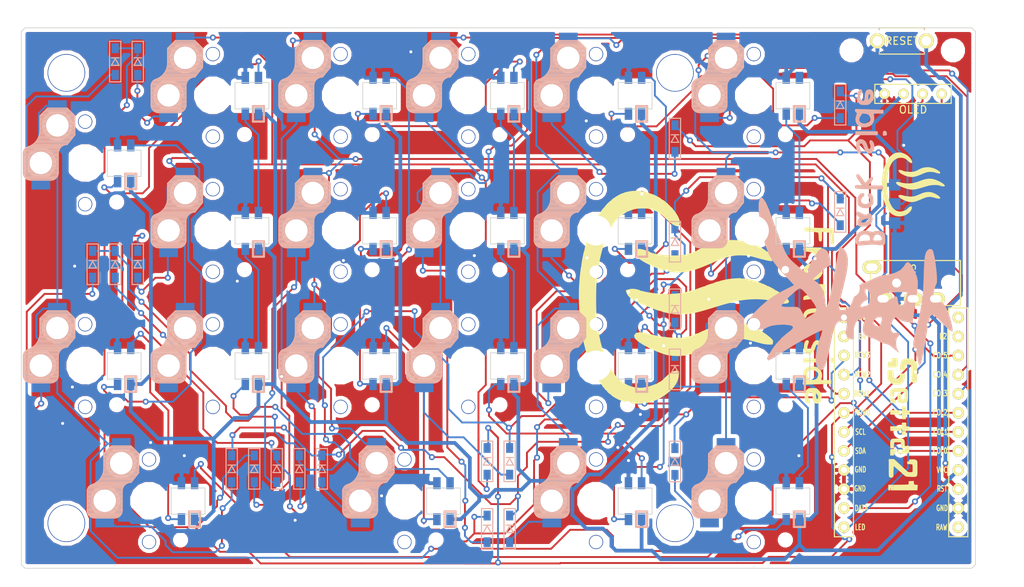
<source format=kicad_pcb>
(kicad_pcb (version 20171130) (host pcbnew "(5.1.5)-3")
  (layers (0 F.Cu signal) (31 B.Cu signal) (34 B.Paste user) (35 F.Paste user) (36 B.SilkS user) (37 F.SilkS user) (38 B.Mask user) (39 F.Mask user) (44 Edge.Cuts user))
  (net 0 "")
  (net 1 "Net-(D1-Pad2)")
  (net 2 Row0)
  (net 3 "Net-(D2-Pad2)")
  (net 4 Row2)
  (net 5 Row3)
  (net 6 "Net-(D3-Pad2)")
  (net 7 "Net-(D4-Pad2)")
  (net 8 "Net-(D5-Pad2)")
  (net 9 Row1)
  (net 10 "Net-(D6-Pad2)")
  (net 11 "Net-(D7-Pad2)")
  (net 12 "Net-(D8-Pad2)")
  (net 13 "Net-(D9-Pad2)")
  (net 14 "Net-(D10-Pad2)")
  (net 15 "Net-(D11-Pad2)")
  (net 16 "Net-(D12-Pad2)")
  (net 17 "Net-(D13-Pad2)")
  (net 18 "Net-(D14-Pad2)")
  (net 19 "Net-(D15-Pad2)")
  (net 20 "Net-(D16-Pad2)")
  (net 21 "Net-(D17-Pad2)")
  (net 22 "Net-(D18-Pad2)")
  (net 23 "Net-(D19-Pad2)")
  (net 24 "Net-(D20-Pad2)")
  (net 25 "Net-(D21-Pad2)")
  (net 26 GND)
  (net 27 led)
  (net 28 VCC)
  (net 29 "Net-(J2-PadA)")
  (net 30 Data)
  (net 31 "Net-(L1-Pad3)")
  (net 32 "Net-(L1-Pad1)")
  (net 33 "Net-(L2-Pad1)")
  (net 34 "Net-(L21-Pad3)")
  (net 35 "Net-(L4-Pad3)")
  (net 36 "Net-(L5-Pad3)")
  (net 37 "Net-(L10-Pad1)")
  (net 38 "Net-(L11-Pad1)")
  (net 39 "Net-(L7-Pad1)")
  (net 40 "Net-(L8-Pad1)")
  (net 41 "Net-(L10-Pad3)")
  (net 42 "Net-(L11-Pad3)")
  (net 43 "Net-(L12-Pad3)")
  (net 44 "Net-(L13-Pad3)")
  (net 45 "Net-(L14-Pad1)")
  (net 46 "Net-(L15-Pad1)")
  (net 47 "Net-(L16-Pad1)")
  (net 48 "Net-(L18-Pad1)")
  (net 49 "Net-(L18-Pad3)")
  (net 50 "Net-(L19-Pad3)")
  (net 51 "Net-(L20-Pad3)")
  (net 52 Col0)
  (net 53 Col1)
  (net 54 Col2)
  (net 55 Col3)
  (net 56 Col4)
  (net 57 Col5)
  (net 58 Reset)
  (net 59 "Net-(U1-Pad11)")
  (net 60 "Net-(U1-Pad12)")
  (net 61 "Net-(U1-Pad13)")
  (net 62 "Net-(U1-Pad14)")
  (net 63 "Net-(U1-Pad24)")
  (net 64 SCL)
  (net 65 SDA)
  (module Mounting_Holes:MountingHole_2.2mm_M2 (layer F.Cu) (at 173.5 92.75 90)
    (fp_text reference REF** hide)
    (fp_text value MountingHole_2.2mm_M2)
    (pad 1 np_thru_hole circle (at 0 0 90) (size 2.2 2.2) (drill 2.2) (layers *.Cu *.Mask))
  )
  (module kbd:ProMicro_v2_L1 (layer F.Cu) (at 180.15 110.05 180)
    (fp_text reference U1 hide)
    (fp_text value ProMicro hide)
    (fp_text user "" (at -0.5 -17.25 180) (layer F.SilkS))
    (fp_text user "" (at -1.2065 -16.256 180) (layer B.SilkS) (effects (justify mirror)))
    (fp_text user RAW (at -5.35 -14.5 180) (layer F.SilkS) (effects (font (size 0.75 0.5) (thickness 0.125))))
    (fp_text user LED (at 5.5 -14.478 180) (layer F.SilkS) (effects (font (size 0.75 0.5) (thickness 0.125))))
    (fp_text user GND (at -5.4 -11.938 180) (layer F.SilkS) (effects (font (size 0.75 0.5) (thickness 0.125))))
    (fp_text user DATA (at 5.35 -11.95 180) (layer F.SilkS) (effects (font (size 0.75 0.5) (thickness 0.125))))
    (fp_text user RST (at -5.4 -9.35 180) (layer F.SilkS) (effects (font (size 0.75 0.5) (thickness 0.125))))
    (fp_text user GND (at 5.5245 -9.3345 180) (layer F.SilkS) (effects (font (size 0.75 0.5) (thickness 0.125))))
    (fp_text user VCC (at -5.4 -6.858 180) (layer F.SilkS) (effects (font (size 0.75 0.5) (thickness 0.125))))
    (fp_text user GND (at 5.461 -6.7945 180) (layer F.SilkS) (effects (font (size 0.75 0.5) (thickness 0.125))))
    (fp_text user COL3 (at -5.15 3.35 180) (layer F.SilkS) (effects (font (size 0.75 0.5) (thickness 0.125))))
    (fp_text user ROW0 (at 5.2 0.8 180) (layer F.SilkS) (effects (font (size 0.75 0.5) (thickness 0.125))))
    (fp_text user COL2 (at -5.15 0.8 180) (layer F.SilkS) (effects (font (size 0.75 0.5) (thickness 0.125))))
    (fp_text user SCL (at 5.461 -1.778 180) (layer F.SilkS) (effects (font (size 0.75 0.5) (thickness 0.125))))
    (fp_text user COL1 (at -5.2 -1.8 180) (layer F.SilkS) (effects (font (size 0.75 0.5) (thickness 0.125))))
    (fp_text user SDA (at 5.461 -4.318 180) (layer F.SilkS) (effects (font (size 0.75 0.5) (thickness 0.125))))
    (fp_text user COL0 (at -5.15 -4.3 180) (layer F.SilkS) (effects (font (size 0.75 0.5) (thickness 0.125))))
    (fp_text user B6 (at -5.6 13.5 180) (layer F.SilkS) (effects (font (size 0.75 0.5) (thickness 0.125))))
    (fp_text user B5 (at 5.2 13.5255 180) (layer F.SilkS) (effects (font (size 0.75 0.5) (thickness 0.125))))
    (fp_text user B4 (at 5.2 10.922 180) (layer F.SilkS) (effects (font (size 0.75 0.5) (thickness 0.125))))
    (fp_text user B2 (at -5.55 10.95 180) (layer F.SilkS) (effects (font (size 0.75 0.5) (thickness 0.125))))
    (fp_text user ROW3 (at 5.2 8.4455 180) (layer F.SilkS) (effects (font (size 0.75 0.5) (thickness 0.125))))
    (fp_text user COL5 (at -5.15 8.4 180) (layer F.SilkS) (effects (font (size 0.75 0.5) (thickness 0.125))))
    (fp_text user ROW2 (at 5.2 5.85 180) (layer F.SilkS) (effects (font (size 0.75 0.5) (thickness 0.125))))
    (fp_text user COL4 (at -5.15 5.85 180) (layer F.SilkS) (effects (font (size 0.75 0.5) (thickness 0.125))))
    (fp_text user ROW1 (at 5.25 3.302 180) (layer F.SilkS) (effects (font (size 0.75 0.5) (thickness 0.125))))
    (pad 1 thru_hole circle (at 7.6564 -14.478 180) (size 1.524 1.524) (drill 0.8128) (layers *.Cu *.Mask F.SilkS) (net 27 led))
    (pad 2 thru_hole circle (at 7.6564 -11.938 180) (size 1.524 1.524) (drill 0.8128) (layers *.Cu *.Mask F.SilkS) (net 30 Data))
    (pad 3 thru_hole circle (at 7.6564 -9.398 180) (size 1.524 1.524) (drill 0.8128) (layers *.Cu *.Mask F.SilkS) (net 26 GND))
    (pad 4 thru_hole circle (at 7.6564 -6.858 180) (size 1.524 1.524) (drill 0.8128) (layers *.Cu *.Mask F.SilkS) (net 26 GND))
    (pad 5 thru_hole circle (at 7.6564 -4.318 180) (size 1.524 1.524) (drill 0.8128) (layers *.Cu *.Mask F.SilkS) (net 65 SDA))
    (pad 6 thru_hole circle (at 7.6564 -1.778 180) (size 1.524 1.524) (drill 0.8128) (layers *.Cu *.Mask F.SilkS) (net 64 SCL))
    (pad 7 thru_hole circle (at 7.6564 0.762 180) (size 1.524 1.524) (drill 0.8128) (layers *.Cu *.Mask F.SilkS) (net 2 Row0))
    (pad 8 thru_hole circle (at 7.6564 3.302 180) (size 1.524 1.524) (drill 0.8128) (layers *.Cu *.Mask F.SilkS) (net 9 Row1))
    (pad 9 thru_hole circle (at 7.6564 5.842 180) (size 1.524 1.524) (drill 0.8128) (layers *.Cu *.Mask F.SilkS) (net 4 Row2))
    (pad 10 thru_hole circle (at 7.6564 8.382 180) (size 1.524 1.524) (drill 0.8128) (layers *.Cu *.Mask F.SilkS) (net 5 Row3))
    (pad 11 thru_hole circle (at 7.6564 10.922 180) (size 1.524 1.524) (drill 0.8128) (layers *.Cu *.Mask F.SilkS) (net 59 "Net-(U1-Pad11)"))
    (pad 12 thru_hole circle (at 7.6564 13.462 180) (size 1.524 1.524) (drill 0.8128) (layers *.Cu *.Mask F.SilkS) (net 60 "Net-(U1-Pad12)"))
    (pad 13 thru_hole circle (at -7.5636 13.462 180) (size 1.524 1.524) (drill 0.8128) (layers *.Cu *.Mask F.SilkS) (net 61 "Net-(U1-Pad13)"))
    (pad 14 thru_hole circle (at -7.5636 10.922 180) (size 1.524 1.524) (drill 0.8128) (layers *.Cu *.Mask F.SilkS) (net 62 "Net-(U1-Pad14)"))
    (pad 15 thru_hole circle (at -7.5636 8.382 180) (size 1.524 1.524) (drill 0.8128) (layers *.Cu *.Mask F.SilkS) (net 57 Col5))
    (pad 16 thru_hole circle (at -7.5636 5.842 180) (size 1.524 1.524) (drill 0.8128) (layers *.Cu *.Mask F.SilkS) (net 56 Col4))
    (pad 17 thru_hole circle (at -7.5636 3.302 180) (size 1.524 1.524) (drill 0.8128) (layers *.Cu *.Mask F.SilkS) (net 55 Col3))
    (pad 18 thru_hole circle (at -7.5636 0.762 180) (size 1.524 1.524) (drill 0.8128) (layers *.Cu *.Mask F.SilkS) (net 54 Col2))
    (pad 19 thru_hole circle (at -7.5636 -1.778 180) (size 1.524 1.524) (drill 0.8128) (layers *.Cu *.Mask F.SilkS) (net 53 Col1))
    (pad 20 thru_hole circle (at -7.5636 -4.318 180) (size 1.524 1.524) (drill 0.8128) (layers *.Cu *.Mask F.SilkS) (net 52 Col0))
    (pad 21 thru_hole circle (at -7.5636 -6.858 180) (size 1.524 1.524) (drill 0.8128) (layers *.Cu *.Mask F.SilkS) (net 28 VCC))
    (pad 22 thru_hole circle (at -7.5636 -9.398 180) (size 1.524 1.524) (drill 0.8128) (layers *.Cu *.Mask F.SilkS) (net 58 Reset))
    (pad 23 thru_hole circle (at -7.5636 -11.938 180) (size 1.524 1.524) (drill 0.8128) (layers *.Cu *.Mask F.SilkS) (net 26 GND))
    (pad 24 thru_hole circle (at -7.5636 -14.478 180) (size 1.524 1.524) (drill 0.8128) (layers *.Cu *.Mask F.SilkS) (net 63 "Net-(U1-Pad24)"))
  )
  (module kbd:Choc_Hotswap_1L (layer F.Cu) (at 71.5 76 270)
    (fp_text reference SW1 hide)
    (fp_text value SW_PUSH hide)
    (pad "" np_thru_hole circle (at 5.22 -4.2 270) (size 1 1) (drill 1) (layers *.Cu *.Mask))
    (pad "" np_thru_hole circle (at 5.5 0) (size 1.9 1.9) (drill 1.7) (layers *.Cu *.Mask))
    (pad "" np_thru_hole circle (at -5.5 0) (size 1.9 1.9) (drill 1.7) (layers *.Cu *.Mask))
    (pad "" np_thru_hole circle (at 0 0) (size 4 4) (drill 4) (layers *.Cu *.Mask))
    (pad "" np_thru_hole circle (at 0 5.9) (size 3.1 3.1) (drill 3) (layers *.Cu *.Mask))
    (pad "" np_thru_hole circle (at -5 3.7) (size 3.1 3.1) (drill 3) (layers *.Cu *.Mask))
    (pad 2 smd rect (at 2.8 5.9 90) (size 1.5 2.5) (layers B.Cu B.Paste B.Mask) (net 1 "Net-(D1-Pad2)"))
    (pad 1 smd rect (at -7.6 3.7 90) (size 1.5 2.5) (layers B.Cu B.Paste B.Mask) (net 52 Col0))
  )
  (module kbd:Choc_Hotswap_1L (layer F.Cu) (at 114 121 270)
    (fp_text reference SW10 hide)
    (fp_text value SW_PUSH hide)
    (pad "" np_thru_hole circle (at 5.22 -4.2 270) (size 1 1) (drill 1) (layers *.Cu *.Mask))
    (pad "" np_thru_hole circle (at 5.5 0) (size 1.9 1.9) (drill 1.7) (layers *.Cu *.Mask))
    (pad "" np_thru_hole circle (at -5.5 0) (size 1.9 1.9) (drill 1.7) (layers *.Cu *.Mask))
    (pad "" np_thru_hole circle (at 0 0) (size 4 4) (drill 4) (layers *.Cu *.Mask))
    (pad "" np_thru_hole circle (at 0 5.9) (size 3.1 3.1) (drill 3) (layers *.Cu *.Mask))
    (pad "" np_thru_hole circle (at -5 3.7) (size 3.1 3.1) (drill 3) (layers *.Cu *.Mask))
    (pad 2 smd rect (at 2.8 5.9 90) (size 1.5 2.5) (layers B.Cu B.Paste B.Mask) (net 14 "Net-(D10-Pad2)"))
    (pad 1 smd rect (at -7.6 3.7 90) (size 1.5 2.5) (layers B.Cu B.Paste B.Mask) (net 54 Col2))
  )
  (module kbd:Choc_Hotswap_1L (layer F.Cu) (at 88.5 103 270)
    (fp_text reference SW6 hide)
    (fp_text value SW_PUSH hide)
    (pad "" np_thru_hole circle (at 5.22 -4.2 270) (size 1 1) (drill 1) (layers *.Cu *.Mask))
    (pad "" np_thru_hole circle (at 5.5 0) (size 1.9 1.9) (drill 1.7) (layers *.Cu *.Mask))
    (pad "" np_thru_hole circle (at -5.5 0) (size 1.9 1.9) (drill 1.7) (layers *.Cu *.Mask))
    (pad "" np_thru_hole circle (at 0 0) (size 4 4) (drill 4) (layers *.Cu *.Mask))
    (pad "" np_thru_hole circle (at 0 5.9) (size 3.1 3.1) (drill 3) (layers *.Cu *.Mask))
    (pad "" np_thru_hole circle (at -5 3.7) (size 3.1 3.1) (drill 3) (layers *.Cu *.Mask))
    (pad 2 smd rect (at 2.8 5.9 90) (size 1.5 2.5) (layers B.Cu B.Paste B.Mask) (net 10 "Net-(D6-Pad2)"))
    (pad 1 smd rect (at -7.6 3.7 90) (size 1.5 2.5) (layers B.Cu B.Paste B.Mask) (net 53 Col1))
  )
  (module kbd:Choc_Hotswap_1L (layer F.Cu) (at 139.5 67 270)
    (fp_text reference SW14 hide)
    (fp_text value SW_PUSH hide)
    (pad "" np_thru_hole circle (at 5.22 -4.2 270) (size 1 1) (drill 1) (layers *.Cu *.Mask))
    (pad "" np_thru_hole circle (at 5.5 0) (size 1.9 1.9) (drill 1.7) (layers *.Cu *.Mask))
    (pad "" np_thru_hole circle (at -5.5 0) (size 1.9 1.9) (drill 1.7) (layers *.Cu *.Mask))
    (pad "" np_thru_hole circle (at 0 0) (size 4 4) (drill 4) (layers *.Cu *.Mask))
    (pad "" np_thru_hole circle (at 0 5.9) (size 3.1 3.1) (drill 3) (layers *.Cu *.Mask))
    (pad "" np_thru_hole circle (at -5 3.7) (size 3.1 3.1) (drill 3) (layers *.Cu *.Mask))
    (pad 2 smd rect (at 2.8 5.9 90) (size 1.5 2.5) (layers B.Cu B.Paste B.Mask) (net 18 "Net-(D14-Pad2)"))
    (pad 1 smd rect (at -7.6 3.7 90) (size 1.5 2.5) (layers B.Cu B.Paste B.Mask) (net 56 Col4))
  )
  (module kbd:Choc_Hotswap_1L (layer F.Cu) (at 160.5 121 270)
    (fp_text reference SW21 hide)
    (fp_text value SW_PUSH hide)
    (pad "" np_thru_hole circle (at 5.22 -4.2 270) (size 1 1) (drill 1) (layers *.Cu *.Mask))
    (pad "" np_thru_hole circle (at 5.5 0) (size 1.9 1.9) (drill 1.7) (layers *.Cu *.Mask))
    (pad "" np_thru_hole circle (at -5.5 0) (size 1.9 1.9) (drill 1.7) (layers *.Cu *.Mask))
    (pad "" np_thru_hole circle (at 0 0) (size 4 4) (drill 4) (layers *.Cu *.Mask))
    (pad "" np_thru_hole circle (at 0 5.9) (size 3.1 3.1) (drill 3) (layers *.Cu *.Mask))
    (pad "" np_thru_hole circle (at -5 3.7) (size 3.1 3.1) (drill 3) (layers *.Cu *.Mask))
    (pad 2 smd rect (at 2.8 5.9 90) (size 1.5 2.5) (layers B.Cu B.Paste B.Mask) (net 25 "Net-(D21-Pad2)"))
    (pad 1 smd rect (at -7.6 3.7 90) (size 1.5 2.5) (layers B.Cu B.Paste B.Mask) (net 57 Col5))
  )
  (module kbd:Choc_Hotswap_1L (layer F.Cu) (at 160.5 103 270)
    (fp_text reference SW20 hide)
    (fp_text value SW_PUSH hide)
    (pad "" np_thru_hole circle (at 5.22 -4.2 270) (size 1 1) (drill 1) (layers *.Cu *.Mask))
    (pad "" np_thru_hole circle (at 5.5 0) (size 1.9 1.9) (drill 1.7) (layers *.Cu *.Mask))
    (pad "" np_thru_hole circle (at -5.5 0) (size 1.9 1.9) (drill 1.7) (layers *.Cu *.Mask))
    (pad "" np_thru_hole circle (at 0 0) (size 4 4) (drill 4) (layers *.Cu *.Mask))
    (pad "" np_thru_hole circle (at 0 5.9) (size 3.1 3.1) (drill 3) (layers *.Cu *.Mask))
    (pad "" np_thru_hole circle (at -5 3.7) (size 3.1 3.1) (drill 3) (layers *.Cu *.Mask))
    (pad 2 smd rect (at 2.8 5.9 90) (size 1.5 2.5) (layers B.Cu B.Paste B.Mask) (net 24 "Net-(D20-Pad2)"))
    (pad 1 smd rect (at -7.6 3.7 90) (size 1.5 2.5) (layers B.Cu B.Paste B.Mask) (net 57 Col5))
  )
  (module kbd:Choc_Hotswap_1L (layer F.Cu) (at 160.5 85 270)
    (fp_text reference SW19 hide)
    (fp_text value SW_PUSH hide)
    (pad "" np_thru_hole circle (at 5.22 -4.2 270) (size 1 1) (drill 1) (layers *.Cu *.Mask))
    (pad "" np_thru_hole circle (at 5.5 0) (size 1.9 1.9) (drill 1.7) (layers *.Cu *.Mask))
    (pad "" np_thru_hole circle (at -5.5 0) (size 1.9 1.9) (drill 1.7) (layers *.Cu *.Mask))
    (pad "" np_thru_hole circle (at 0 0) (size 4 4) (drill 4) (layers *.Cu *.Mask))
    (pad "" np_thru_hole circle (at 0 5.9) (size 3.1 3.1) (drill 3) (layers *.Cu *.Mask))
    (pad "" np_thru_hole circle (at -5 3.7) (size 3.1 3.1) (drill 3) (layers *.Cu *.Mask))
    (pad 2 smd rect (at 2.8 5.9 90) (size 1.5 2.5) (layers B.Cu B.Paste B.Mask) (net 23 "Net-(D19-Pad2)"))
    (pad 1 smd rect (at -7.6 3.7 90) (size 1.5 2.5) (layers B.Cu B.Paste B.Mask) (net 57 Col5))
  )
  (module kbd:Choc_Hotswap_1L (layer F.Cu) (at 71.5 103 270)
    (fp_text reference SW2 hide)
    (fp_text value SW_PUSH hide)
    (pad "" np_thru_hole circle (at 5.22 -4.2 270) (size 1 1) (drill 1) (layers *.Cu *.Mask))
    (pad "" np_thru_hole circle (at 5.5 0) (size 1.9 1.9) (drill 1.7) (layers *.Cu *.Mask))
    (pad "" np_thru_hole circle (at -5.5 0) (size 1.9 1.9) (drill 1.7) (layers *.Cu *.Mask))
    (pad "" np_thru_hole circle (at 0 0) (size 4 4) (drill 4) (layers *.Cu *.Mask))
    (pad "" np_thru_hole circle (at 0 5.9) (size 3.1 3.1) (drill 3) (layers *.Cu *.Mask))
    (pad "" np_thru_hole circle (at -5 3.7) (size 3.1 3.1) (drill 3) (layers *.Cu *.Mask))
    (pad 2 smd rect (at 2.8 5.9 90) (size 1.5 2.5) (layers B.Cu B.Paste B.Mask) (net 3 "Net-(D2-Pad2)"))
    (pad 1 smd rect (at -7.6 3.7 90) (size 1.5 2.5) (layers B.Cu B.Paste B.Mask) (net 52 Col0))
  )
  (module kbd:Choc_Hotswap_1L (layer F.Cu) (at 88.5 67 270)
    (fp_text reference SW4 hide)
    (fp_text value SW_PUSH hide)
    (pad "" np_thru_hole circle (at 5.22 -4.2 270) (size 1 1) (drill 1) (layers *.Cu *.Mask))
    (pad "" np_thru_hole circle (at 5.5 0) (size 1.9 1.9) (drill 1.7) (layers *.Cu *.Mask))
    (pad "" np_thru_hole circle (at -5.5 0) (size 1.9 1.9) (drill 1.7) (layers *.Cu *.Mask))
    (pad "" np_thru_hole circle (at 0 0) (size 4 4) (drill 4) (layers *.Cu *.Mask))
    (pad "" np_thru_hole circle (at 0 5.9) (size 3.1 3.1) (drill 3) (layers *.Cu *.Mask))
    (pad "" np_thru_hole circle (at -5 3.7) (size 3.1 3.1) (drill 3) (layers *.Cu *.Mask))
    (pad 2 smd rect (at 2.8 5.9 90) (size 1.5 2.5) (layers B.Cu B.Paste B.Mask) (net 7 "Net-(D4-Pad2)"))
    (pad 1 smd rect (at -7.6 3.7 90) (size 1.5 2.5) (layers B.Cu B.Paste B.Mask) (net 53 Col1))
  )
  (module kbd:MJ-4PP-9_1L (layer F.Cu) (at 188 92 270)
    (fp_text reference J2)
    (fp_text value MJ-4PP-9 hide)
    (fp_text user TRRS (at -0.75 6.45 270) (layer F.SilkS))
    (pad A thru_hole oval (at -2.1 11.8 270) (size 1.7 2.5) (drill oval 1 1.5) (layers *.Cu *.Mask F.SilkS) (net 29 "Net-(J2-PadA)") (clearance 0.15))
    (pad D thru_hole oval (at 2.1 10.3 270) (size 1.7 2.5) (drill oval 1 1.5) (layers *.Cu *.Mask F.SilkS) (net 28 VCC) (clearance 0.15))
    (pad C thru_hole oval (at 2.1 6.3 270) (size 1.7 2.5) (drill oval 1 1.5) (layers *.Cu *.Mask F.SilkS) (net 26 GND))
    (pad B thru_hole oval (at 2.1 3.3 270) (size 1.7 2.5) (drill oval 1 1.5) (layers *.Cu *.Mask F.SilkS) (net 30 Data))
    (pad "" np_thru_hole circle (at 0 8.5 270) (size 1.2 1.2) (drill 1.2) (layers *.Cu *.Mask F.SilkS))
    (pad "" np_thru_hole circle (at 0 1.5 270) (size 1.2 1.2) (drill 1.2) (layers *.Cu *.Mask F.SilkS))
  )
  (module kbd:OLED_FL (layer F.Cu) (at 185.5 66.8 180)
    (fp_text reference J3)
    (fp_text value Conn_01x04 hide)
    (fp_text user OLED (at 3.8 -2.1 180) (layer F.SilkS))
    (pad 4 thru_hole circle (at 7.62 0 180) (size 1.397 1.397) (drill 0.8128) (layers *.Cu *.Mask F.SilkS) (net 26 GND))
    (pad 3 thru_hole circle (at 5.08 0 180) (size 1.397 1.397) (drill 0.8128) (layers *.Cu *.Mask F.SilkS) (net 28 VCC))
    (pad 2 thru_hole circle (at 2.54 0 180) (size 1.397 1.397) (drill 0.8128) (layers *.Cu *.Mask F.SilkS) (net 64 SCL))
    (pad 1 thru_hole circle (at 0 0 180) (size 1.397 1.397) (drill 0.8128) (layers *.Cu *.Mask F.SilkS) (net 65 SDA))
  )
  (module kbd:ResetSW_FL (layer F.Cu) (at 180.2 59.75)
    (fp_text reference SW22 hide)
    (fp_text value SW_PUSH)
    (fp_text user RESET (at 0 0) (layer F.SilkS))
    (pad 2 thru_hole circle (at -3.25 0) (size 2 2) (drill 1.3) (layers *.Cu *.Mask F.SilkS) (net 26 GND))
    (pad 1 thru_hole circle (at 3.25 0) (size 2 2) (drill 1.3) (layers *.Cu *.Mask F.SilkS) (net 58 Reset))
  )
  (module kbd:D3_SMD_L1 (layer F.Cu) (at 75.5 62.5 270)
    (fp_text reference D1 hide)
    (fp_text value D hide)
    (pad 2 smd rect (at 1.775 0 270) (size 1.3 0.95) (layers B.Cu B.Paste B.Mask) (net 1 "Net-(D1-Pad2)"))
    (pad 1 smd rect (at -1.775 0 270) (size 1.3 0.95) (layers B.Cu B.Paste B.Mask) (net 2 Row0))
  )
  (module kbd:D3_SMD_L1 (layer F.Cu) (at 72.5 89.5 270)
    (fp_text reference D2 hide)
    (fp_text value D hide)
    (pad 2 smd rect (at 1.775 0 270) (size 1.3 0.95) (layers B.Cu B.Paste B.Mask) (net 3 "Net-(D2-Pad2)"))
    (pad 1 smd rect (at -1.775 0 270) (size 1.3 0.95) (layers B.Cu B.Paste B.Mask) (net 4 Row2))
  )
  (module kbd:D3_SMD_L1 (layer F.Cu) (at 91 116.75 270)
    (fp_text reference D3 hide)
    (fp_text value D hide)
    (pad 2 smd rect (at 1.775 0 270) (size 1.3 0.95) (layers B.Cu B.Paste B.Mask) (net 6 "Net-(D3-Pad2)"))
    (pad 1 smd rect (at -1.775 0 270) (size 1.3 0.95) (layers B.Cu B.Paste B.Mask) (net 5 Row3))
  )
  (module kbd:D3_SMD_L1 (layer F.Cu) (at 78.5 62.5 270)
    (fp_text reference D4 hide)
    (fp_text value D hide)
    (pad 2 smd rect (at 1.775 0 270) (size 1.3 0.95) (layers B.Cu B.Paste B.Mask) (net 7 "Net-(D4-Pad2)"))
    (pad 1 smd rect (at -1.775 0 270) (size 1.3 0.95) (layers B.Cu B.Paste B.Mask) (net 2 Row0))
  )
  (module kbd:D3_SMD_L1 (layer F.Cu) (at 78.5 89.5 270)
    (fp_text reference D5 hide)
    (fp_text value D hide)
    (pad 2 smd rect (at 1.775 0 270) (size 1.3 0.95) (layers B.Cu B.Paste B.Mask) (net 8 "Net-(D5-Pad2)"))
    (pad 1 smd rect (at -1.775 0 270) (size 1.3 0.95) (layers B.Cu B.Paste B.Mask) (net 9 Row1))
  )
  (module kbd:D3_SMD_L1 (layer F.Cu) (at 75.5 89.5 270)
    (fp_text reference D6 hide)
    (fp_text value D hide)
    (pad 2 smd rect (at 1.775 0 270) (size 1.3 0.95) (layers B.Cu B.Paste B.Mask) (net 10 "Net-(D6-Pad2)"))
    (pad 1 smd rect (at -1.775 0 270) (size 1.3 0.95) (layers B.Cu B.Paste B.Mask) (net 4 Row2))
  )
  (module kbd:D3_SMD_L1 (layer F.Cu) (at 94 116.75 270)
    (fp_text reference D7 hide)
    (fp_text value D hide)
    (pad 2 smd rect (at 1.775 0 270) (size 1.3 0.95) (layers B.Cu B.Paste B.Mask) (net 11 "Net-(D7-Pad2)"))
    (pad 1 smd rect (at -1.775 0 270) (size 1.3 0.95) (layers B.Cu B.Paste B.Mask) (net 2 Row0))
  )
  (module kbd:D3_SMD_L1 (layer F.Cu) (at 97 116.75 270)
    (fp_text reference D8 hide)
    (fp_text value D hide)
    (pad 2 smd rect (at 1.775 0 270) (size 1.3 0.95) (layers B.Cu B.Paste B.Mask) (net 12 "Net-(D8-Pad2)"))
    (pad 1 smd rect (at -1.775 0 270) (size 1.3 0.95) (layers B.Cu B.Paste B.Mask) (net 9 Row1))
  )
  (module kbd:D3_SMD_L1 (layer F.Cu) (at 100 116.75 270)
    (fp_text reference D9 hide)
    (fp_text value D hide)
    (pad 2 smd rect (at 1.775 0 270) (size 1.3 0.95) (layers B.Cu B.Paste B.Mask) (net 13 "Net-(D9-Pad2)"))
    (pad 1 smd rect (at -1.775 0 270) (size 1.3 0.95) (layers B.Cu B.Paste B.Mask) (net 4 Row2))
  )
  (module kbd:D3_SMD_L1 (layer F.Cu) (at 103 116.75 270)
    (fp_text reference D10 hide)
    (fp_text value D hide)
    (pad 2 smd rect (at 1.775 0 270) (size 1.3 0.95) (layers B.Cu B.Paste B.Mask) (net 14 "Net-(D10-Pad2)"))
    (pad 1 smd rect (at -1.775 0 270) (size 1.3 0.95) (layers B.Cu B.Paste B.Mask) (net 5 Row3))
  )
  (module kbd:D3_SMD_L1 (layer F.Cu) (at 125 115.75 270)
    (fp_text reference D11 hide)
    (fp_text value D hide)
    (pad 2 smd rect (at 1.775 0 270) (size 1.3 0.95) (layers B.Cu B.Paste B.Mask) (net 15 "Net-(D11-Pad2)"))
    (pad 1 smd rect (at -1.775 0 270) (size 1.3 0.95) (layers B.Cu B.Paste B.Mask) (net 2 Row0))
  )
  (module kbd:D3_SMD_L1 (layer F.Cu) (at 125 124.75 270)
    (fp_text reference D12 hide)
    (fp_text value D hide)
    (pad 2 smd rect (at 1.775 0 270) (size 1.3 0.95) (layers B.Cu B.Paste B.Mask) (net 16 "Net-(D12-Pad2)"))
    (pad 1 smd rect (at -1.775 0 270) (size 1.3 0.95) (layers B.Cu B.Paste B.Mask) (net 9 Row1))
  )
  (module kbd:D3_SMD_L1 (layer F.Cu) (at 128 115.75 270)
    (fp_text reference D13 hide)
    (fp_text value D hide)
    (pad 2 smd rect (at 1.775 0 270) (size 1.3 0.95) (layers B.Cu B.Paste B.Mask) (net 17 "Net-(D13-Pad2)"))
    (pad 1 smd rect (at -1.775 0 270) (size 1.3 0.95) (layers B.Cu B.Paste B.Mask) (net 4 Row2))
  )
  (module kbd:D3_SMD_L1 (layer F.Cu) (at 150 72.75 270)
    (fp_text reference D14 hide)
    (fp_text value D hide)
    (pad 2 smd rect (at 1.775 0 270) (size 1.3 0.95) (layers B.Cu B.Paste B.Mask) (net 18 "Net-(D14-Pad2)"))
    (pad 1 smd rect (at -1.775 0 270) (size 1.3 0.95) (layers B.Cu B.Paste B.Mask) (net 2 Row0))
  )
  (module kbd:D3_SMD_L1 (layer F.Cu) (at 150 86.5 270)
    (fp_text reference D15 hide)
    (fp_text value D hide)
    (pad 2 smd rect (at 1.775 0 270) (size 1.3 0.95) (layers B.Cu B.Paste B.Mask) (net 19 "Net-(D15-Pad2)"))
    (pad 1 smd rect (at -1.775 0 270) (size 1.3 0.95) (layers B.Cu B.Paste B.Mask) (net 9 Row1))
  )
  (module kbd:D3_SMD_L1 (layer F.Cu) (at 150 95.5 270)
    (fp_text reference D16 hide)
    (fp_text value D hide)
    (pad 2 smd rect (at 1.775 0 270) (size 1.3 0.95) (layers B.Cu B.Paste B.Mask) (net 20 "Net-(D16-Pad2)"))
    (pad 1 smd rect (at -1.775 0 270) (size 1.3 0.95) (layers B.Cu B.Paste B.Mask) (net 4 Row2))
  )
  (module kbd:D3_SMD_L1 (layer F.Cu) (at 128 124.75 270)
    (fp_text reference D17 hide)
    (fp_text value D hide)
    (pad 2 smd rect (at 1.775 0 270) (size 1.3 0.95) (layers B.Cu B.Paste B.Mask) (net 21 "Net-(D17-Pad2)"))
    (pad 1 smd rect (at -1.775 0 270) (size 1.3 0.95) (layers B.Cu B.Paste B.Mask) (net 5 Row3))
  )
  (module kbd:D3_SMD_L1 (layer F.Cu) (at 172 68.25 270)
    (fp_text reference D18 hide)
    (fp_text value D hide)
    (pad 2 smd rect (at 1.775 0 270) (size 1.3 0.95) (layers B.Cu B.Paste B.Mask) (net 22 "Net-(D18-Pad2)"))
    (pad 1 smd rect (at -1.775 0 270) (size 1.3 0.95) (layers B.Cu B.Paste B.Mask) (net 2 Row0))
  )
  (module kbd:D3_SMD_L1 (layer F.Cu) (at 172 82.525 270)
    (fp_text reference D19 hide)
    (fp_text value D hide)
    (pad 2 smd rect (at 1.775 0 270) (size 1.3 0.95) (layers B.Cu B.Paste B.Mask) (net 23 "Net-(D19-Pad2)"))
    (pad 1 smd rect (at -1.775 0 270) (size 1.3 0.95) (layers B.Cu B.Paste B.Mask) (net 9 Row1))
  )
  (module kbd:D3_SMD_L1 (layer F.Cu) (at 150 103.5 270)
    (fp_text reference D20 hide)
    (fp_text value D hide)
    (pad 2 smd rect (at 1.775 0 270) (size 1.3 0.95) (layers B.Cu B.Paste B.Mask) (net 24 "Net-(D20-Pad2)"))
    (pad 1 smd rect (at -1.775 0 270) (size 1.3 0.95) (layers B.Cu B.Paste B.Mask) (net 4 Row2))
  )
  (module kbd:D3_SMD_L1 (layer F.Cu) (at 150 115.775 270)
    (fp_text reference D21 hide)
    (fp_text value D hide)
    (pad 2 smd rect (at 1.775 0 270) (size 1.3 0.95) (layers B.Cu B.Paste B.Mask) (net 25 "Net-(D21-Pad2)"))
    (pad 1 smd rect (at -1.775 0 270) (size 1.3 0.95) (layers B.Cu B.Paste B.Mask) (net 5 Row3))
  )
  (module kbd:StripLED_rev_BL (layer F.Cu) (at 179.25 78.92)
    (fp_text reference J1 hide)
    (fp_text value LED hide)
    (pad 3 smd rect (at 0 0) (size 1.524 1.524) (layers B.Cu B.Paste B.Mask) (net 28 VCC))
    (pad 2 smd rect (at 0 2.54) (size 1.524 1.524) (layers B.Cu B.Paste B.Mask) (net 27 led))
    (pad 1 smd rect (at 0 5.08) (size 1.524 1.524) (layers B.Cu B.Paste B.Mask) (net 26 GND))
  )
  (module kbd:SK6812MINI_rev_BL (layer F.Cu) (at 76.69 76.06 270)
    (fp_text reference L1 hide)
    (fp_text value SK6812MINI hide)
    (pad 2 smd rect (at -2.4 0.875 270) (size 1.6 1) (layers B.Cu B.Paste B.Mask) (net 26 GND))
    (pad 1 smd rect (at -2.4 -0.875 270) (size 1.6 1) (layers B.Cu B.Paste B.Mask) (net 32 "Net-(L1-Pad1)"))
    (pad 4 smd rect (at 2.4 -0.875 270) (size 1.6 1) (layers B.Cu B.Paste B.Mask) (net 28 VCC))
    (pad 3 smd rect (at 2.4 0.875 270) (size 1.6 1) (layers B.Cu B.Paste B.Mask) (net 31 "Net-(L1-Pad3)"))
  )
  (module kbd:SK6812MINI_rev_BL (layer F.Cu) (at 76.69 103.06 270)
    (fp_text reference L2 hide)
    (fp_text value SK6812MINI hide)
    (pad 2 smd rect (at -2.4 0.875 270) (size 1.6 1) (layers B.Cu B.Paste B.Mask) (net 26 GND))
    (pad 1 smd rect (at -2.4 -0.875 270) (size 1.6 1) (layers B.Cu B.Paste B.Mask) (net 33 "Net-(L2-Pad1)"))
    (pad 4 smd rect (at 2.4 -0.875 270) (size 1.6 1) (layers B.Cu B.Paste B.Mask) (net 28 VCC))
    (pad 3 smd rect (at 2.4 0.875 270) (size 1.6 1) (layers B.Cu B.Paste B.Mask) (net 32 "Net-(L1-Pad1)"))
  )
  (module kbd:SK6812MINI_rev_BL (layer F.Cu) (at 85.19 121.06 270)
    (fp_text reference L3 hide)
    (fp_text value SK6812MINI hide)
    (pad 2 smd rect (at -2.4 0.875 270) (size 1.6 1) (layers B.Cu B.Paste B.Mask) (net 26 GND))
    (pad 1 smd rect (at -2.4 -0.875 270) (size 1.6 1) (layers B.Cu B.Paste B.Mask) (net 34 "Net-(L21-Pad3)"))
    (pad 4 smd rect (at 2.4 -0.875 270) (size 1.6 1) (layers B.Cu B.Paste B.Mask) (net 28 VCC))
    (pad 3 smd rect (at 2.4 0.875 270) (size 1.6 1) (layers B.Cu B.Paste B.Mask) (net 33 "Net-(L2-Pad1)"))
  )
  (module kbd:SK6812MINI_rev_BL (layer F.Cu) (at 93.69 67.06 270)
    (fp_text reference L4 hide)
    (fp_text value SK6812MINI hide)
    (pad 2 smd rect (at -2.4 0.875 270) (size 1.6 1) (layers B.Cu B.Paste B.Mask) (net 26 GND))
    (pad 1 smd rect (at -2.4 -0.875 270) (size 1.6 1) (layers B.Cu B.Paste B.Mask) (net 31 "Net-(L1-Pad3)"))
    (pad 4 smd rect (at 2.4 -0.875 270) (size 1.6 1) (layers B.Cu B.Paste B.Mask) (net 28 VCC))
    (pad 3 smd rect (at 2.4 0.875 270) (size 1.6 1) (layers B.Cu B.Paste B.Mask) (net 35 "Net-(L4-Pad3)"))
  )
  (module kbd:SK6812MINI_rev_BL (layer F.Cu) (at 93.69 85.06 270)
    (fp_text reference L5 hide)
    (fp_text value SK6812MINI hide)
    (pad 2 smd rect (at -2.4 0.875 270) (size 1.6 1) (layers B.Cu B.Paste B.Mask) (net 26 GND))
    (pad 1 smd rect (at -2.4 -0.875 270) (size 1.6 1) (layers B.Cu B.Paste B.Mask) (net 35 "Net-(L4-Pad3)"))
    (pad 4 smd rect (at 2.4 -0.875 270) (size 1.6 1) (layers B.Cu B.Paste B.Mask) (net 28 VCC))
    (pad 3 smd rect (at 2.4 0.875 270) (size 1.6 1) (layers B.Cu B.Paste B.Mask) (net 36 "Net-(L5-Pad3)"))
  )
  (module kbd:SK6812MINI_rev_BL (layer F.Cu) (at 93.69 103.06 270)
    (fp_text reference L6 hide)
    (fp_text value SK6812MINI hide)
    (pad 2 smd rect (at -2.4 0.875 270) (size 1.6 1) (layers B.Cu B.Paste B.Mask) (net 26 GND))
    (pad 1 smd rect (at -2.4 -0.875 270) (size 1.6 1) (layers B.Cu B.Paste B.Mask) (net 36 "Net-(L5-Pad3)"))
    (pad 4 smd rect (at 2.4 -0.875 270) (size 1.6 1) (layers B.Cu B.Paste B.Mask) (net 28 VCC))
    (pad 3 smd rect (at 2.4 0.875 270) (size 1.6 1) (layers B.Cu B.Paste B.Mask) (net 37 "Net-(L10-Pad1)"))
  )
  (module kbd:SK6812MINI_rev_BL (layer F.Cu) (at 110.69 67.06 270)
    (fp_text reference L7 hide)
    (fp_text value SK6812MINI hide)
    (pad 2 smd rect (at -2.4 0.875 270) (size 1.6 1) (layers B.Cu B.Paste B.Mask) (net 26 GND))
    (pad 1 smd rect (at -2.4 -0.875 270) (size 1.6 1) (layers B.Cu B.Paste B.Mask) (net 39 "Net-(L7-Pad1)"))
    (pad 4 smd rect (at 2.4 -0.875 270) (size 1.6 1) (layers B.Cu B.Paste B.Mask) (net 28 VCC))
    (pad 3 smd rect (at 2.4 0.875 270) (size 1.6 1) (layers B.Cu B.Paste B.Mask) (net 38 "Net-(L11-Pad1)"))
  )
  (module kbd:SK6812MINI_rev_BL (layer F.Cu) (at 110.69 85.06 270)
    (fp_text reference L8 hide)
    (fp_text value SK6812MINI hide)
    (pad 2 smd rect (at -2.4 0.875 270) (size 1.6 1) (layers B.Cu B.Paste B.Mask) (net 26 GND))
    (pad 1 smd rect (at -2.4 -0.875 270) (size 1.6 1) (layers B.Cu B.Paste B.Mask) (net 40 "Net-(L8-Pad1)"))
    (pad 4 smd rect (at 2.4 -0.875 270) (size 1.6 1) (layers B.Cu B.Paste B.Mask) (net 28 VCC))
    (pad 3 smd rect (at 2.4 0.875 270) (size 1.6 1) (layers B.Cu B.Paste B.Mask) (net 39 "Net-(L7-Pad1)"))
  )
  (module kbd:SK6812MINI_rev_BL (layer F.Cu) (at 110.69 103.06 270)
    (fp_text reference L9 hide)
    (fp_text value SK6812MINI hide)
    (pad 2 smd rect (at -2.4 0.875 270) (size 1.6 1) (layers B.Cu B.Paste B.Mask) (net 26 GND))
    (pad 1 smd rect (at -2.4 -0.875 270) (size 1.6 1) (layers B.Cu B.Paste B.Mask) (net 41 "Net-(L10-Pad3)"))
    (pad 4 smd rect (at 2.4 -0.875 270) (size 1.6 1) (layers B.Cu B.Paste B.Mask) (net 28 VCC))
    (pad 3 smd rect (at 2.4 0.875 270) (size 1.6 1) (layers B.Cu B.Paste B.Mask) (net 40 "Net-(L8-Pad1)"))
  )
  (module kbd:SK6812MINI_rev_BL (layer F.Cu) (at 119.19 121.06 270)
    (fp_text reference L10 hide)
    (fp_text value SK6812MINI hide)
    (pad 2 smd rect (at -2.4 0.875 270) (size 1.6 1) (layers B.Cu B.Paste B.Mask) (net 26 GND))
    (pad 1 smd rect (at -2.4 -0.875 270) (size 1.6 1) (layers B.Cu B.Paste B.Mask) (net 37 "Net-(L10-Pad1)"))
    (pad 4 smd rect (at 2.4 -0.875 270) (size 1.6 1) (layers B.Cu B.Paste B.Mask) (net 28 VCC))
    (pad 3 smd rect (at 2.4 0.875 270) (size 1.6 1) (layers B.Cu B.Paste B.Mask) (net 41 "Net-(L10-Pad3)"))
  )
  (module kbd:SK6812MINI_rev_BL (layer F.Cu) (at 127.69 67.06 270)
    (fp_text reference L11 hide)
    (fp_text value SK6812MINI hide)
    (pad 2 smd rect (at -2.4 0.875 270) (size 1.6 1) (layers B.Cu B.Paste B.Mask) (net 26 GND))
    (pad 1 smd rect (at -2.4 -0.875 270) (size 1.6 1) (layers B.Cu B.Paste B.Mask) (net 38 "Net-(L11-Pad1)"))
    (pad 4 smd rect (at 2.4 -0.875 270) (size 1.6 1) (layers B.Cu B.Paste B.Mask) (net 28 VCC))
    (pad 3 smd rect (at 2.4 0.875 270) (size 1.6 1) (layers B.Cu B.Paste B.Mask) (net 42 "Net-(L11-Pad3)"))
  )
  (module kbd:SK6812MINI_rev_BL (layer F.Cu) (at 127.69 85.06 270)
    (fp_text reference L12 hide)
    (fp_text value SK6812MINI hide)
    (pad 2 smd rect (at -2.4 0.875 270) (size 1.6 1) (layers B.Cu B.Paste B.Mask) (net 26 GND))
    (pad 1 smd rect (at -2.4 -0.875 270) (size 1.6 1) (layers B.Cu B.Paste B.Mask) (net 42 "Net-(L11-Pad3)"))
    (pad 4 smd rect (at 2.4 -0.875 270) (size 1.6 1) (layers B.Cu B.Paste B.Mask) (net 28 VCC))
    (pad 3 smd rect (at 2.4 0.875 270) (size 1.6 1) (layers B.Cu B.Paste B.Mask) (net 43 "Net-(L12-Pad3)"))
  )
  (module kbd:SK6812MINI_rev_BL (layer F.Cu) (at 127.69 103.06 270)
    (fp_text reference L13 hide)
    (fp_text value SK6812MINI hide)
    (pad 2 smd rect (at -2.4 0.875 270) (size 1.6 1) (layers B.Cu B.Paste B.Mask) (net 26 GND))
    (pad 1 smd rect (at -2.4 -0.875 270) (size 1.6 1) (layers B.Cu B.Paste B.Mask) (net 43 "Net-(L12-Pad3)"))
    (pad 4 smd rect (at 2.4 -0.875 270) (size 1.6 1) (layers B.Cu B.Paste B.Mask) (net 28 VCC))
    (pad 3 smd rect (at 2.4 0.875 270) (size 1.6 1) (layers B.Cu B.Paste B.Mask) (net 44 "Net-(L13-Pad3)"))
  )
  (module kbd:SK6812MINI_rev_BL (layer F.Cu) (at 144.69 67.06 270)
    (fp_text reference L14 hide)
    (fp_text value SK6812MINI hide)
    (pad 2 smd rect (at -2.4 0.875 270) (size 1.6 1) (layers B.Cu B.Paste B.Mask) (net 26 GND))
    (pad 1 smd rect (at -2.4 -0.875 270) (size 1.6 1) (layers B.Cu B.Paste B.Mask) (net 45 "Net-(L14-Pad1)"))
    (pad 4 smd rect (at 2.4 -0.875 270) (size 1.6 1) (layers B.Cu B.Paste B.Mask) (net 28 VCC))
    (pad 3 smd rect (at 2.4 0.875 270) (size 1.6 1) (layers B.Cu B.Paste B.Mask) (net 27 led))
  )
  (module kbd:SK6812MINI_rev_BL (layer F.Cu) (at 144.69 85.06 270)
    (fp_text reference L15 hide)
    (fp_text value SK6812MINI hide)
    (pad 2 smd rect (at -2.4 0.875 270) (size 1.6 1) (layers B.Cu B.Paste B.Mask) (net 26 GND))
    (pad 1 smd rect (at -2.4 -0.875 270) (size 1.6 1) (layers B.Cu B.Paste B.Mask) (net 46 "Net-(L15-Pad1)"))
    (pad 4 smd rect (at 2.4 -0.875 270) (size 1.6 1) (layers B.Cu B.Paste B.Mask) (net 28 VCC))
    (pad 3 smd rect (at 2.4 0.875 270) (size 1.6 1) (layers B.Cu B.Paste B.Mask) (net 45 "Net-(L14-Pad1)"))
  )
  (module kbd:SK6812MINI_rev_BL (layer F.Cu) (at 144.69 103.06 270)
    (fp_text reference L16 hide)
    (fp_text value SK6812MINI hide)
    (pad 2 smd rect (at -2.4 0.875 270) (size 1.6 1) (layers B.Cu B.Paste B.Mask) (net 26 GND))
    (pad 1 smd rect (at -2.4 -0.875 270) (size 1.6 1) (layers B.Cu B.Paste B.Mask) (net 47 "Net-(L16-Pad1)"))
    (pad 4 smd rect (at 2.4 -0.875 270) (size 1.6 1) (layers B.Cu B.Paste B.Mask) (net 28 VCC))
    (pad 3 smd rect (at 2.4 0.875 270) (size 1.6 1) (layers B.Cu B.Paste B.Mask) (net 46 "Net-(L15-Pad1)"))
  )
  (module kbd:SK6812MINI_rev_BL (layer F.Cu) (at 144.69 121.06 270)
    (fp_text reference L17 hide)
    (fp_text value SK6812MINI hide)
    (pad 2 smd rect (at -2.4 0.875 270) (size 1.6 1) (layers B.Cu B.Paste B.Mask) (net 26 GND))
    (pad 1 smd rect (at -2.4 -0.875 270) (size 1.6 1) (layers B.Cu B.Paste B.Mask) (net 44 "Net-(L13-Pad3)"))
    (pad 4 smd rect (at 2.4 -0.875 270) (size 1.6 1) (layers B.Cu B.Paste B.Mask) (net 28 VCC))
    (pad 3 smd rect (at 2.4 0.875 270) (size 1.6 1) (layers B.Cu B.Paste B.Mask) (net 47 "Net-(L16-Pad1)"))
  )
  (module kbd:SK6812MINI_rev_BL (layer F.Cu) (at 165.69 67.06 270)
    (fp_text reference L18 hide)
    (fp_text value SK6812MINI hide)
    (pad 2 smd rect (at -2.4 0.875 270) (size 1.6 1) (layers B.Cu B.Paste B.Mask) (net 26 GND))
    (pad 1 smd rect (at -2.4 -0.875 270) (size 1.6 1) (layers B.Cu B.Paste B.Mask) (net 48 "Net-(L18-Pad1)"))
    (pad 4 smd rect (at 2.4 -0.875 270) (size 1.6 1) (layers B.Cu B.Paste B.Mask) (net 28 VCC))
    (pad 3 smd rect (at 2.4 0.875 270) (size 1.6 1) (layers B.Cu B.Paste B.Mask) (net 49 "Net-(L18-Pad3)"))
  )
  (module kbd:SK6812MINI_rev_BL (layer F.Cu) (at 165.69 85.06 270)
    (fp_text reference L19 hide)
    (fp_text value SK6812MINI hide)
    (pad 2 smd rect (at -2.4 0.875 270) (size 1.6 1) (layers B.Cu B.Paste B.Mask) (net 26 GND))
    (pad 1 smd rect (at -2.4 -0.875 270) (size 1.6 1) (layers B.Cu B.Paste B.Mask) (net 49 "Net-(L18-Pad3)"))
    (pad 4 smd rect (at 2.4 -0.875 270) (size 1.6 1) (layers B.Cu B.Paste B.Mask) (net 28 VCC))
    (pad 3 smd rect (at 2.4 0.875 270) (size 1.6 1) (layers B.Cu B.Paste B.Mask) (net 50 "Net-(L19-Pad3)"))
  )
  (module kbd:SK6812MINI_rev_BL (layer F.Cu) (at 165.69 103.06 270)
    (fp_text reference L20 hide)
    (fp_text value SK6812MINI hide)
    (pad 2 smd rect (at -2.4 0.875 270) (size 1.6 1) (layers B.Cu B.Paste B.Mask) (net 26 GND))
    (pad 1 smd rect (at -2.4 -0.875 270) (size 1.6 1) (layers B.Cu B.Paste B.Mask) (net 50 "Net-(L19-Pad3)"))
    (pad 4 smd rect (at 2.4 -0.875 270) (size 1.6 1) (layers B.Cu B.Paste B.Mask) (net 28 VCC))
    (pad 3 smd rect (at 2.4 0.875 270) (size 1.6 1) (layers B.Cu B.Paste B.Mask) (net 51 "Net-(L20-Pad3)"))
  )
  (module kbd:SK6812MINI_rev_BL (layer F.Cu) (at 165.69 121.06 270)
    (fp_text reference L21 hide)
    (fp_text value SK6812MINI hide)
    (pad 2 smd rect (at -2.4 0.875 270) (size 1.6 1) (layers B.Cu B.Paste B.Mask) (net 26 GND))
    (pad 1 smd rect (at -2.4 -0.875 270) (size 1.6 1) (layers B.Cu B.Paste B.Mask) (net 51 "Net-(L20-Pad3)"))
    (pad 4 smd rect (at 2.4 -0.875 270) (size 1.6 1) (layers B.Cu B.Paste B.Mask) (net 28 VCC))
    (pad 3 smd rect (at 2.4 0.875 270) (size 1.6 1) (layers B.Cu B.Paste B.Mask) (net 34 "Net-(L21-Pad3)"))
  )
  (module kbd:Choc_Hotswap_1L (layer F.Cu) (at 80 121 270)
    (fp_text reference SW3 hide)
    (fp_text value SW_PUSH hide)
    (pad "" np_thru_hole circle (at 5.22 -4.2 270) (size 1 1) (drill 1) (layers *.Cu *.Mask))
    (pad "" np_thru_hole circle (at 5.5 0) (size 1.9 1.9) (drill 1.7) (layers *.Cu *.Mask))
    (pad "" np_thru_hole circle (at -5.5 0) (size 1.9 1.9) (drill 1.7) (layers *.Cu *.Mask))
    (pad "" np_thru_hole circle (at 0 0) (size 4 4) (drill 4) (layers *.Cu *.Mask))
    (pad "" np_thru_hole circle (at 0 5.9) (size 3.1 3.1) (drill 3) (layers *.Cu *.Mask))
    (pad "" np_thru_hole circle (at -5 3.7) (size 3.1 3.1) (drill 3) (layers *.Cu *.Mask))
    (pad 2 smd rect (at 2.8 5.9 90) (size 1.5 2.5) (layers B.Cu B.Paste B.Mask) (net 6 "Net-(D3-Pad2)"))
    (pad 1 smd rect (at -7.6 3.7 90) (size 1.5 2.5) (layers B.Cu B.Paste B.Mask) (net 52 Col0))
  )
  (module kbd:Choc_Hotswap_1L (layer F.Cu) (at 88.5 85 270)
    (fp_text reference SW5 hide)
    (fp_text value SW_PUSH hide)
    (pad "" np_thru_hole circle (at 5.22 -4.2 270) (size 1 1) (drill 1) (layers *.Cu *.Mask))
    (pad "" np_thru_hole circle (at 5.5 0) (size 1.9 1.9) (drill 1.7) (layers *.Cu *.Mask))
    (pad "" np_thru_hole circle (at -5.5 0) (size 1.9 1.9) (drill 1.7) (layers *.Cu *.Mask))
    (pad "" np_thru_hole circle (at 0 0) (size 4 4) (drill 4) (layers *.Cu *.Mask))
    (pad "" np_thru_hole circle (at 0 5.9) (size 3.1 3.1) (drill 3) (layers *.Cu *.Mask))
    (pad "" np_thru_hole circle (at -5 3.7) (size 3.1 3.1) (drill 3) (layers *.Cu *.Mask))
    (pad 2 smd rect (at 2.8 5.9 90) (size 1.5 2.5) (layers B.Cu B.Paste B.Mask) (net 8 "Net-(D5-Pad2)"))
    (pad 1 smd rect (at -7.6 3.7 90) (size 1.5 2.5) (layers B.Cu B.Paste B.Mask) (net 53 Col1))
  )
  (module kbd:Choc_Hotswap_1L (layer F.Cu) (at 105.5 67 270)
    (fp_text reference SW7 hide)
    (fp_text value SW_PUSH hide)
    (pad "" np_thru_hole circle (at 5.22 -4.2 270) (size 1 1) (drill 1) (layers *.Cu *.Mask))
    (pad "" np_thru_hole circle (at 5.5 0) (size 1.9 1.9) (drill 1.7) (layers *.Cu *.Mask))
    (pad "" np_thru_hole circle (at -5.5 0) (size 1.9 1.9) (drill 1.7) (layers *.Cu *.Mask))
    (pad "" np_thru_hole circle (at 0 0) (size 4 4) (drill 4) (layers *.Cu *.Mask))
    (pad "" np_thru_hole circle (at 0 5.9) (size 3.1 3.1) (drill 3) (layers *.Cu *.Mask))
    (pad "" np_thru_hole circle (at -5 3.7) (size 3.1 3.1) (drill 3) (layers *.Cu *.Mask))
    (pad 2 smd rect (at 2.8 5.9 90) (size 1.5 2.5) (layers B.Cu B.Paste B.Mask) (net 11 "Net-(D7-Pad2)"))
    (pad 1 smd rect (at -7.6 3.7 90) (size 1.5 2.5) (layers B.Cu B.Paste B.Mask) (net 54 Col2))
  )
  (module kbd:Choc_Hotswap_1L (layer F.Cu) (at 105.5 85 270)
    (fp_text reference SW8 hide)
    (fp_text value SW_PUSH hide)
    (pad "" np_thru_hole circle (at 5.22 -4.2 270) (size 1 1) (drill 1) (layers *.Cu *.Mask))
    (pad "" np_thru_hole circle (at 5.5 0) (size 1.9 1.9) (drill 1.7) (layers *.Cu *.Mask))
    (pad "" np_thru_hole circle (at -5.5 0) (size 1.9 1.9) (drill 1.7) (layers *.Cu *.Mask))
    (pad "" np_thru_hole circle (at 0 0) (size 4 4) (drill 4) (layers *.Cu *.Mask))
    (pad "" np_thru_hole circle (at 0 5.9) (size 3.1 3.1) (drill 3) (layers *.Cu *.Mask))
    (pad "" np_thru_hole circle (at -5 3.7) (size 3.1 3.1) (drill 3) (layers *.Cu *.Mask))
    (pad 2 smd rect (at 2.8 5.9 90) (size 1.5 2.5) (layers B.Cu B.Paste B.Mask) (net 12 "Net-(D8-Pad2)"))
    (pad 1 smd rect (at -7.6 3.7 90) (size 1.5 2.5) (layers B.Cu B.Paste B.Mask) (net 54 Col2))
  )
  (module kbd:Choc_Hotswap_1L (layer F.Cu) (at 105.5 103 270)
    (fp_text reference SW9 hide)
    (fp_text value SW_PUSH hide)
    (pad "" np_thru_hole circle (at 5.22 -4.2 270) (size 1 1) (drill 1) (layers *.Cu *.Mask))
    (pad "" np_thru_hole circle (at 5.5 0) (size 1.9 1.9) (drill 1.7) (layers *.Cu *.Mask))
    (pad "" np_thru_hole circle (at -5.5 0) (size 1.9 1.9) (drill 1.7) (layers *.Cu *.Mask))
    (pad "" np_thru_hole circle (at 0 0) (size 4 4) (drill 4) (layers *.Cu *.Mask))
    (pad "" np_thru_hole circle (at 0 5.9) (size 3.1 3.1) (drill 3) (layers *.Cu *.Mask))
    (pad "" np_thru_hole circle (at -5 3.7) (size 3.1 3.1) (drill 3) (layers *.Cu *.Mask))
    (pad 2 smd rect (at 2.8 5.9 90) (size 1.5 2.5) (layers B.Cu B.Paste B.Mask) (net 13 "Net-(D9-Pad2)"))
    (pad 1 smd rect (at -7.6 3.7 90) (size 1.5 2.5) (layers B.Cu B.Paste B.Mask) (net 54 Col2))
  )
  (module kbd:Choc_Hotswap_1L (layer F.Cu) (at 122.5 67 270)
    (fp_text reference SW11 hide)
    (fp_text value SW_PUSH hide)
    (pad "" np_thru_hole circle (at 5.22 -4.2 270) (size 1 1) (drill 1) (layers *.Cu *.Mask))
    (pad "" np_thru_hole circle (at 5.5 0) (size 1.9 1.9) (drill 1.7) (layers *.Cu *.Mask))
    (pad "" np_thru_hole circle (at -5.5 0) (size 1.9 1.9) (drill 1.7) (layers *.Cu *.Mask))
    (pad "" np_thru_hole circle (at 0 0) (size 4 4) (drill 4) (layers *.Cu *.Mask))
    (pad "" np_thru_hole circle (at 0 5.9) (size 3.1 3.1) (drill 3) (layers *.Cu *.Mask))
    (pad "" np_thru_hole circle (at -5 3.7) (size 3.1 3.1) (drill 3) (layers *.Cu *.Mask))
    (pad 2 smd rect (at 2.8 5.9 90) (size 1.5 2.5) (layers B.Cu B.Paste B.Mask) (net 15 "Net-(D11-Pad2)"))
    (pad 1 smd rect (at -7.6 3.7 90) (size 1.5 2.5) (layers B.Cu B.Paste B.Mask) (net 55 Col3))
  )
  (module kbd:Choc_Hotswap_1L (layer F.Cu) (at 122.5 85 270)
    (fp_text reference SW12 hide)
    (fp_text value SW_PUSH hide)
    (pad "" np_thru_hole circle (at 5.22 -4.2 270) (size 1 1) (drill 1) (layers *.Cu *.Mask))
    (pad "" np_thru_hole circle (at 5.5 0) (size 1.9 1.9) (drill 1.7) (layers *.Cu *.Mask))
    (pad "" np_thru_hole circle (at -5.5 0) (size 1.9 1.9) (drill 1.7) (layers *.Cu *.Mask))
    (pad "" np_thru_hole circle (at 0 0) (size 4 4) (drill 4) (layers *.Cu *.Mask))
    (pad "" np_thru_hole circle (at 0 5.9) (size 3.1 3.1) (drill 3) (layers *.Cu *.Mask))
    (pad "" np_thru_hole circle (at -5 3.7) (size 3.1 3.1) (drill 3) (layers *.Cu *.Mask))
    (pad 2 smd rect (at 2.8 5.9 90) (size 1.5 2.5) (layers B.Cu B.Paste B.Mask) (net 16 "Net-(D12-Pad2)"))
    (pad 1 smd rect (at -7.6 3.7 90) (size 1.5 2.5) (layers B.Cu B.Paste B.Mask) (net 55 Col3))
  )
  (module kbd:Choc_Hotswap_1L (layer F.Cu) (at 122.5 103 270)
    (fp_text reference SW13 hide)
    (fp_text value SW_PUSH hide)
    (pad "" np_thru_hole circle (at 5.22 -4.2 270) (size 1 1) (drill 1) (layers *.Cu *.Mask))
    (pad "" np_thru_hole circle (at 5.5 0) (size 1.9 1.9) (drill 1.7) (layers *.Cu *.Mask))
    (pad "" np_thru_hole circle (at -5.5 0) (size 1.9 1.9) (drill 1.7) (layers *.Cu *.Mask))
    (pad "" np_thru_hole circle (at 0 0) (size 4 4) (drill 4) (layers *.Cu *.Mask))
    (pad "" np_thru_hole circle (at 0 5.9) (size 3.1 3.1) (drill 3) (layers *.Cu *.Mask))
    (pad "" np_thru_hole circle (at -5 3.7) (size 3.1 3.1) (drill 3) (layers *.Cu *.Mask))
    (pad 2 smd rect (at 2.8 5.9 90) (size 1.5 2.5) (layers B.Cu B.Paste B.Mask) (net 17 "Net-(D13-Pad2)"))
    (pad 1 smd rect (at -7.6 3.7 90) (size 1.5 2.5) (layers B.Cu B.Paste B.Mask) (net 55 Col3))
  )
  (module kbd:Choc_Hotswap_1L (layer F.Cu) (at 139.5 85 270)
    (fp_text reference SW15 hide)
    (fp_text value SW_PUSH hide)
    (pad "" np_thru_hole circle (at 5.22 -4.2 270) (size 1 1) (drill 1) (layers *.Cu *.Mask))
    (pad "" np_thru_hole circle (at 5.5 0) (size 1.9 1.9) (drill 1.7) (layers *.Cu *.Mask))
    (pad "" np_thru_hole circle (at -5.5 0) (size 1.9 1.9) (drill 1.7) (layers *.Cu *.Mask))
    (pad "" np_thru_hole circle (at 0 0) (size 4 4) (drill 4) (layers *.Cu *.Mask))
    (pad "" np_thru_hole circle (at 0 5.9) (size 3.1 3.1) (drill 3) (layers *.Cu *.Mask))
    (pad "" np_thru_hole circle (at -5 3.7) (size 3.1 3.1) (drill 3) (layers *.Cu *.Mask))
    (pad 2 smd rect (at 2.8 5.9 90) (size 1.5 2.5) (layers B.Cu B.Paste B.Mask) (net 19 "Net-(D15-Pad2)"))
    (pad 1 smd rect (at -7.6 3.7 90) (size 1.5 2.5) (layers B.Cu B.Paste B.Mask) (net 56 Col4))
  )
  (module kbd:Choc_Hotswap_1L (layer F.Cu) (at 139.5 103 270)
    (fp_text reference SW16 hide)
    (fp_text value SW_PUSH hide)
    (pad "" np_thru_hole circle (at 5.22 -4.2 270) (size 1 1) (drill 1) (layers *.Cu *.Mask))
    (pad "" np_thru_hole circle (at 5.5 0) (size 1.9 1.9) (drill 1.7) (layers *.Cu *.Mask))
    (pad "" np_thru_hole circle (at -5.5 0) (size 1.9 1.9) (drill 1.7) (layers *.Cu *.Mask))
    (pad "" np_thru_hole circle (at 0 0) (size 4 4) (drill 4) (layers *.Cu *.Mask))
    (pad "" np_thru_hole circle (at 0 5.9) (size 3.1 3.1) (drill 3) (layers *.Cu *.Mask))
    (pad "" np_thru_hole circle (at -5 3.7) (size 3.1 3.1) (drill 3) (layers *.Cu *.Mask))
    (pad 2 smd rect (at 2.8 5.9 90) (size 1.5 2.5) (layers B.Cu B.Paste B.Mask) (net 20 "Net-(D16-Pad2)"))
    (pad 1 smd rect (at -7.6 3.7 90) (size 1.5 2.5) (layers B.Cu B.Paste B.Mask) (net 56 Col4))
  )
  (module kbd:Choc_Hotswap_1L (layer F.Cu) (at 139.5 121 270)
    (fp_text reference SW17 hide)
    (fp_text value SW_PUSH hide)
    (pad "" np_thru_hole circle (at 5.22 -4.2 270) (size 1 1) (drill 1) (layers *.Cu *.Mask))
    (pad "" np_thru_hole circle (at 5.5 0) (size 1.9 1.9) (drill 1.7) (layers *.Cu *.Mask))
    (pad "" np_thru_hole circle (at -5.5 0) (size 1.9 1.9) (drill 1.7) (layers *.Cu *.Mask))
    (pad "" np_thru_hole circle (at 0 0) (size 4 4) (drill 4) (layers *.Cu *.Mask))
    (pad "" np_thru_hole circle (at 0 5.9) (size 3.1 3.1) (drill 3) (layers *.Cu *.Mask))
    (pad "" np_thru_hole circle (at -5 3.7) (size 3.1 3.1) (drill 3) (layers *.Cu *.Mask))
    (pad 2 smd rect (at 2.8 5.9 90) (size 1.5 2.5) (layers B.Cu B.Paste B.Mask) (net 21 "Net-(D17-Pad2)"))
    (pad 1 smd rect (at -7.6 3.7 90) (size 1.5 2.5) (layers B.Cu B.Paste B.Mask) (net 56 Col4))
  )
  (module kbd:Choc_Hotswap_1L (layer F.Cu) (at 160.5 67 270)
    (fp_text reference SW18 hide)
    (fp_text value SW_PUSH hide)
    (pad "" np_thru_hole circle (at 5.22 -4.2 270) (size 1 1) (drill 1) (layers *.Cu *.Mask))
    (pad "" np_thru_hole circle (at 5.5 0) (size 1.9 1.9) (drill 1.7) (layers *.Cu *.Mask))
    (pad "" np_thru_hole circle (at -5.5 0) (size 1.9 1.9) (drill 1.7) (layers *.Cu *.Mask))
    (pad "" np_thru_hole circle (at 0 0) (size 4 4) (drill 4) (layers *.Cu *.Mask))
    (pad "" np_thru_hole circle (at 0 5.9) (size 3.1 3.1) (drill 3) (layers *.Cu *.Mask))
    (pad "" np_thru_hole circle (at -5 3.7) (size 3.1 3.1) (drill 3) (layers *.Cu *.Mask))
    (pad 2 smd rect (at 2.8 5.9 90) (size 1.5 2.5) (layers B.Cu B.Paste B.Mask) (net 22 "Net-(D18-Pad2)"))
    (pad 1 smd rect (at -7.6 3.7 90) (size 1.5 2.5) (layers B.Cu B.Paste B.Mask) (net 57 Col5))
  )
  (module Mounting_Holes:MountingHole_2.2mm_M2 (layer F.Cu) (at 173.5 61)
    (fp_text reference REF** hide)
    (fp_text value MountingHole_2.2mm_M2)
    (pad 1 np_thru_hole circle (at 0 0) (size 2.2 2.2) (drill 2.2) (layers *.Cu *.Mask))
  )
  (module Mounting_Holes:MountingHole_2.2mm_M2 (layer F.Cu) (at 187 61)
    (fp_text reference REF** hide)
    (fp_text value MountingHole_2.2mm_M2)
    (pad 1 np_thru_hole circle (at 0 0) (size 2.2 2.2) (drill 2.2) (layers *.Cu *.Mask))
  )
  (module kbd:HOLE (layer F.Cu) (at 150 64)
    (fp_text reference Ref**)
    (fp_text value Val**)
    (pad "" np_thru_hole circle (at 0 0) (size 5 5) (drill 4.8) (layers *.Cu *.Mask))
  )
  (module kbd:HOLE (layer F.Cu) (at 150 124)
    (fp_text reference Ref**)
    (fp_text value Val**)
    (pad "" np_thru_hole circle (at 0 0) (size 5 5) (drill 4.8) (layers *.Cu *.Mask))
  )
  (module kbd:HOLE (layer F.Cu) (at 69 64)
    (fp_text reference Ref**)
    (fp_text value Val**)
    (pad "" np_thru_hole circle (at 0 0) (size 5 5) (drill 4.8) (layers *.Cu *.Mask))
  )
  (module kbd:HOLE (layer F.Cu) (at 69 124)
    (fp_text reference Ref**)
    (fp_text value Val**)
    (pad "" np_thru_hole circle (at 0 0) (size 5 5) (drill 4.8) (layers *.Cu *.Mask))
  )
  (module logos:onsen (layer F.Cu) (at 151.25 93.85 270)
    (fp_text reference G*** hide)
    (fp_text value LOGO hide)
  )
  (module logos:ura (layer F.Cu) (at 172.3 95.25 270)
    (fp_text reference G*** hide)
    (fp_text value LOGO hide)
  )
  (module "logos:Back side" (layer F.Cu) (at 175.55 76.7 270)
    (fp_text reference G*** hide)
    (fp_text value LOGO hide)
  )
  (module "logos:Front side" (layer F.Cu) (at 168.6 96.3 270)
    (fp_text reference G*** hide)
    (fp_text value LOGO hide)
  )
  (module logos:onsen_smallS (layer F.Cu) (at 181.75 78.85 270)
    (fp_text reference G*** hide)
    (fp_text value LOGO hide)
  )
  (module logos:SettaS2 (layer F.Cu) (at 180 110.75 270)
    (fp_text reference G*** hide)
    (fp_text value LOGO hide)
  )
  (gr_line (start 63 58.5) (end 63.5 58) (layer Edge.Cuts) (width 0.1))
  (gr_line (start 63 129.5) (end 63.5 130) (layer Edge.Cuts) (width 0.1))
  (gr_line (start 190 129.5) (end 189.5 130) (layer Edge.Cuts) (width 0.1))
  (gr_line (start 189.5 58) (end 190 58.5) (layer Edge.Cuts) (width 0.1))
  (gr_line (start 82.95 122.8) (end 82.95 119.3) (layer Edge.Cuts) (width 0.1))
  (gr_line (start 87.45 122.8) (end 82.95 122.8) (layer Edge.Cuts) (width 0.1))
  (gr_line (start 87.45 119.3) (end 87.45 122.8) (layer Edge.Cuts) (width 0.1))
  (gr_line (start 82.95 119.3) (end 87.45 119.3) (layer Edge.Cuts) (width 0.1))
  (gr_line (start 74.45 104.8) (end 74.45 101.3) (layer Edge.Cuts) (width 0.1))
  (gr_line (start 78.95 104.8) (end 74.45 104.8) (layer Edge.Cuts) (width 0.1))
  (gr_line (start 78.95 101.3) (end 78.95 104.8) (layer Edge.Cuts) (width 0.1))
  (gr_line (start 74.45 101.3) (end 78.95 101.3) (layer Edge.Cuts) (width 0.1))
  (gr_line (start 74.45 77.8) (end 74.45 74.3) (layer Edge.Cuts) (width 0.1))
  (gr_line (start 78.95 77.8) (end 74.45 77.8) (layer Edge.Cuts) (width 0.1))
  (gr_line (start 78.95 74.3) (end 78.95 77.8) (layer Edge.Cuts) (width 0.1))
  (gr_line (start 74.45 74.3) (end 78.95 74.3) (layer Edge.Cuts) (width 0.1))
  (gr_line (start 91.45 68.8) (end 91.45 65.3) (layer Edge.Cuts) (width 0.1))
  (gr_line (start 95.95 68.8) (end 91.45 68.8) (layer Edge.Cuts) (width 0.1))
  (gr_line (start 95.95 65.3) (end 95.95 68.8) (layer Edge.Cuts) (width 0.1))
  (gr_line (start 91.45 65.3) (end 95.95 65.3) (layer Edge.Cuts) (width 0.1))
  (gr_line (start 91.45 86.8) (end 91.45 83.3) (layer Edge.Cuts) (width 0.1))
  (gr_line (start 95.95 86.8) (end 91.45 86.8) (layer Edge.Cuts) (width 0.1))
  (gr_line (start 95.95 83.3) (end 95.95 86.8) (layer Edge.Cuts) (width 0.1))
  (gr_line (start 91.45 83.3) (end 95.95 83.3) (layer Edge.Cuts) (width 0.1))
  (gr_line (start 91.45 104.8) (end 91.45 101.3) (layer Edge.Cuts) (width 0.1))
  (gr_line (start 95.95 104.8) (end 91.45 104.8) (layer Edge.Cuts) (width 0.1))
  (gr_line (start 95.95 101.3) (end 95.95 104.8) (layer Edge.Cuts) (width 0.1))
  (gr_line (start 91.45 101.3) (end 95.95 101.3) (layer Edge.Cuts) (width 0.1))
  (gr_line (start 108.45 104.8) (end 108.45 101.3) (layer Edge.Cuts) (width 0.1))
  (gr_line (start 112.95 104.8) (end 108.45 104.8) (layer Edge.Cuts) (width 0.1))
  (gr_line (start 112.95 101.3) (end 112.95 104.8) (layer Edge.Cuts) (width 0.1))
  (gr_line (start 108.45 101.3) (end 112.95 101.3) (layer Edge.Cuts) (width 0.1))
  (gr_line (start 108.45 86.8) (end 108.45 83.3) (layer Edge.Cuts) (width 0.1))
  (gr_line (start 112.95 86.8) (end 108.45 86.8) (layer Edge.Cuts) (width 0.1))
  (gr_line (start 112.95 83.3) (end 112.95 86.8) (layer Edge.Cuts) (width 0.1))
  (gr_line (start 108.45 83.3) (end 112.95 83.3) (layer Edge.Cuts) (width 0.1))
  (gr_line (start 108.45 68.8) (end 108.45 65.3) (layer Edge.Cuts) (width 0.1))
  (gr_line (start 112.95 68.8) (end 108.45 68.8) (layer Edge.Cuts) (width 0.1))
  (gr_line (start 112.95 65.3) (end 112.95 68.8) (layer Edge.Cuts) (width 0.1))
  (gr_line (start 108.45 65.3) (end 112.95 65.3) (layer Edge.Cuts) (width 0.1))
  (gr_line (start 125.45 68.8) (end 125.45 65.3) (layer Edge.Cuts) (width 0.1))
  (gr_line (start 129.95 68.8) (end 125.45 68.8) (layer Edge.Cuts) (width 0.1))
  (gr_line (start 129.95 65.3) (end 129.95 68.8) (layer Edge.Cuts) (width 0.1))
  (gr_line (start 125.45 65.3) (end 129.95 65.3) (layer Edge.Cuts) (width 0.1))
  (gr_line (start 125.45 86.8) (end 125.45 83.3) (layer Edge.Cuts) (width 0.1))
  (gr_line (start 129.95 86.8) (end 125.45 86.8) (layer Edge.Cuts) (width 0.1))
  (gr_line (start 129.95 83.3) (end 129.95 86.8) (layer Edge.Cuts) (width 0.1))
  (gr_line (start 125.45 83.3) (end 129.95 83.3) (layer Edge.Cuts) (width 0.1))
  (gr_line (start 125.45 104.8) (end 125.45 101.3) (layer Edge.Cuts) (width 0.1))
  (gr_line (start 129.95 104.8) (end 125.45 104.8) (layer Edge.Cuts) (width 0.1))
  (gr_line (start 129.95 101.3) (end 129.95 104.8) (layer Edge.Cuts) (width 0.1))
  (gr_line (start 125.45 101.3) (end 129.95 101.3) (layer Edge.Cuts) (width 0.1))
  (gr_line (start 116.95 122.8) (end 116.95 119.3) (layer Edge.Cuts) (width 0.1))
  (gr_line (start 121.45 122.8) (end 116.95 122.8) (layer Edge.Cuts) (width 0.1))
  (gr_line (start 121.45 119.3) (end 121.45 122.8) (layer Edge.Cuts) (width 0.1))
  (gr_line (start 116.95 119.3) (end 121.45 119.3) (layer Edge.Cuts) (width 0.1))
  (gr_line (start 142.45 122.8) (end 142.45 119.3) (layer Edge.Cuts) (width 0.1))
  (gr_line (start 146.95 122.8) (end 142.45 122.8) (layer Edge.Cuts) (width 0.1))
  (gr_line (start 146.95 119.3) (end 146.95 122.8) (layer Edge.Cuts) (width 0.1))
  (gr_line (start 142.45 119.3) (end 146.95 119.3) (layer Edge.Cuts) (width 0.1))
  (gr_line (start 142.45 104.8) (end 142.45 101.3) (layer Edge.Cuts) (width 0.1))
  (gr_line (start 146.95 104.8) (end 142.45 104.8) (layer Edge.Cuts) (width 0.1))
  (gr_line (start 146.95 101.3) (end 146.95 104.8) (layer Edge.Cuts) (width 0.1))
  (gr_line (start 142.45 101.3) (end 146.95 101.3) (layer Edge.Cuts) (width 0.1))
  (gr_line (start 142.45 86.8) (end 142.45 83.3) (layer Edge.Cuts) (width 0.1))
  (gr_line (start 146.95 86.8) (end 142.45 86.8) (layer Edge.Cuts) (width 0.1))
  (gr_line (start 146.95 83.3) (end 146.95 86.8) (layer Edge.Cuts) (width 0.1))
  (gr_line (start 142.45 83.3) (end 146.95 83.3) (layer Edge.Cuts) (width 0.1))
  (gr_line (start 142.45 68.8) (end 142.45 65.3) (layer Edge.Cuts) (width 0.1))
  (gr_line (start 146.95 68.8) (end 142.45 68.8) (layer Edge.Cuts) (width 0.1))
  (gr_line (start 146.95 65.3) (end 146.95 68.8) (layer Edge.Cuts) (width 0.1))
  (gr_line (start 142.45 65.3) (end 146.95 65.3) (layer Edge.Cuts) (width 0.1))
  (gr_line (start 163.45 68.8) (end 163.45 65.3) (layer Edge.Cuts) (width 0.1))
  (gr_line (start 167.95 68.8) (end 163.45 68.8) (layer Edge.Cuts) (width 0.1))
  (gr_line (start 167.95 65.3) (end 167.95 68.8) (layer Edge.Cuts) (width 0.1))
  (gr_line (start 163.45 65.3) (end 167.95 65.3) (layer Edge.Cuts) (width 0.1))
  (gr_line (start 163.45 86.8) (end 163.45 83.3) (layer Edge.Cuts) (width 0.1))
  (gr_line (start 167.95 86.8) (end 163.45 86.8) (layer Edge.Cuts) (width 0.1))
  (gr_line (start 167.95 83.3) (end 167.95 86.8) (layer Edge.Cuts) (width 0.1))
  (gr_line (start 163.45 83.3) (end 167.95 83.3) (layer Edge.Cuts) (width 0.1))
  (gr_line (start 163.45 104.8) (end 163.45 101.3) (layer Edge.Cuts) (width 0.1))
  (gr_line (start 167.95 104.8) (end 163.45 104.8) (layer Edge.Cuts) (width 0.1))
  (gr_line (start 167.95 101.3) (end 167.95 104.8) (layer Edge.Cuts) (width 0.1))
  (gr_line (start 163.45 101.3) (end 167.95 101.3) (layer Edge.Cuts) (width 0.1))
  (gr_line (start 167.95 119.3) (end 163.45 119.3) (layer Edge.Cuts) (width 0.1))
  (gr_line (start 167.95 122.8) (end 167.95 119.3) (layer Edge.Cuts) (width 0.1))
  (gr_line (start 163.45 122.8) (end 167.95 122.8) (layer Edge.Cuts) (width 0.1))
  (gr_line (start 163.45 119.3) (end 163.45 122.8) (layer Edge.Cuts) (width 0.1))
  (gr_line (start 190 58.5) (end 190 129.5) (layer Edge.Cuts) (width 0.1))
  (gr_line (start 63.5 58) (end 189.5 58) (layer Edge.Cuts) (width 0.1))
  (gr_line (start 63 129.5) (end 63 58.5) (layer Edge.Cuts) (width 0.1))
  (gr_line (start 189.5 130) (end 63.5 130) (layer Edge.Cuts) (width 0.1))
  (segment (start 65.1 78.8) (end 65.6 78.8) (width 0.25) (layer B.Cu) (net 1))
  (segment (start 75.5 64.275) (end 74.775 64.275) (width 0.25) (layer B.Cu) (net 1))
  (segment (start 74.775 64.275) (end 71.9 67.15) (width 0.25) (layer B.Cu) (net 1))
  (segment (start 71.9 67.15) (end 64.974999 67.15) (width 0.25) (layer B.Cu) (net 1))
  (segment (start 64.974999 67.15) (end 63.724999 68.4) (width 0.25) (layer B.Cu) (net 1))
  (segment (start 63.724999 68.4) (end 63.724999 77.424999) (width 0.25) (layer B.Cu) (net 1))
  (segment (start 63.724999 77.424999) (end 65.1 78.8) (width 0.25) (layer B.Cu) (net 1))
  (segment (start 75.5 60.725) (end 78.5 60.725) (width 0.25) (layer B.Cu) (net 2))
  (via (at 77.05 68.3) (size 0.8) (drill 0.4) (layers F.Cu B.Cu) (net 2))
  (segment (start 77.05 63.075) (end 77.05 68.3) (width 0.25) (layer B.Cu) (net 2))
  (segment (start 78.5 60.725) (end 78.5 61.625) (width 0.25) (layer B.Cu) (net 2))
  (segment (start 78.5 61.625) (end 77.05 63.075) (width 0.25) (layer B.Cu) (net 2))
  (via (at 89.45 120.6) (size 0.8) (drill 0.4) (layers F.Cu B.Cu) (net 2))
  (segment (start 86.255343 124.525001) (end 87.82501 122.955334) (width 0.25) (layer F.Cu) (net 2))
  (segment (start 93.275 114.975) (end 94 114.975) (width 0.25) (layer B.Cu) (net 2))
  (segment (start 92.839998 114.975) (end 93.275 114.975) (width 0.25) (layer B.Cu) (net 2))
  (segment (start 89.849999 120.200001) (end 89.849999 117.964999) (width 0.25) (layer B.Cu) (net 2))
  (segment (start 89.45 120.6) (end 89.849999 120.200001) (width 0.25) (layer B.Cu) (net 2))
  (via (at 126.45 129.225) (size 0.8) (drill 0.4) (layers F.Cu B.Cu) (net 2))
  (segment (start 126.325 129.35) (end 126.45 129.225) (width 0.25) (layer F.Cu) (net 2))
  (segment (start 126.45 129.225) (end 126.45 124.7) (width 0.25) (layer B.Cu) (net 2))
  (via (at 174.15 67.05) (size 0.8) (drill 0.4) (layers F.Cu B.Cu) (net 2))
  (segment (start 173.05 73) (end 174.15 71.9) (width 0.25) (layer F.Cu) (net 2))
  (segment (start 174.15 71.9) (end 174.15 67.05) (width 0.25) (layer F.Cu) (net 2))
  (segment (start 172.575 67.05) (end 172 66.475) (width 0.25) (layer B.Cu) (net 2))
  (segment (start 174.15 67.05) (end 172.575 67.05) (width 0.25) (layer B.Cu) (net 2))
  (segment (start 122.1 129.35) (end 126.325 129.35) (width 0.25) (layer F.Cu) (net 2))
  (via (at 170.9 115.2) (size 0.8) (drill 0.4) (layers F.Cu B.Cu) (net 2))
  (segment (start 172.4936 109.288) (end 170.9 110.8816) (width 0.25) (layer F.Cu) (net 2))
  (segment (start 170.9 110.8816) (end 170.9 115.2) (width 0.25) (layer F.Cu) (net 2))
  (via (at 173.2 126.130362) (size 0.8) (drill 0.4) (layers F.Cu B.Cu) (net 2))
  (segment (start 172.4872 126.130362) (end 173.2 126.130362) (width 0.25) (layer B.Cu) (net 2))
  (segment (start 170.9 124.543162) (end 172.4872 126.130362) (width 0.25) (layer B.Cu) (net 2))
  (segment (start 170.9 115.2) (end 170.9 124.543162) (width 0.25) (layer B.Cu) (net 2))
  (segment (start 172.4936 109.288) (end 173.57123 109.288) (width 0.25) (layer F.Cu) (net 2))
  (segment (start 150.075 71.05) (end 150 70.975) (width 0.25) (layer B.Cu) (net 2))
  (segment (start 77.674999 122.116001) (end 78.208998 122.65) (width 0.25) (layer F.Cu) (net 2))
  (segment (start 78.208998 122.65) (end 80.083999 124.525001) (width 0.25) (layer F.Cu) (net 2))
  (segment (start 108.1 129.35) (end 94.85 129.35) (width 0.25) (layer F.Cu) (net 2))
  (segment (start 108.1 129.35) (end 122.1 129.35) (width 0.25) (layer F.Cu) (net 2))
  (segment (start 176.600001 106.259229) (end 176.2 106.65923) (width 0.25) (layer F.Cu) (net 2))
  (segment (start 176.2 106.65923) (end 176.6 106.25923) (width 0.25) (layer F.Cu) (net 2))
  (segment (start 76.65 121.091002) (end 78.208998 122.65) (width 0.25) (layer F.Cu) (net 2))
  (segment (start 76.65 120) (end 76.65 121.091002) (width 0.25) (layer F.Cu) (net 2))
  (segment (start 74.07499 108.67499) (end 74.07499 117.42499) (width 0.25) (layer F.Cu) (net 2))
  (segment (start 72.5 105.75) (end 72.5 107.1) (width 0.25) (layer F.Cu) (net 2))
  (segment (start 74.07499 104.17501) (end 72.5 105.75) (width 0.25) (layer F.Cu) (net 2))
  (segment (start 77.05 68.3) (end 74.07499 71.27501) (width 0.25) (layer F.Cu) (net 2))
  (segment (start 74.07499 71.27501) (end 74.07499 77.22501) (width 0.25) (layer F.Cu) (net 2))
  (segment (start 72.5 107.1) (end 74.07499 108.67499) (width 0.25) (layer F.Cu) (net 2))
  (segment (start 74.07499 77.22501) (end 72.3 79) (width 0.25) (layer F.Cu) (net 2))
  (segment (start 72.3 79) (end 72.3 79.82501) (width 0.25) (layer F.Cu) (net 2))
  (segment (start 74.07499 117.42499) (end 76.65 120) (width 0.25) (layer F.Cu) (net 2))
  (segment (start 72.3 79.82501) (end 74.07499 81.6) (width 0.25) (layer F.Cu) (net 2))
  (segment (start 74.07499 81.6) (end 74.07499 104.17501) (width 0.25) (layer F.Cu) (net 2))
  (segment (start 90.95 116.864998) (end 92.839998 114.975) (width 0.25) (layer B.Cu) (net 2))
  (segment (start 89.849999 117.964999) (end 90.95 116.864998) (width 0.25) (layer B.Cu) (net 2))
  (segment (start 89.426998 127.8) (end 86.15 124.523002) (width 0.25) (layer F.Cu) (net 2))
  (segment (start 93.3 127.8) (end 89.426998 127.8) (width 0.25) (layer F.Cu) (net 2))
  (segment (start 94.85 129.35) (end 93.3 127.8) (width 0.25) (layer F.Cu) (net 2))
  (segment (start 85.801999 124.523002) (end 85.8 124.525001) (width 0.25) (layer F.Cu) (net 2))
  (segment (start 86.15 124.523002) (end 85.801999 124.523002) (width 0.25) (layer F.Cu) (net 2))
  (segment (start 80.083999 124.525001) (end 85.8 124.525001) (width 0.25) (layer F.Cu) (net 2))
  (segment (start 85.8 124.525001) (end 86.255343 124.525001) (width 0.25) (layer F.Cu) (net 2))
  (segment (start 170.85695 128.473412) (end 173.2 126.130362) (width 0.25) (layer F.Cu) (net 2))
  (via (at 125.15 111.300001) (size 0.8) (drill 0.4) (layers F.Cu B.Cu) (net 2))
  (segment (start 125.15 113.825) (end 125 113.975) (width 0.25) (layer B.Cu) (net 2))
  (segment (start 125.15 111.300001) (end 125.15 113.825) (width 0.25) (layer B.Cu) (net 2))
  (segment (start 173.57123 109.288) (end 175.60923 107.25) (width 0.25) (layer F.Cu) (net 2))
  (segment (start 175.60923 107.25) (end 176.2 106.65923) (width 0.25) (layer F.Cu) (net 2))
  (segment (start 126.45 124.7) (end 126.45 121.284998) (width 0.25) (layer B.Cu) (net 2))
  (segment (start 126.45 112.600001) (end 125.549999 111.7) (width 0.25) (layer F.Cu) (net 2))
  (segment (start 126.399999 112.55) (end 125.549999 111.7) (width 0.25) (layer F.Cu) (net 2))
  (segment (start 125.549999 111.7) (end 125.15 111.300001) (width 0.25) (layer F.Cu) (net 2))
  (via (at 126.45 120.45) (size 0.8) (drill 0.4) (layers F.Cu B.Cu) (net 2))
  (segment (start 126.45 121.284998) (end 126.45 120.45) (width 0.25) (layer B.Cu) (net 2))
  (segment (start 126.45 112.600001) (end 125.15 111.300001) (width 0.25) (layer F.Cu) (net 2))
  (segment (start 126.45 120.45) (end 126.45 112.600001) (width 0.25) (layer F.Cu) (net 2))
  (segment (start 89.050001 120.999999) (end 89.45 120.6) (width 0.25) (layer F.Cu) (net 2))
  (segment (start 89.050001 121.730343) (end 89.050001 120.999999) (width 0.25) (layer F.Cu) (net 2))
  (segment (start 86.257342 124.523002) (end 89.050001 121.730343) (width 0.25) (layer F.Cu) (net 2))
  (segment (start 86.15 124.523002) (end 86.257342 124.523002) (width 0.25) (layer F.Cu) (net 2))
  (segment (start 177.45 97.9) (end 177.45 105.40923) (width 0.25) (layer F.Cu) (net 2))
  (segment (start 177.45 105.40923) (end 175.60923 107.25) (width 0.25) (layer F.Cu) (net 2))
  (segment (start 173.05 73) (end 175.95 75.9) (width 0.25) (layer F.Cu) (net 2))
  (segment (start 175.95 75.9) (end 175.95 84.295822) (width 0.25) (layer F.Cu) (net 2))
  (segment (start 175.95 84.295822) (end 174.15 86.095822) (width 0.25) (layer F.Cu) (net 2))
  (segment (start 174.15 86.095822) (end 174.15 90.8) (width 0.25) (layer F.Cu) (net 2))
  (segment (start 175.95 96.4) (end 176.3 96.75) (width 0.25) (layer F.Cu) (net 2))
  (segment (start 175.95 92.6) (end 175.95 96.4) (width 0.25) (layer F.Cu) (net 2))
  (segment (start 176.3 96.75) (end 177.45 97.9) (width 0.25) (layer F.Cu) (net 2))
  (segment (start 176.15 96.6) (end 176.3 96.75) (width 0.25) (layer F.Cu) (net 2))
  (segment (start 174.15 90.8) (end 175.95 92.6) (width 0.25) (layer F.Cu) (net 2))
  (via (at 152 73) (size 0.8) (drill 0.4) (layers F.Cu B.Cu) (net 2))
  (segment (start 150 71) (end 150 70.975) (width 0.25) (layer B.Cu) (net 2))
  (segment (start 152 73) (end 150 71) (width 0.25) (layer B.Cu) (net 2))
  (segment (start 161.673412 129.3) (end 162.5 128.473412) (width 0.25) (layer F.Cu) (net 2))
  (segment (start 134.75 129.3) (end 161.673412 129.3) (width 0.25) (layer F.Cu) (net 2))
  (segment (start 134.7 129.35) (end 134.75 129.3) (width 0.25) (layer F.Cu) (net 2))
  (segment (start 122.1 129.35) (end 134.7 129.35) (width 0.25) (layer F.Cu) (net 2))
  (segment (start 162.5 128.473412) (end 170.85695 128.473412) (width 0.25) (layer F.Cu) (net 2))
  (segment (start 152.775001 73.775001) (end 152 73) (width 0.25) (layer F.Cu) (net 2))
  (segment (start 167.224999 73.775001) (end 152.775001 73.775001) (width 0.25) (layer F.Cu) (net 2))
  (segment (start 173.05 73) (end 168 73) (width 0.25) (layer F.Cu) (net 2))
  (segment (start 168 73) (end 167.224999 73.775001) (width 0.25) (layer F.Cu) (net 2))
  (via (at 72.45 93.45) (size 0.8) (drill 0.4) (layers F.Cu B.Cu) (net 3))
  (segment (start 72.5 91.275) (end 72.5 93.4) (width 0.25) (layer B.Cu) (net 3))
  (segment (start 72.5 93.4) (end 72.45 93.45) (width 0.25) (layer B.Cu) (net 3))
  (segment (start 72.45 93.45) (end 71.884315 93.45) (width 0.25) (layer F.Cu) (net 3))
  (segment (start 71.884315 93.45) (end 66.1 93.45) (width 0.25) (layer F.Cu) (net 3))
  (segment (start 63.724999 95.825001) (end 63.724999 108.174999) (width 0.25) (layer F.Cu) (net 3))
  (segment (start 66.1 93.45) (end 63.724999 95.825001) (width 0.25) (layer F.Cu) (net 3))
  (segment (start 63.724999 108.174999) (end 64.2 108.65) (width 0.25) (layer F.Cu) (net 3))
  (via (at 65.65 108.05) (size 0.8) (drill 0.4) (layers F.Cu B.Cu) (net 3))
  (segment (start 64.2 108.65) (end 65.05 108.65) (width 0.25) (layer F.Cu) (net 3))
  (segment (start 65.05 108.65) (end 65.65 108.05) (width 0.25) (layer F.Cu) (net 3))
  (segment (start 65.65 105.85) (end 65.6 105.8) (width 0.25) (layer B.Cu) (net 3))
  (segment (start 65.65 108.05) (end 65.65 105.85) (width 0.25) (layer B.Cu) (net 3))
  (segment (start 72.5 87.725) (end 75.5 87.725) (width 0.25) (layer B.Cu) (net 4))
  (via (at 146.60001 96.35) (size 0.8) (drill 0.4) (layers F.Cu B.Cu) (net 4))
  (segment (start 147.90001 97.65) (end 146.60001 96.35) (width 0.25) (layer F.Cu) (net 4))
  (via (at 144.9 94.25) (size 0.8) (drill 0.4) (layers F.Cu B.Cu) (net 4))
  (segment (start 146.60001 96.35) (end 144.9 94.64999) (width 0.25) (layer B.Cu) (net 4))
  (segment (start 144.9 94.64999) (end 144.9 94.25) (width 0.25) (layer B.Cu) (net 4))
  (segment (start 132.498012 109.72499) (end 136.5 105.723002) (width 0.25) (layer F.Cu) (net 4))
  (segment (start 128.055074 111.274999) (end 129.605083 109.72499) (width 0.25) (layer F.Cu) (net 4))
  (segment (start 129.605083 109.72499) (end 132.498012 109.72499) (width 0.25) (layer F.Cu) (net 4))
  (segment (start 136.5 102.65) (end 137.55 101.6) (width 0.25) (layer F.Cu) (net 4))
  (segment (start 136.5 105.723002) (end 136.5 102.65) (width 0.25) (layer F.Cu) (net 4))
  (segment (start 144.9 94.25) (end 137.55 101.6) (width 0.25) (layer F.Cu) (net 4))
  (segment (start 137.55 101.6) (end 137.174999 101.975001) (width 0.25) (layer F.Cu) (net 4))
  (via (at 115.35 95.75) (size 0.8) (drill 0.4) (layers F.Cu B.Cu) (net 4))
  (segment (start 119.85 102.85) (end 115.35 98.35) (width 0.25) (layer B.Cu) (net 4))
  (segment (start 115.35 98.35) (end 115.35 95.75) (width 0.25) (layer B.Cu) (net 4))
  (via (at 108.95 95.8) (size 0.8) (drill 0.4) (layers F.Cu B.Cu) (net 4))
  (segment (start 115.35 95.75) (end 109 95.75) (width 0.25) (layer F.Cu) (net 4))
  (segment (start 109 95.75) (end 108.95 95.8) (width 0.25) (layer F.Cu) (net 4))
  (via (at 103.403237 108.297842) (size 0.8) (drill 0.4) (layers F.Cu B.Cu) (net 4))
  (segment (start 103.174999 108.069604) (end 103.403237 108.297842) (width 0.25) (layer B.Cu) (net 4))
  (segment (start 103.174999 101.883999) (end 103.174999 108.069604) (width 0.25) (layer B.Cu) (net 4))
  (segment (start 108.550001 96.508997) (end 103.174999 101.883999) (width 0.25) (layer B.Cu) (net 4))
  (segment (start 108.95 95.8) (end 108.550001 96.199999) (width 0.25) (layer B.Cu) (net 4))
  (segment (start 108.550001 96.199999) (end 108.550001 96.508997) (width 0.25) (layer B.Cu) (net 4))
  (via (at 103.55 112.825) (size 0.8) (drill 0.4) (layers F.Cu B.Cu) (net 4))
  (segment (start 103.403237 108.297842) (end 103.403237 112.678237) (width 0.25) (layer F.Cu) (net 4))
  (segment (start 103.403237 112.678237) (end 103.55 112.825) (width 0.25) (layer F.Cu) (net 4))
  (segment (start 101.000001 116.875001) (end 100 115.875) (width 0.25) (layer B.Cu) (net 4))
  (segment (start 104.298001 116.875001) (end 101.000001 116.875001) (width 0.25) (layer B.Cu) (net 4))
  (segment (start 105.975001 115.198001) (end 104.298001 116.875001) (width 0.25) (layer B.Cu) (net 4))
  (segment (start 105.975001 114.501999) (end 105.975001 115.198001) (width 0.25) (layer B.Cu) (net 4))
  (segment (start 100 115.875) (end 100 114.975) (width 0.25) (layer B.Cu) (net 4))
  (segment (start 104.698001 113.224999) (end 105.975001 114.501999) (width 0.25) (layer B.Cu) (net 4))
  (segment (start 103.949999 113.224999) (end 104.698001 113.224999) (width 0.25) (layer B.Cu) (net 4))
  (segment (start 103.55 112.825) (end 103.949999 113.224999) (width 0.25) (layer B.Cu) (net 4))
  (segment (start 99.975 114.95) (end 100 114.975) (width 0.25) (layer B.Cu) (net 4))
  (segment (start 100 114.075) (end 99.275 113.35) (width 0.25) (layer B.Cu) (net 4))
  (segment (start 100 114.975) (end 100 114.075) (width 0.25) (layer B.Cu) (net 4))
  (via (at 96.75 109.8) (size 0.8) (drill 0.4) (layers F.Cu B.Cu) (net 4))
  (segment (start 98.3 113.35) (end 96.75 111.8) (width 0.25) (layer B.Cu) (net 4))
  (segment (start 96.75 111.8) (end 96.75 109.8) (width 0.25) (layer B.Cu) (net 4))
  (segment (start 99.275 113.35) (end 98.3 113.35) (width 0.25) (layer B.Cu) (net 4))
  (via (at 127.9 111.274999) (size 0.8) (drill 0.4) (layers F.Cu B.Cu) (net 4))
  (segment (start 128 111.374999) (end 127.9 111.274999) (width 0.25) (layer B.Cu) (net 4))
  (segment (start 128 113.975) (end 128 111.374999) (width 0.25) (layer B.Cu) (net 4))
  (segment (start 128.055074 111.274999) (end 127.9 111.274999) (width 0.25) (layer F.Cu) (net 4))
  (segment (start 119.85 108.75) (end 119.85 104.6) (width 0.25) (layer B.Cu) (net 4))
  (segment (start 121.675001 110.575001) (end 119.85 108.75) (width 0.25) (layer B.Cu) (net 4))
  (segment (start 127.200002 110.575001) (end 121.675001 110.575001) (width 0.25) (layer B.Cu) (net 4))
  (segment (start 127.9 111.274999) (end 127.200002 110.575001) (width 0.25) (layer B.Cu) (net 4))
  (segment (start 119.85 105.187) (end 119.85 104.6) (width 0.25) (layer B.Cu) (net 4))
  (segment (start 119.85 104.6) (end 119.85 102.85) (width 0.25) (layer B.Cu) (net 4))
  (segment (start 173.57123 104.208) (end 174.6 103.17923) (width 0.25) (layer B.Cu) (net 4))
  (segment (start 172.4936 104.208) (end 173.57123 104.208) (width 0.25) (layer B.Cu) (net 4))
  (segment (start 171.35 90.45) (end 171.35 93.65) (width 0.25) (layer B.Cu) (net 4))
  (segment (start 171.35 90.45) (end 169.65 88.75) (width 0.25) (layer B.Cu) (net 4))
  (segment (start 171.35 93.65) (end 172.3 94.6) (width 0.25) (layer B.Cu) (net 4))
  (segment (start 168.65 88.75) (end 163.25 94.15) (width 0.25) (layer F.Cu) (net 4))
  (via (at 168.65 88.75) (size 0.8) (drill 0.4) (layers F.Cu B.Cu) (net 4))
  (via (at 79 94.5) (size 0.8) (drill 0.4) (layers F.Cu B.Cu) (net 4))
  (segment (start 93.2 110.35) (end 93.75 109.8) (width 0.25) (layer F.Cu) (net 4))
  (segment (start 85.45 101.425002) (end 85.45 103.562998) (width 0.25) (layer F.Cu) (net 4))
  (segment (start 91.4 110.35) (end 93.2 110.35) (width 0.25) (layer F.Cu) (net 4))
  (segment (start 85.45 103.562998) (end 90.25 108.362998) (width 0.25) (layer F.Cu) (net 4))
  (segment (start 90.25 108.362998) (end 90.25 109.2) (width 0.25) (layer F.Cu) (net 4))
  (segment (start 93.75 109.8) (end 96.75 109.8) (width 0.25) (layer F.Cu) (net 4))
  (segment (start 90.25 109.2) (end 91.4 110.35) (width 0.25) (layer F.Cu) (net 4))
  (segment (start 82.6 98.1) (end 82.6 98.575002) (width 0.25) (layer F.Cu) (net 4))
  (segment (start 79 94.5) (end 82.6 98.1) (width 0.25) (layer F.Cu) (net 4))
  (segment (start 82.6 98.575002) (end 85.45 101.425002) (width 0.25) (layer F.Cu) (net 4))
  (segment (start 77.95 93.45) (end 79 94.5) (width 0.25) (layer B.Cu) (net 4))
  (segment (start 77.3 92.8) (end 77.95 93.45) (width 0.25) (layer B.Cu) (net 4))
  (segment (start 77.3 89.7) (end 77.3 92.8) (width 0.25) (layer B.Cu) (net 4))
  (segment (start 75.5 87.9) (end 77.3 89.7) (width 0.25) (layer B.Cu) (net 4))
  (segment (start 75.5 87.725) (end 75.5 87.9) (width 0.25) (layer B.Cu) (net 4))
  (segment (start 172.7 94.6) (end 174.6 96.5) (width 0.25) (layer B.Cu) (net 4))
  (segment (start 172.3 94.6) (end 172.7 94.6) (width 0.25) (layer B.Cu) (net 4))
  (segment (start 174.6 103.17923) (end 174.6 96.5) (width 0.25) (layer B.Cu) (net 4))
  (segment (start 169.65 88.75) (end 168.65 88.75) (width 0.25) (layer B.Cu) (net 4))
  (segment (start 150 93.725) (end 152.025 93.725) (width 0.25) (layer B.Cu) (net 4))
  (via (at 154.5 94.15) (size 0.8) (drill 0.4) (layers F.Cu B.Cu) (net 4))
  (segment (start 154.075 93.725) (end 154.5 94.15) (width 0.25) (layer B.Cu) (net 4))
  (segment (start 152.025 93.725) (end 154.075 93.725) (width 0.25) (layer B.Cu) (net 4))
  (segment (start 163.25 94.15) (end 154.5 94.15) (width 0.25) (layer F.Cu) (net 4))
  (via (at 148.5 97.5) (size 0.8) (drill 0.4) (layers F.Cu B.Cu) (net 4))
  (segment (start 147.90001 97.65) (end 148.35 97.65) (width 0.25) (layer F.Cu) (net 4))
  (segment (start 148.35 97.65) (end 148.5 97.5) (width 0.25) (layer F.Cu) (net 4))
  (segment (start 150 100.5) (end 150 101.725) (width 0.25) (layer B.Cu) (net 4))
  (segment (start 148.5 97.5) (end 148.5 99) (width 0.25) (layer B.Cu) (net 4))
  (segment (start 148.5 99) (end 150 100.5) (width 0.25) (layer B.Cu) (net 4))
  (segment (start 149.275 93.725) (end 150 93.725) (width 0.25) (layer B.Cu) (net 4))
  (segment (start 148.5 94.5) (end 149.275 93.725) (width 0.25) (layer B.Cu) (net 4))
  (segment (start 148.5 97.5) (end 148.5 94.5) (width 0.25) (layer B.Cu) (net 4))
  (segment (start 103 114.975) (end 103 114.75) (width 0.25) (layer B.Cu) (net 5))
  (segment (start 91.3 114.675) (end 91 114.975) (width 0.25) (layer B.Cu) (net 5))
  (via (at 117.65 115.2) (size 0.8) (drill 0.4) (layers F.Cu B.Cu) (net 5))
  (segment (start 117.65 115.2) (end 116.674999 114.224999) (width 0.25) (layer B.Cu) (net 5))
  (via (at 105.25 114.85) (size 0.8) (drill 0.4) (layers F.Cu B.Cu) (net 5))
  (segment (start 103.125 114.85) (end 103 114.975) (width 0.25) (layer B.Cu) (net 5))
  (segment (start 105.25 114.85) (end 103.125 114.85) (width 0.25) (layer B.Cu) (net 5))
  (segment (start 128 122.975) (end 128.325 122.975) (width 0.25) (layer B.Cu) (net 5))
  (segment (start 128.325 122.975) (end 129.1 122.2) (width 0.25) (layer B.Cu) (net 5))
  (via (at 141.1 113.15) (size 0.8) (drill 0.4) (layers F.Cu B.Cu) (net 5))
  (via (at 142.4 110.9) (size 0.8) (drill 0.4) (layers F.Cu B.Cu) (net 5))
  (segment (start 141.1 113.15) (end 141.1 112.2) (width 0.25) (layer B.Cu) (net 5))
  (segment (start 141.1 112.2) (end 142.4 110.9) (width 0.25) (layer B.Cu) (net 5))
  (segment (start 149.95 113.95) (end 150 114) (width 0.25) (layer B.Cu) (net 5))
  (segment (start 149.95 111.05) (end 149.95 113.95) (width 0.25) (layer B.Cu) (net 5))
  (via (at 170.85 107.65) (size 0.8) (drill 0.4) (layers F.Cu B.Cu) (net 5))
  (segment (start 170.85 104.0116) (end 172.4936 102.368) (width 0.25) (layer B.Cu) (net 5))
  (segment (start 170.85 107.65) (end 170.85 104.0116) (width 0.25) (layer B.Cu) (net 5))
  (segment (start 170.85 107.65) (end 170.424999 107.224999) (width 0.25) (layer F.Cu) (net 5))
  (via (at 113.55 113.95) (size 0.8) (drill 0.4) (layers F.Cu B.Cu) (net 5))
  (segment (start 116.674999 114.224999) (end 113.824999 114.224999) (width 0.25) (layer B.Cu) (net 5))
  (segment (start 113.824999 114.224999) (end 113.55 113.95) (width 0.25) (layer B.Cu) (net 5))
  (segment (start 111.3 111.7) (end 113.55 113.95) (width 0.25) (layer F.Cu) (net 5))
  (segment (start 108.4 111.7) (end 111.3 111.7) (width 0.25) (layer F.Cu) (net 5))
  (segment (start 105.25 114.85) (end 108.4 111.7) (width 0.25) (layer F.Cu) (net 5))
  (segment (start 129.1 122.2) (end 129.1 121.15) (width 0.25) (layer B.Cu) (net 5))
  (via (at 91.1 112.25) (size 0.8) (drill 0.4) (layers F.Cu B.Cu) (net 5))
  (segment (start 91.1 114.875) (end 91 114.975) (width 0.25) (layer B.Cu) (net 5))
  (segment (start 91.1 112.25) (end 91.1 114.875) (width 0.25) (layer B.Cu) (net 5))
  (segment (start 103 114.975) (end 102.275 114.975) (width 0.25) (layer B.Cu) (net 5))
  (segment (start 91.35 112.5) (end 91.1 112.25) (width 0.25) (layer F.Cu) (net 5))
  (via (at 97.95 111.25) (size 0.8) (drill 0.4) (layers F.Cu B.Cu) (net 5))
  (segment (start 103 114.975) (end 101.675 114.975) (width 0.25) (layer B.Cu) (net 5))
  (segment (start 101.675 114.975) (end 97.95 111.25) (width 0.25) (layer B.Cu) (net 5))
  (segment (start 92.1 111.25) (end 91.1 112.25) (width 0.25) (layer F.Cu) (net 5))
  (segment (start 92.55 111.25) (end 92.1 111.25) (width 0.25) (layer F.Cu) (net 5))
  (segment (start 97.95 111.25) (end 92.55 111.25) (width 0.25) (layer F.Cu) (net 5))
  (segment (start 119.3 115.2) (end 117.65 115.2) (width 0.25) (layer F.Cu) (net 5))
  (segment (start 124.892 120.792) (end 119.3 115.2) (width 0.25) (layer F.Cu) (net 5))
  (segment (start 124.892 120.8) (end 124.892 120.792) (width 0.25) (layer F.Cu) (net 5))
  (via (at 129.1 120.4) (size 0.8) (drill 0.4) (layers F.Cu B.Cu) (net 5))
  (segment (start 129.1 121.15) (end 129.1 120.4) (width 0.25) (layer B.Cu) (net 5))
  (segment (start 134.4 113.15) (end 141.1 113.15) (width 0.25) (layer F.Cu) (net 5))
  (segment (start 131.75 113.15) (end 134.4 113.15) (width 0.25) (layer F.Cu) (net 5))
  (segment (start 130.3 114.6) (end 131.75 113.15) (width 0.25) (layer F.Cu) (net 5))
  (segment (start 130.3 116.5) (end 130.3 114.6) (width 0.25) (layer F.Cu) (net 5))
  (segment (start 129.1 117.7) (end 130.3 116.5) (width 0.25) (layer F.Cu) (net 5))
  (segment (start 129.1 120.4) (end 129.1 117.7) (width 0.25) (layer F.Cu) (net 5))
  (segment (start 128.05 121.45) (end 129.1 120.4) (width 0.25) (layer F.Cu) (net 5))
  (segment (start 125.542 121.45) (end 128.05 121.45) (width 0.25) (layer F.Cu) (net 5))
  (segment (start 125.542 121.45) (end 124.892 120.8) (width 0.25) (layer F.Cu) (net 5))
  (segment (start 142.55 111.05) (end 142.4 110.9) (width 0.25) (layer F.Cu) (net 5))
  (segment (start 143 111.05) (end 148.1 111.05) (width 0.25) (layer F.Cu) (net 5))
  (segment (start 143 111.05) (end 142.55 111.05) (width 0.25) (layer F.Cu) (net 5))
  (via (at 151.5 109.5) (size 0.8) (drill 0.4) (layers F.Cu B.Cu) (net 5))
  (segment (start 149.95 111.05) (end 151.5 109.5) (width 0.25) (layer B.Cu) (net 5))
  (segment (start 149.65 109.5) (end 151.5 109.5) (width 0.25) (layer F.Cu) (net 5))
  (segment (start 149.5 109.65) (end 149.65 109.5) (width 0.25) (layer F.Cu) (net 5))
  (segment (start 148.1 111.05) (end 149.5 109.65) (width 0.25) (layer F.Cu) (net 5))
  (segment (start 153.775001 107.224999) (end 154 107.224999) (width 0.25) (layer F.Cu) (net 5))
  (segment (start 151.5 109.5) (end 153.775001 107.224999) (width 0.25) (layer F.Cu) (net 5))
  (segment (start 170.424999 107.224999) (end 154 107.224999) (width 0.25) (layer F.Cu) (net 5))
  (via (at 89.7 127) (size 0.8) (drill 0.4) (layers F.Cu B.Cu) (net 6))
  (via (at 89.8 122) (size 0.8) (drill 0.4) (layers F.Cu B.Cu) (net 6))
  (segment (start 89.7 127) (end 89.7 122.1) (width 0.25) (layer F.Cu) (net 6))
  (segment (start 89.7 122.1) (end 89.8 122) (width 0.25) (layer F.Cu) (net 6))
  (segment (start 91 120.8) (end 91 118.525) (width 0.25) (layer B.Cu) (net 6))
  (segment (start 89.8 122) (end 91 120.8) (width 0.25) (layer B.Cu) (net 6))
  (segment (start 88.85 127.85) (end 89.7 127) (width 0.25) (layer B.Cu) (net 6))
  (segment (start 83.15 127.85) (end 88.85 127.85) (width 0.25) (layer B.Cu) (net 6))
  (segment (start 74.1 123.8) (end 74.9 123.8) (width 0.25) (layer B.Cu) (net 6))
  (segment (start 74.9 123.8) (end 75.52501 124.42501) (width 0.25) (layer B.Cu) (net 6))
  (segment (start 75.52501 124.42501) (end 80.261824 124.42501) (width 0.25) (layer B.Cu) (net 6))
  (segment (start 80.261824 124.42501) (end 82.2 126.363186) (width 0.25) (layer B.Cu) (net 6))
  (segment (start 82.2 126.363186) (end 82.2 126.9) (width 0.25) (layer B.Cu) (net 6))
  (segment (start 82.2 126.9) (end 83.15 127.85) (width 0.25) (layer B.Cu) (net 6))
  (via (at 78.45 66.4) (size 0.8) (drill 0.4) (layers F.Cu B.Cu) (net 7))
  (segment (start 78.6 66.4) (end 78.45 66.4) (width 0.25) (layer F.Cu) (net 7))
  (segment (start 78.45 64.325) (end 78.5 64.275) (width 0.25) (layer B.Cu) (net 7))
  (segment (start 78.45 66.4) (end 78.45 64.325) (width 0.25) (layer B.Cu) (net 7))
  (via (at 79.75 70.65) (size 0.8) (drill 0.4) (layers F.Cu B.Cu) (net 7))
  (segment (start 82.6 69.8) (end 80.6 69.8) (width 0.25) (layer B.Cu) (net 7))
  (segment (start 80.6 69.8) (end 79.75 70.65) (width 0.25) (layer B.Cu) (net 7))
  (segment (start 78.45 69.35) (end 78.45 66.4) (width 0.25) (layer F.Cu) (net 7))
  (segment (start 79.75 70.65) (end 78.45 69.35) (width 0.25) (layer F.Cu) (net 7))
  (segment (start 78.8 91.575) (end 78.5 91.275) (width 0.25) (layer B.Cu) (net 8))
  (via (at 79 93.15) (size 0.8) (drill 0.4) (layers F.Cu B.Cu) (net 8))
  (segment (start 78.5 91.275) (end 78.5 92.65) (width 0.25) (layer B.Cu) (net 8))
  (segment (start 78.5 92.65) (end 79 93.15) (width 0.25) (layer B.Cu) (net 8))
  (via (at 82.5 91.3) (size 0.8) (drill 0.4) (layers F.Cu B.Cu) (net 8))
  (segment (start 79 93.15) (end 80.85 91.3) (width 0.25) (layer F.Cu) (net 8))
  (segment (start 80.85 91.3) (end 82.5 91.3) (width 0.25) (layer F.Cu) (net 8))
  (segment (start 82.5 87.9) (end 82.6 87.8) (width 0.25) (layer B.Cu) (net 8))
  (segment (start 82.5 91.3) (end 82.5 87.9) (width 0.25) (layer B.Cu) (net 8))
  (segment (start 78.5 87.725) (end 78.5 86.1) (width 0.25) (layer B.Cu) (net 9))
  (via (at 79.1 85.7) (size 0.8) (drill 0.4) (layers F.Cu B.Cu) (net 9))
  (segment (start 78.5 86.1) (end 78.9 85.7) (width 0.25) (layer B.Cu) (net 9))
  (segment (start 78.9 85.7) (end 79.1 85.7) (width 0.25) (layer B.Cu) (net 9))
  (segment (start 96.8 115.175) (end 97 114.975) (width 0.25) (layer B.Cu) (net 9))
  (segment (start 172 80.75) (end 172 80.575) (width 0.25) (layer B.Cu) (net 9))
  (segment (start 172 80.575) (end 169.35 77.925) (width 0.25) (layer B.Cu) (net 9))
  (via (at 151.5 79.7) (size 0.8) (drill 0.4) (layers F.Cu B.Cu) (net 9))
  (segment (start 172 80.75) (end 172.4 80.75) (width 0.25) (layer B.Cu) (net 9))
  (segment (start 150 84.725) (end 150 85.625) (width 0.25) (layer B.Cu) (net 9))
  (via (at 131.65 111.2) (size 0.8) (drill 0.4) (layers F.Cu B.Cu) (net 9))
  (via (at 98.75 121.75) (size 0.8) (drill 0.4) (layers F.Cu B.Cu) (net 9))
  (segment (start 102.95 125.95) (end 98.75 121.75) (width 0.25) (layer F.Cu) (net 9))
  (segment (start 104.2 125.95) (end 102.95 125.95) (width 0.25) (layer F.Cu) (net 9))
  (segment (start 104.2 125.95) (end 104.05 125.95) (width 0.25) (layer F.Cu) (net 9))
  (segment (start 84.8 104.137) (end 87.224999 106.561999) (width 0.25) (layer F.Cu) (net 9))
  (segment (start 79.1 85.7) (end 77.79999 85.7) (width 0.25) (layer F.Cu) (net 9))
  (segment (start 84.8 101.9) (end 84.8 104.137) (width 0.25) (layer F.Cu) (net 9))
  (segment (start 77.79999 85.7) (end 76.44999 87.05) (width 0.25) (layer F.Cu) (net 9))
  (segment (start 76.44999 87.05) (end 76.44999 95.172992) (width 0.25) (layer F.Cu) (net 9))
  (segment (start 76.44999 95.172992) (end 81.95 100.673002) (width 0.25) (layer F.Cu) (net 9))
  (segment (start 81.95 100.673002) (end 83.573002 100.673002) (width 0.25) (layer F.Cu) (net 9))
  (segment (start 83.573002 100.673002) (end 84.8 101.9) (width 0.25) (layer F.Cu) (net 9))
  (segment (start 120.2 126.425001) (end 122.224999 126.425001) (width 0.25) (layer F.Cu) (net 9))
  (segment (start 118.624999 124.85) (end 120.2 126.425001) (width 0.25) (layer F.Cu) (net 9))
  (segment (start 111.6 124.85) (end 118.624999 124.85) (width 0.25) (layer F.Cu) (net 9))
  (segment (start 110.5 125.95) (end 111.6 124.85) (width 0.25) (layer F.Cu) (net 9))
  (segment (start 104.2 125.95) (end 110.5 125.95) (width 0.25) (layer F.Cu) (net 9))
  (via (at 96.3 113.3) (size 0.8) (drill 0.4) (layers F.Cu B.Cu) (net 9))
  (segment (start 89.074999 113.3) (end 96.3 113.3) (width 0.25) (layer F.Cu) (net 9))
  (segment (start 87.224999 111.45) (end 89.074999 113.3) (width 0.25) (layer F.Cu) (net 9))
  (segment (start 87.224999 106.561999) (end 87.224999 111.45) (width 0.25) (layer F.Cu) (net 9))
  (segment (start 96.3 114.275) (end 97 114.975) (width 0.25) (layer B.Cu) (net 9))
  (segment (start 96.3 113.3) (end 96.3 114.275) (width 0.25) (layer B.Cu) (net 9))
  (segment (start 131.250001 117.899999) (end 131.250001 118.2) (width 0.25) (layer F.Cu) (net 9))
  (segment (start 131.65 111.2) (end 131.65 115.25) (width 0.25) (layer B.Cu) (net 9))
  (via (at 131.65 115.25) (size 0.8) (drill 0.4) (layers F.Cu B.Cu) (net 9))
  (segment (start 131.250001 118.2) (end 131.250001 115.649999) (width 0.25) (layer F.Cu) (net 9))
  (segment (start 131.250001 115.649999) (end 131.65 115.25) (width 0.25) (layer F.Cu) (net 9))
  (segment (start 97 115.875) (end 97 114.975) (width 0.25) (layer B.Cu) (net 9))
  (segment (start 98.75 117.625) (end 97 115.875) (width 0.25) (layer B.Cu) (net 9))
  (segment (start 98.75 119.3) (end 98.75 117.625) (width 0.25) (layer B.Cu) (net 9))
  (segment (start 98.75 119.3) (end 98.75 117.95) (width 0.25) (layer B.Cu) (net 9))
  (segment (start 98.75 121.75) (end 98.75 119.3) (width 0.25) (layer B.Cu) (net 9))
  (segment (start 171.41597 106.748) (end 172.4936 106.748) (width 0.25) (layer F.Cu) (net 9))
  (segment (start 170.375001 105.707031) (end 171.41597 106.748) (width 0.25) (layer F.Cu) (net 9))
  (segment (start 170.375001 78.925001) (end 170.375001 105.707031) (width 0.25) (layer F.Cu) (net 9))
  (via (at 123.3 123.15) (size 0.8) (drill 0.4) (layers F.Cu B.Cu) (net 9))
  (segment (start 123.3 125.35) (end 123.3 123.15) (width 0.25) (layer F.Cu) (net 9))
  (segment (start 124.825 123.15) (end 125 122.975) (width 0.25) (layer B.Cu) (net 9))
  (segment (start 123.3 123.15) (end 124.825 123.15) (width 0.25) (layer B.Cu) (net 9))
  (segment (start 122.224999 126.425001) (end 123.3 125.35) (width 0.25) (layer F.Cu) (net 9))
  (segment (start 123.3 125.35) (end 124.575001 125.35) (width 0.25) (layer F.Cu) (net 9))
  (segment (start 131.250001 121.499999) (end 131.250001 121) (width 0.25) (layer F.Cu) (net 9))
  (segment (start 127.4 125.35) (end 131.250001 121.499999) (width 0.25) (layer F.Cu) (net 9))
  (segment (start 123.3 125.35) (end 127.4 125.35) (width 0.25) (layer F.Cu) (net 9))
  (segment (start 131.250001 118.2) (end 131.250001 121) (width 0.25) (layer F.Cu) (net 9))
  (segment (start 131.250001 121) (end 131.250001 121.123001) (width 0.25) (layer F.Cu) (net 9))
  (segment (start 142.051999 108.55) (end 142.051999 99.548001) (width 0.25) (layer F.Cu) (net 9))
  (segment (start 140.427 110.174999) (end 142.051999 108.55) (width 0.25) (layer F.Cu) (net 9))
  (segment (start 132.675001 110.174999) (end 140.427 110.174999) (width 0.25) (layer F.Cu) (net 9))
  (segment (start 131.65 111.2) (end 132.675001 110.174999) (width 0.25) (layer F.Cu) (net 9))
  (segment (start 150 81.2) (end 151.5 79.7) (width 0.25) (layer B.Cu) (net 9))
  (segment (start 150 84.725) (end 150 81.2) (width 0.25) (layer B.Cu) (net 9))
  (segment (start 153.3 77.9) (end 151.5 79.7) (width 0.25) (layer F.Cu) (net 9))
  (via (at 169.5 78.05) (size 0.8) (drill 0.4) (layers F.Cu B.Cu) (net 9))
  (segment (start 169.35 77.9) (end 169.5 78.05) (width 0.25) (layer F.Cu) (net 9))
  (segment (start 153.3 77.9) (end 169.35 77.9) (width 0.25) (layer F.Cu) (net 9))
  (segment (start 169.5 78.05) (end 170.375001 78.925001) (width 0.25) (layer F.Cu) (net 9))
  (segment (start 151.300001 86.925001) (end 150.5 86.125) (width 0.25) (layer B.Cu) (net 9))
  (segment (start 151.300001 90.299999) (end 151.300001 86.925001) (width 0.25) (layer B.Cu) (net 9))
  (segment (start 150 85.625) (end 150.5 86.125) (width 0.25) (layer B.Cu) (net 9))
  (segment (start 150.5 86.125) (end 150.800001 86.425001) (width 0.25) (layer B.Cu) (net 9))
  (via (at 148.5 92.199999) (size 0.8) (drill 0.4) (layers F.Cu B.Cu) (net 9))
  (segment (start 148.5 93.1) (end 148.5 92.199999) (width 0.25) (layer F.Cu) (net 9))
  (segment (start 142.051999 99.548001) (end 148.5 93.1) (width 0.25) (layer F.Cu) (net 9))
  (segment (start 149.400001 92.199999) (end 150.5 91.1) (width 0.25) (layer B.Cu) (net 9))
  (segment (start 148.5 92.199999) (end 149.400001 92.199999) (width 0.25) (layer B.Cu) (net 9))
  (segment (start 151.300001 90.299999) (end 150.5 91.1) (width 0.25) (layer B.Cu) (net 9))
  (segment (start 150.5 91.1) (end 149.4 92.2) (width 0.25) (layer B.Cu) (net 9))
  (via (at 81.85 98.9) (size 0.8) (drill 0.4) (layers F.Cu B.Cu) (net 10))
  (segment (start 84.475001 101.525001) (end 81.85 98.9) (width 0.25) (layer B.Cu) (net 10))
  (segment (start 84.475001 104.424999) (end 84.475001 101.525001) (width 0.25) (layer B.Cu) (net 10))
  (segment (start 82.6 105.8) (end 83.1 105.8) (width 0.25) (layer B.Cu) (net 10))
  (segment (start 83.1 105.8) (end 84.475001 104.424999) (width 0.25) (layer B.Cu) (net 10))
  (via (at 78.95 96) (size 0.8) (drill 0.4) (layers F.Cu B.Cu) (net 10))
  (segment (start 81.85 98.9) (end 78.95 96) (width 0.25) (layer F.Cu) (net 10))
  (segment (start 78.95 96) (end 78.9 95.95) (width 0.25) (layer F.Cu) (net 10))
  (segment (start 75.5 92.55) (end 75.5 91.275) (width 0.25) (layer B.Cu) (net 10))
  (segment (start 78.95 96) (end 75.5 92.55) (width 0.25) (layer B.Cu) (net 10))
  (segment (start 94.25 118.775) (end 94 118.525) (width 0.25) (layer B.Cu) (net 11))
  (via (at 97.65 104.45) (size 0.8) (drill 0.4) (layers F.Cu B.Cu) (net 11))
  (segment (start 97.65 72.75) (end 97.65 104.45) (width 0.25) (layer B.Cu) (net 11))
  (segment (start 99.6 70.8) (end 97.65 72.75) (width 0.25) (layer B.Cu) (net 11))
  (segment (start 99.6 69.8) (end 99.6 70.8) (width 0.25) (layer B.Cu) (net 11))
  (segment (start 97.65 103.95) (end 97.65 104.45) (width 0.25) (layer F.Cu) (net 11))
  (via (at 94.3 121.55) (size 0.8) (drill 0.4) (layers F.Cu B.Cu) (net 11))
  (segment (start 94.25 121.5) (end 94.3 121.55) (width 0.25) (layer B.Cu) (net 11))
  (segment (start 94 121.25) (end 94.3 121.55) (width 0.25) (layer B.Cu) (net 11))
  (segment (start 94 118.525) (end 94 121.25) (width 0.25) (layer B.Cu) (net 11))
  (segment (start 98.675001 109.675001) (end 97.65 108.65) (width 0.25) (layer F.Cu) (net 11))
  (segment (start 98.675001 118.424999) (end 98.675001 109.675001) (width 0.25) (layer F.Cu) (net 11))
  (segment (start 95.55 121.55) (end 98.675001 118.424999) (width 0.25) (layer F.Cu) (net 11))
  (segment (start 94.3 121.55) (end 95.55 121.55) (width 0.25) (layer F.Cu) (net 11))
  (segment (start 97.65 104.45) (end 97.65 108.65) (width 0.25) (layer F.Cu) (net 11))
  (via (at 96.4 106.65) (size 0.8) (drill 0.4) (layers F.Cu B.Cu) (net 12))
  (via (at 99.3 92.55) (size 0.8) (drill 0.4) (layers F.Cu B.Cu) (net 12))
  (segment (start 99.6 87.8) (end 99.6 92.25) (width 0.25) (layer B.Cu) (net 12))
  (segment (start 99.6 92.25) (end 99.3 92.55) (width 0.25) (layer B.Cu) (net 12))
  (segment (start 96.4 95.45) (end 96.4 97.65) (width 0.25) (layer F.Cu) (net 12))
  (segment (start 99.3 92.55) (end 96.4 95.45) (width 0.25) (layer F.Cu) (net 12))
  (segment (start 96.4 106.65) (end 96.4 97.65) (width 0.25) (layer F.Cu) (net 12))
  (segment (start 96.4 107.15) (end 96.4 106.65) (width 0.25) (layer B.Cu) (net 12))
  (segment (start 95.45 108.1) (end 96.4 107.15) (width 0.25) (layer B.Cu) (net 12))
  (segment (start 95.45 117.7) (end 95.45 108.1) (width 0.25) (layer B.Cu) (net 12))
  (segment (start 96.275 118.525) (end 95.45 117.7) (width 0.25) (layer B.Cu) (net 12))
  (segment (start 97 118.525) (end 96.275 118.525) (width 0.25) (layer B.Cu) (net 12))
  (segment (start 100.15 118.675) (end 100 118.525) (width 0.25) (layer B.Cu) (net 13))
  (segment (start 99.9 105.8) (end 99.6 105.8) (width 0.25) (layer B.Cu) (net 13))
  (via (at 101.65 108.4) (size 0.8) (drill 0.4) (layers F.Cu B.Cu) (net 13))
  (segment (start 102 108.75) (end 101.65 108.4) (width 0.25) (layer F.Cu) (net 13))
  (segment (start 99.6 106.35) (end 99.6 105.8) (width 0.25) (layer B.Cu) (net 13))
  (segment (start 101.65 108.4) (end 99.6 106.35) (width 0.25) (layer B.Cu) (net 13))
  (via (at 100.15 121.75) (size 0.8) (drill 0.4) (layers F.Cu B.Cu) (net 13))
  (segment (start 100.15 119.8) (end 100.15 121.75) (width 0.25) (layer B.Cu) (net 13))
  (segment (start 100.15 119.8) (end 100.15 118.675) (width 0.25) (layer B.Cu) (net 13))
  (segment (start 100.15 120.6) (end 100.15 119.8) (width 0.25) (layer B.Cu) (net 13))
  (segment (start 100.15 121.75) (end 102.05 119.85) (width 0.25) (layer F.Cu) (net 13))
  (segment (start 102.049999 108.799999) (end 101.65 108.4) (width 0.25) (layer F.Cu) (net 13))
  (segment (start 102.05 119.85) (end 102.049999 108.799999) (width 0.25) (layer F.Cu) (net 13))
  (segment (start 103 119.2) (end 103 118.525) (width 0.25) (layer B.Cu) (net 14))
  (segment (start 107.6 123.8) (end 103 119.2) (width 0.25) (layer B.Cu) (net 14))
  (segment (start 108.1 123.8) (end 107.6 123.8) (width 0.25) (layer B.Cu) (net 14))
  (segment (start 125 117.525) (end 124.825 117.525) (width 0.25) (layer B.Cu) (net 15))
  (via (at 124.3 77.95) (size 0.8) (drill 0.4) (layers F.Cu B.Cu) (net 15))
  (segment (start 116.6 70.25) (end 116.6 69.8) (width 0.25) (layer B.Cu) (net 15))
  (segment (start 124.3 77.95) (end 116.6 70.25) (width 0.25) (layer B.Cu) (net 15))
  (segment (start 124.825001 78.475001) (end 124.3 77.95) (width 0.25) (layer F.Cu) (net 15))
  (segment (start 124.825001 105.574999) (end 124.825001 78.475001) (width 0.25) (layer F.Cu) (net 15))
  (segment (start 123.85 106.55) (end 124.825001 105.574999) (width 0.25) (layer F.Cu) (net 15))
  (via (at 124.95 119.45) (size 0.8) (drill 0.4) (layers F.Cu B.Cu) (net 15))
  (segment (start 125 117.525) (end 125 119.4) (width 0.25) (layer B.Cu) (net 15))
  (segment (start 125 119.4) (end 124.95 119.45) (width 0.25) (layer B.Cu) (net 15))
  (segment (start 124.95 119.45) (end 123.85 118.35) (width 0.25) (layer F.Cu) (net 15))
  (segment (start 123.85 118.35) (end 123.85 112.7) (width 0.25) (layer F.Cu) (net 15))
  (segment (start 123.85 114.2) (end 123.85 112.7) (width 0.25) (layer F.Cu) (net 15))
  (segment (start 123.85 112.7) (end 123.85 106.55) (width 0.25) (layer F.Cu) (net 15))
  (via (at 121.6 115.8) (size 0.8) (drill 0.4) (layers F.Cu B.Cu) (net 16))
  (via (at 122.1 121) (size 0.8) (drill 0.4) (layers F.Cu B.Cu) (net 16))
  (segment (start 121.6 115.8) (end 122.1 116.3) (width 0.25) (layer B.Cu) (net 16))
  (segment (start 122.1 116.3) (end 122.1 121) (width 0.25) (layer B.Cu) (net 16))
  (segment (start 124.275 126.525) (end 125 126.525) (width 0.25) (layer B.Cu) (net 16))
  (segment (start 123.959315 126.525) (end 124.275 126.525) (width 0.25) (layer B.Cu) (net 16))
  (via (at 116.45 90.35) (size 0.8) (drill 0.4) (layers F.Cu B.Cu) (net 16))
  (segment (start 116.45 87.95) (end 116.6 87.8) (width 0.25) (layer B.Cu) (net 16))
  (segment (start 116.45 90.35) (end 116.45 87.95) (width 0.25) (layer B.Cu) (net 16))
  (segment (start 119.35 90.35) (end 116.45 90.35) (width 0.25) (layer F.Cu) (net 16))
  (segment (start 119.700001 113.900001) (end 119.700001 100.975) (width 0.25) (layer F.Cu) (net 16))
  (segment (start 121.6 115.8) (end 119.700001 113.900001) (width 0.25) (layer F.Cu) (net 16))
  (segment (start 120 100.675001) (end 120.024999 100.675001) (width 0.25) (layer F.Cu) (net 16))
  (segment (start 119.700001 100.975) (end 120 100.675001) (width 0.25) (layer F.Cu) (net 16))
  (segment (start 120.024999 100.675001) (end 121 99.7) (width 0.25) (layer F.Cu) (net 16))
  (segment (start 121 92) (end 119.35 90.35) (width 0.25) (layer F.Cu) (net 16))
  (segment (start 121 99.7) (end 121 92) (width 0.25) (layer F.Cu) (net 16))
  (segment (start 125 126.525) (end 122.875 126.525) (width 0.25) (layer B.Cu) (net 16))
  (via (at 122.05 124.6) (size 0.8) (drill 0.4) (layers F.Cu B.Cu) (net 16))
  (segment (start 122.875 126.525) (end 122.05 125.7) (width 0.25) (layer B.Cu) (net 16))
  (segment (start 122.05 125.7) (end 122.05 124.6) (width 0.25) (layer B.Cu) (net 16))
  (segment (start 122.05 121.05) (end 122.1 121) (width 0.25) (layer F.Cu) (net 16))
  (segment (start 122.05 124.6) (end 122.05 121.05) (width 0.25) (layer F.Cu) (net 16))
  (segment (start 128 117.525) (end 126.839998 117.525) (width 0.25) (layer B.Cu) (net 17))
  (segment (start 126.839998 117.525) (end 121.864998 112.55) (width 0.25) (layer B.Cu) (net 17))
  (segment (start 116.6 109.25) (end 116.6 105.8) (width 0.25) (layer B.Cu) (net 17))
  (segment (start 119.9 112.55) (end 116.6 109.25) (width 0.25) (layer B.Cu) (net 17))
  (segment (start 121.864998 112.55) (end 119.9 112.55) (width 0.25) (layer B.Cu) (net 17))
  (via (at 149.95 77.45) (size 0.8) (drill 0.4) (layers F.Cu B.Cu) (net 18))
  (via (at 139.95 77.2) (size 0.8) (drill 0.4) (layers F.Cu B.Cu) (net 18))
  (segment (start 149.95 77.45) (end 140.2 77.45) (width 0.25) (layer F.Cu) (net 18))
  (segment (start 140.2 77.45) (end 139.95 77.2) (width 0.25) (layer F.Cu) (net 18))
  (segment (start 133.6 70.85) (end 133.6 69.8) (width 0.25) (layer B.Cu) (net 18))
  (segment (start 139.95 77.2) (end 133.6 70.85) (width 0.25) (layer B.Cu) (net 18))
  (segment (start 150 77.4) (end 149.95 77.45) (width 0.25) (layer B.Cu) (net 18))
  (segment (start 150 74.525) (end 150 77.4) (width 0.25) (layer B.Cu) (net 18))
  (via (at 148.9 90.35) (size 0.8) (drill 0.4) (layers F.Cu B.Cu) (net 19))
  (segment (start 148.9 90.05) (end 148.9 90.35) (width 0.25) (layer B.Cu) (net 19))
  (segment (start 150 88.275) (end 150 88.45) (width 0.25) (layer B.Cu) (net 19))
  (via (at 135.9 91) (size 0.8) (drill 0.4) (layers F.Cu B.Cu) (net 19))
  (segment (start 133.6 88.7) (end 133.6 87.8) (width 0.25) (layer B.Cu) (net 19))
  (segment (start 135.9 91) (end 133.6 88.7) (width 0.25) (layer B.Cu) (net 19))
  (segment (start 148.500001 90.749999) (end 148.9 90.35) (width 0.25) (layer F.Cu) (net 19))
  (segment (start 146.9 90.749999) (end 148.500001 90.749999) (width 0.25) (layer F.Cu) (net 19))
  (segment (start 146.299999 91.35) (end 146.9 90.749999) (width 0.25) (layer F.Cu) (net 19))
  (segment (start 136.675001 91.775001) (end 137.925001 91.775001) (width 0.25) (layer F.Cu) (net 19))
  (segment (start 135.9 91) (end 136.675001 91.775001) (width 0.25) (layer F.Cu) (net 19))
  (segment (start 137.925001 91.775001) (end 138.4 92.25) (width 0.25) (layer F.Cu) (net 19))
  (segment (start 138.4 92.25) (end 139.85 92.25) (width 0.25) (layer F.Cu) (net 19))
  (segment (start 139.85 92.25) (end 140.75 91.35) (width 0.25) (layer F.Cu) (net 19))
  (segment (start 140.75 91.35) (end 146.299999 91.35) (width 0.25) (layer F.Cu) (net 19))
  (segment (start 150 89.25) (end 150 88.275) (width 0.25) (layer B.Cu) (net 19))
  (segment (start 148.9 90.35) (end 150 89.25) (width 0.25) (layer B.Cu) (net 19))
  (via (at 150.55 99.1) (size 0.8) (drill 0.4) (layers F.Cu B.Cu) (net 20))
  (segment (start 150 97.275) (end 150 98.55) (width 0.25) (layer B.Cu) (net 20))
  (segment (start 150 98.55) (end 150.55 99.1) (width 0.25) (layer B.Cu) (net 20))
  (segment (start 139.7 93.1) (end 134.2 93.1) (width 0.25) (layer F.Cu) (net 20))
  (segment (start 134.2 93.1) (end 131.6 95.7) (width 0.25) (layer F.Cu) (net 20))
  (via (at 133.15 108) (size 0.8) (drill 0.4) (layers F.Cu B.Cu) (net 20))
  (segment (start 131.6 95.7) (end 131.6 106.45) (width 0.25) (layer F.Cu) (net 20))
  (segment (start 131.6 106.45) (end 133.15 108) (width 0.25) (layer F.Cu) (net 20))
  (segment (start 133.15 106.25) (end 133.6 105.8) (width 0.25) (layer B.Cu) (net 20))
  (segment (start 133.15 108) (end 133.15 106.25) (width 0.25) (layer B.Cu) (net 20))
  (segment (start 140.5 92.3) (end 146.55 92.3) (width 0.25) (layer F.Cu) (net 20))
  (segment (start 139.7 93.1) (end 140.5 92.3) (width 0.25) (layer F.Cu) (net 20))
  (segment (start 146.55 92.3) (end 147.375001 91.474999) (width 0.25) (layer F.Cu) (net 20))
  (segment (start 147.375001 91.474999) (end 148 91.474999) (width 0.25) (layer F.Cu) (net 20))
  (segment (start 148 91.474999) (end 149.748001 91.474999) (width 0.25) (layer F.Cu) (net 20))
  (segment (start 150.474999 91.474999) (end 148 91.474999) (width 0.25) (layer F.Cu) (net 20))
  (segment (start 151.5 92.5) (end 150.474999 91.474999) (width 0.25) (layer F.Cu) (net 20))
  (segment (start 151.5 98.15) (end 151.5 92.5) (width 0.25) (layer F.Cu) (net 20))
  (segment (start 150.55 99.1) (end 151.5 98.15) (width 0.25) (layer F.Cu) (net 20))
  (segment (start 128 126.35) (end 128 126.525) (width 0.25) (layer B.Cu) (net 21))
  (segment (start 130.55 123.8) (end 128 126.35) (width 0.25) (layer B.Cu) (net 21))
  (segment (start 133.6 123.8) (end 130.55 123.8) (width 0.25) (layer B.Cu) (net 21))
  (via (at 168.6 70) (size 0.8) (drill 0.4) (layers F.Cu B.Cu) (net 22))
  (via (at 157.3 70) (size 0.8) (drill 0.4) (layers F.Cu B.Cu) (net 22))
  (segment (start 154.8 70) (end 154.6 69.8) (width 0.25) (layer B.Cu) (net 22))
  (segment (start 157.3 70) (end 154.8 70) (width 0.25) (layer B.Cu) (net 22))
  (segment (start 167.6 71) (end 168.6 70) (width 0.25) (layer F.Cu) (net 22))
  (segment (start 164.2 71) (end 167.6 71) (width 0.25) (layer F.Cu) (net 22))
  (segment (start 157.3 65.25) (end 158.75 63.8) (width 0.25) (layer F.Cu) (net 22))
  (segment (start 157.3 70) (end 157.3 65.25) (width 0.25) (layer F.Cu) (net 22))
  (segment (start 158.75 63.8) (end 160.741002 63.8) (width 0.25) (layer F.Cu) (net 22))
  (segment (start 160.741002 63.8) (end 163.07499 66.133988) (width 0.25) (layer F.Cu) (net 22))
  (segment (start 163.07499 66.133988) (end 163.07499 69.87499) (width 0.25) (layer F.Cu) (net 22))
  (segment (start 163.07499 69.87499) (end 164.2 71) (width 0.25) (layer F.Cu) (net 22))
  (segment (start 168.625 70.025) (end 168.6 70) (width 0.25) (layer B.Cu) (net 22))
  (segment (start 172 70.025) (end 168.625 70.025) (width 0.25) (layer B.Cu) (net 22))
  (via (at 154.8 90.75) (size 0.8) (drill 0.4) (layers F.Cu B.Cu) (net 23))
  (segment (start 157.4 83.6) (end 157.4 88.15) (width 0.25) (layer F.Cu) (net 23))
  (segment (start 157.4 88.15) (end 154.8 90.75) (width 0.25) (layer F.Cu) (net 23))
  (segment (start 154.8 88) (end 154.6 87.8) (width 0.25) (layer B.Cu) (net 23))
  (segment (start 154.8 90.75) (end 154.8 88) (width 0.25) (layer B.Cu) (net 23))
  (via (at 168.25 81.4) (size 0.8) (drill 0.4) (layers F.Cu B.Cu) (net 23))
  (segment (start 168.275 81.4) (end 168.25 81.4) (width 0.25) (layer B.Cu) (net 23))
  (segment (start 159.999999 81.000001) (end 159.5 81.5) (width 0.25) (layer F.Cu) (net 23))
  (segment (start 167.850001 81.000001) (end 159.999999 81.000001) (width 0.25) (layer F.Cu) (net 23))
  (segment (start 168.25 81.4) (end 167.850001 81.000001) (width 0.25) (layer F.Cu) (net 23))
  (segment (start 159.5 81.5) (end 157.4 83.6) (width 0.25) (layer F.Cu) (net 23))
  (segment (start 168.815685 81.4) (end 168.25 81.4) (width 0.25) (layer B.Cu) (net 23))
  (segment (start 169.275 81.4) (end 168.815685 81.4) (width 0.25) (layer B.Cu) (net 23))
  (segment (start 172 84.3) (end 172 84.125) (width 0.25) (layer B.Cu) (net 23))
  (segment (start 172 84.125) (end 169.275 81.4) (width 0.25) (layer B.Cu) (net 23))
  (segment (start 150 104.8) (end 150 105.275) (width 0.25) (layer B.Cu) (net 24))
  (segment (start 154.075 105.275) (end 154.6 105.8) (width 0.25) (layer B.Cu) (net 24))
  (segment (start 150.525 105.8) (end 150 105.275) (width 0.25) (layer B.Cu) (net 24))
  (segment (start 154.6 105.8) (end 150.525 105.8) (width 0.25) (layer B.Cu) (net 24))
  (segment (start 150 118.7) (end 150 117.55) (width 0.25) (layer B.Cu) (net 25))
  (segment (start 150 118.45) (end 150 117.55) (width 0.25) (layer B.Cu) (net 25))
  (segment (start 150 119.7) (end 150 118.45) (width 0.25) (layer B.Cu) (net 25))
  (segment (start 154.1 123.8) (end 150 119.7) (width 0.25) (layer B.Cu) (net 25))
  (segment (start 154.6 123.8) (end 154.1 123.8) (width 0.25) (layer B.Cu) (net 25))
  (segment (start 143.815 64.36) (end 143.815 64.66) (width 0.5) (layer B.Cu) (net 26))
  (segment (start 126.815 62.985) (end 126.815 64.66) (width 0.5) (layer B.Cu) (net 26))
  (segment (start 129.700001 60.099999) (end 126.815 62.985) (width 0.5) (layer B.Cu) (net 26))
  (segment (start 92.815 62.285) (end 92.815 64.66) (width 0.5) (layer B.Cu) (net 26))
  (segment (start 95.000001 60.099999) (end 92.815 62.285) (width 0.5) (layer B.Cu) (net 26))
  (segment (start 75.815 72.36) (end 75.815 73.66) (width 0.5) (layer B.Cu) (net 26))
  (segment (start 84.315 118.66) (end 84.315 117.36) (width 0.5) (layer B.Cu) (net 26))
  (segment (start 68.35 104.4) (end 68.35 101.25) (width 0.5) (layer B.Cu) (net 26))
  (segment (start 68.35 101.25) (end 69.85 99.75) (width 0.5) (layer B.Cu) (net 26))
  (segment (start 74.815 100.66) (end 75.815 100.66) (width 0.5) (layer B.Cu) (net 26))
  (segment (start 73.905 99.75) (end 74.815 100.66) (width 0.5) (layer B.Cu) (net 26))
  (segment (start 69.85 99.75) (end 73.905 99.75) (width 0.5) (layer B.Cu) (net 26))
  (segment (start 92.815 99.36) (end 92.815 100.66) (width 0.5) (layer B.Cu) (net 26))
  (segment (start 92.815 92.815) (end 92.815 99.36) (width 0.5) (layer B.Cu) (net 26))
  (segment (start 109.815 81.36) (end 109.815 82.66) (width 0.5) (layer B.Cu) (net 26))
  (segment (start 92.815 81.36) (end 92.815 82.66) (width 0.5) (layer B.Cu) (net 26))
  (segment (start 138.2 70.4) (end 140.4 70.4) (width 0.5) (layer B.Cu) (net 26))
  (segment (start 136.65 68.85) (end 138.2 70.4) (width 0.5) (layer B.Cu) (net 26))
  (segment (start 142.815 82.66) (end 142.205 82.05) (width 0.5) (layer B.Cu) (net 26))
  (segment (start 143.815 82.66) (end 142.815 82.66) (width 0.5) (layer B.Cu) (net 26))
  (segment (start 142.205 82.05) (end 137.05 82.05) (width 0.5) (layer B.Cu) (net 26))
  (segment (start 137.05 82.05) (end 136.4 82.7) (width 0.5) (layer B.Cu) (net 26))
  (segment (start 136.4 82.7) (end 136.4 86.75) (width 0.5) (layer B.Cu) (net 26))
  (segment (start 136.4 86.75) (end 138.3 88.65) (width 0.5) (layer B.Cu) (net 26))
  (segment (start 138.3 88.65) (end 140.55 88.65) (width 0.5) (layer B.Cu) (net 26))
  (segment (start 163.815 82.66) (end 164.815 82.66) (width 0.5) (layer B.Cu) (net 26))
  (segment (start 163.305 82.15) (end 163.815 82.66) (width 0.5) (layer B.Cu) (net 26))
  (segment (start 158.6 82.15) (end 163.305 82.15) (width 0.5) (layer B.Cu) (net 26))
  (segment (start 159.55 88.4) (end 157.65 86.5) (width 0.5) (layer B.Cu) (net 26))
  (segment (start 157.65 86.5) (end 157.65 83.1) (width 0.5) (layer B.Cu) (net 26))
  (segment (start 157.65 83.1) (end 158.6 82.15) (width 0.5) (layer B.Cu) (net 26))
  (segment (start 107.739999 82.549999) (end 107.85 82.66) (width 0.5) (layer B.Cu) (net 26))
  (segment (start 109.815 82.66) (end 107.85 82.66) (width 0.5) (layer B.Cu) (net 26))
  (segment (start 70.24 72.36) (end 75.815 72.36) (width 0.5) (layer B.Cu) (net 26))
  (segment (start 75.815 100.66) (end 75.815 99.36) (width 0.5) (layer B.Cu) (net 26))
  (segment (start 75.815 99.36) (end 70.099999 93.644999) (width 0.5) (layer B.Cu) (net 26))
  (segment (start 70.099999 80.339997) (end 69.049999 79.289997) (width 0.5) (layer B.Cu) (net 26))
  (segment (start 69.049999 79.289997) (end 69.049999 73.550001) (width 0.5) (layer B.Cu) (net 26))
  (segment (start 69.049999 73.550001) (end 70.24 72.36) (width 0.5) (layer B.Cu) (net 26))
  (segment (start 163.815 100.66) (end 163.155 100) (width 0.5) (layer B.Cu) (net 26))
  (segment (start 164.815 100.66) (end 163.815 100.66) (width 0.5) (layer B.Cu) (net 26))
  (segment (start 164.815 118.66) (end 164.815 115.585) (width 0.5) (layer B.Cu) (net 26))
  (via (at 105.875929 88.996277) (size 0.8) (drill 0.4) (layers F.Cu B.Cu) (net 26))
  (segment (start 105.979651 89.099999) (end 105.875929 88.996277) (width 0.5) (layer B.Cu) (net 26))
  (segment (start 106.849999 89.099999) (end 105.979651 89.099999) (width 0.5) (layer B.Cu) (net 26))
  (segment (start 109.815 92.065) (end 106.849999 89.099999) (width 0.5) (layer B.Cu) (net 26))
  (segment (start 109.815 100.66) (end 109.815 92.065) (width 0.5) (layer B.Cu) (net 26))
  (segment (start 102.723998 85.973998) (end 105.875929 88.996277) (width 0.5) (layer B.Cu) (net 26))
  (via (at 70.099999 89.75) (size 0.8) (drill 0.4) (layers F.Cu B.Cu) (net 26))
  (segment (start 70.099999 89.75) (end 70.099999 80.339997) (width 0.5) (layer B.Cu) (net 26))
  (segment (start 70.099999 93.644999) (end 70.099999 89.75) (width 0.5) (layer B.Cu) (net 26))
  (via (at 138.3 88.65) (size 0.8) (drill 0.4) (layers F.Cu B.Cu) (net 26))
  (segment (start 159.8 88.4) (end 159.55 88.4) (width 0.5) (layer B.Cu) (net 26))
  (via (at 99.45 123.6) (size 0.8) (drill 0.4) (layers F.Cu B.Cu) (net 26))
  (via (at 159.8 88.4) (size 0.8) (drill 0.4) (layers F.Cu B.Cu) (net 26))
  (segment (start 172.4936 116.908) (end 170.708 116.908) (width 0.5) (layer F.Cu) (net 26))
  (segment (start 172.4936 119.448) (end 172.4936 116.908) (width 0.5) (layer F.Cu) (net 26))
  (segment (start 185.1736 119.448) (end 187.7136 121.988) (width 0.5) (layer F.Cu) (net 26))
  (segment (start 172.4936 119.448) (end 185.1736 119.448) (width 0.5) (layer F.Cu) (net 26))
  (segment (start 180.512 84) (end 179.25 84) (width 0.5) (layer B.Cu) (net 26))
  (segment (start 181.7 85.188) (end 180.512 84) (width 0.5) (layer B.Cu) (net 26))
  (segment (start 181.7 94.1) (end 181.7 85.188) (width 0.5) (layer B.Cu) (net 26))
  (segment (start 163.815 64.66) (end 163.505 64.35) (width 0.5) (layer B.Cu) (net 26))
  (segment (start 164.815 64.66) (end 163.815 64.66) (width 0.5) (layer B.Cu) (net 26))
  (segment (start 159.523998 64.35) (end 157.25 66.623998) (width 0.5) (layer B.Cu) (net 26))
  (segment (start 163.505 64.35) (end 159.523998 64.35) (width 0.5) (layer B.Cu) (net 26))
  (segment (start 142.815 64.66) (end 141.805 63.65) (width 0.5) (layer B.Cu) (net 26))
  (segment (start 143.815 64.66) (end 142.815 64.66) (width 0.5) (layer B.Cu) (net 26))
  (segment (start 141.805 63.65) (end 138.1 63.65) (width 0.5) (layer B.Cu) (net 26))
  (segment (start 136.65 65.1) (end 136.65 68.85) (width 0.5) (layer B.Cu) (net 26))
  (segment (start 138.1 63.65) (end 136.65 65.1) (width 0.5) (layer B.Cu) (net 26))
  (segment (start 125.815 64.66) (end 125.255 64.1) (width 0.5) (layer B.Cu) (net 26))
  (segment (start 126.815 64.66) (end 125.815 64.66) (width 0.5) (layer B.Cu) (net 26))
  (segment (start 125.815 64.66) (end 125.105 63.95) (width 0.5) (layer B.Cu) (net 26))
  (segment (start 125.105 63.95) (end 120.35 63.95) (width 0.5) (layer B.Cu) (net 26))
  (segment (start 120.35 63.95) (end 119.3 65) (width 0.5) (layer B.Cu) (net 26))
  (segment (start 135.939998 65.1) (end 133.2 62.360002) (width 0.5) (layer B.Cu) (net 26))
  (segment (start 136.65 65.1) (end 135.939998 65.1) (width 0.5) (layer B.Cu) (net 26))
  (segment (start 133.2 62.360002) (end 133.2 60.85) (width 0.5) (layer B.Cu) (net 26))
  (segment (start 132.449999 60.099999) (end 129.700001 60.099999) (width 0.5) (layer B.Cu) (net 26))
  (segment (start 133.2 60.85) (end 132.449999 60.099999) (width 0.5) (layer B.Cu) (net 26))
  (segment (start 119.3 65) (end 118.65 65) (width 0.5) (layer B.Cu) (net 26))
  (segment (start 114.85 61.2) (end 111.3 61.2) (width 0.5) (layer B.Cu) (net 26))
  (segment (start 118.65 65) (end 114.85 61.2) (width 0.5) (layer B.Cu) (net 26))
  (segment (start 109.815 62.685) (end 109.815 64.66) (width 0.5) (layer B.Cu) (net 26))
  (segment (start 111.3 61.2) (end 109.815 62.685) (width 0.5) (layer B.Cu) (net 26))
  (segment (start 108.815 64.66) (end 108.205 64.05) (width 0.5) (layer B.Cu) (net 26))
  (segment (start 109.815 64.66) (end 108.815 64.66) (width 0.5) (layer B.Cu) (net 26))
  (segment (start 108.205 64.05) (end 103.85 64.05) (width 0.5) (layer B.Cu) (net 26))
  (segment (start 103.85 64.05) (end 102.4 65.5) (width 0.5) (layer B.Cu) (net 26))
  (segment (start 102.4 65.5) (end 102.4 68.85) (width 0.5) (layer B.Cu) (net 26))
  (segment (start 103.9 70.35) (end 106.75 70.35) (width 0.5) (layer B.Cu) (net 26))
  (segment (start 102.4 68.85) (end 103.9 70.35) (width 0.5) (layer B.Cu) (net 26))
  (segment (start 102.4 65.5) (end 101.85 65.5) (width 0.5) (layer B.Cu) (net 26))
  (segment (start 101.85 65.5) (end 98.45 62.1) (width 0.5) (layer B.Cu) (net 26))
  (segment (start 98.45 62.1) (end 98.45 60.85) (width 0.5) (layer B.Cu) (net 26))
  (segment (start 97.699999 60.099999) (end 95.000001 60.099999) (width 0.5) (layer B.Cu) (net 26))
  (segment (start 98.45 60.85) (end 97.699999 60.099999) (width 0.5) (layer B.Cu) (net 26))
  (segment (start 91.815 64.66) (end 90.855 63.7) (width 0.5) (layer B.Cu) (net 26))
  (segment (start 92.815 64.66) (end 91.815 64.66) (width 0.5) (layer B.Cu) (net 26))
  (segment (start 90.855 63.7) (end 87.1 63.7) (width 0.5) (layer B.Cu) (net 26))
  (segment (start 87.1 63.7) (end 85.3 65.5) (width 0.5) (layer B.Cu) (net 26))
  (segment (start 85.3 65.5) (end 85.3 69.35) (width 0.5) (layer B.Cu) (net 26))
  (segment (start 86.3 70.35) (end 89.45 70.35) (width 0.5) (layer B.Cu) (net 26))
  (segment (start 85.3 69.35) (end 86.3 70.35) (width 0.5) (layer B.Cu) (net 26))
  (segment (start 85.3 65.5) (end 85.25 65.5) (width 0.5) (layer B.Cu) (net 26))
  (segment (start 85.25 65.5) (end 84 64.25) (width 0.5) (layer B.Cu) (net 26))
  (segment (start 84 64.25) (end 81.15 64.25) (width 0.5) (layer B.Cu) (net 26))
  (segment (start 79.875 65.525) (end 79.875 68.3) (width 0.5) (layer B.Cu) (net 26))
  (segment (start 81.15 64.25) (end 79.875 65.525) (width 0.5) (layer B.Cu) (net 26))
  (segment (start 79.875 68.3) (end 75.815 72.36) (width 0.5) (layer B.Cu) (net 26))
  (segment (start 107.739999 82.549999) (end 107.599999 82.549999) (width 0.5) (layer B.Cu) (net 26))
  (segment (start 107.599999 82.549999) (end 106.9 81.85) (width 0.5) (layer B.Cu) (net 26))
  (segment (start 104.523998 81.85) (end 102.723998 83.65) (width 0.5) (layer B.Cu) (net 26))
  (segment (start 106.9 81.85) (end 104.523998 81.85) (width 0.5) (layer B.Cu) (net 26))
  (segment (start 102.723998 85.973998) (end 102.723998 83.65) (width 0.5) (layer B.Cu) (net 26))
  (segment (start 119.760001 83.5) (end 119.760001 86.060001) (width 0.5) (layer B.Cu) (net 26))
  (segment (start 120.960001 82.3) (end 119.760001 83.5) (width 0.5) (layer B.Cu) (net 26))
  (segment (start 125.455 82.3) (end 120.960001 82.3) (width 0.5) (layer B.Cu) (net 26))
  (segment (start 125.815 82.66) (end 125.455 82.3) (width 0.5) (layer B.Cu) (net 26))
  (segment (start 126.815 82.66) (end 125.815 82.66) (width 0.5) (layer B.Cu) (net 26))
  (segment (start 118.315 118.66) (end 117.315 118.66) (width 0.5) (layer B.Cu) (net 26))
  (segment (start 117.315 118.66) (end 117.204999 118.549999) (width 0.5) (layer B.Cu) (net 26))
  (segment (start 112.150001 118.549999) (end 110.95 119.75) (width 0.5) (layer B.Cu) (net 26))
  (segment (start 117.204999 118.549999) (end 112.150001 118.549999) (width 0.5) (layer B.Cu) (net 26))
  (segment (start 110.95 125.3) (end 110.15 126.1) (width 0.5) (layer B.Cu) (net 26))
  (segment (start 100.3 123.6) (end 102.8 126.1) (width 0.5) (layer B.Cu) (net 26))
  (segment (start 99.45 123.6) (end 100.3 123.6) (width 0.5) (layer B.Cu) (net 26))
  (segment (start 110.15 126.1) (end 102.8 126.1) (width 0.5) (layer B.Cu) (net 26))
  (segment (start 157.25 66.35) (end 157.25 66.623998) (width 0.5) (layer B.Cu) (net 26))
  (segment (start 151.35 60.45) (end 157.25 66.35) (width 0.5) (layer B.Cu) (net 26))
  (segment (start 143.815 63.585) (end 146.95 60.45) (width 0.5) (layer B.Cu) (net 26))
  (segment (start 143.815 64.66) (end 143.815 63.585) (width 0.5) (layer B.Cu) (net 26))
  (segment (start 180.512 84) (end 181.85 82.662) (width 0.5) (layer B.Cu) (net 26))
  (segment (start 85.8 86.35) (end 85.8 83.55) (width 0.5) (layer B.Cu) (net 26))
  (segment (start 87.2 82.15) (end 90.35 82.15) (width 0.5) (layer B.Cu) (net 26))
  (segment (start 85.8 83.55) (end 87.2 82.15) (width 0.5) (layer B.Cu) (net 26))
  (segment (start 90.86 82.66) (end 92.815 82.66) (width 0.5) (layer B.Cu) (net 26))
  (segment (start 90.35 82.15) (end 90.86 82.66) (width 0.5) (layer B.Cu) (net 26))
  (segment (start 87.5 88.05) (end 88.05 88.05) (width 0.5) (layer B.Cu) (net 26))
  (segment (start 87.5 88.05) (end 85.8 86.35) (width 0.5) (layer B.Cu) (net 26))
  (via (at 143.815 115.65) (size 0.8) (drill 0.4) (layers F.Cu B.Cu) (net 26))
  (via (at 143.815 93.2) (size 0.8) (drill 0.4) (layers F.Cu B.Cu) (net 26))
  (segment (start 143.815 93.2) (end 143.815 100.66) (width 0.5) (layer B.Cu) (net 26))
  (via (at 160.05 100) (size 0.8) (drill 0.4) (layers F.Cu B.Cu) (net 26))
  (segment (start 163.155 100) (end 160.05 100) (width 0.5) (layer B.Cu) (net 26))
  (via (at 114.85 61.2) (size 0.8) (drill 0.4) (layers F.Cu B.Cu) (net 26))
  (via (at 80.205 113.25) (size 0.8) (drill 0.4) (layers F.Cu B.Cu) (net 26))
  (via (at 69.8 105.85) (size 0.8) (drill 0.4) (layers F.Cu B.Cu) (net 26))
  (segment (start 69.8 105.85) (end 68.35 104.4) (width 0.5) (layer B.Cu) (net 26))
  (segment (start 70.3 106.35) (end 69.8 105.85) (width 0.5) (layer B.Cu) (net 26))
  (via (at 68.5 110.7) (size 0.8) (drill 0.4) (layers F.Cu B.Cu) (net 26))
  (segment (start 69.8 105.85) (end 69.8 109.4) (width 0.5) (layer F.Cu) (net 26))
  (segment (start 69.8 109.4) (end 68.5 110.7) (width 0.5) (layer F.Cu) (net 26))
  (via (at 110.95 120.35) (size 0.8) (drill 0.4) (layers F.Cu B.Cu) (net 26))
  (segment (start 110.95 120.35) (end 110.95 125.3) (width 0.5) (layer B.Cu) (net 26))
  (segment (start 110.95 119.75) (end 110.95 120.35) (width 0.5) (layer B.Cu) (net 26))
  (segment (start 181.85 82.662) (end 181.85 75.05) (width 0.5) (layer B.Cu) (net 26))
  (segment (start 161.95 88.4) (end 159.8 88.4) (width 0.5) (layer B.Cu) (net 26))
  (segment (start 163.1 89.55) (end 161.95 88.4) (width 0.5) (layer B.Cu) (net 26))
  (segment (start 163.1 91.35) (end 163.1 89.55) (width 0.5) (layer B.Cu) (net 26))
  (segment (start 164.815 93.065) (end 163.1 91.35) (width 0.5) (layer B.Cu) (net 26))
  (segment (start 164.815 100.66) (end 164.815 93.065) (width 0.5) (layer B.Cu) (net 26))
  (segment (start 157.25 68.45) (end 157.25 66.623998) (width 0.5) (layer B.Cu) (net 26))
  (segment (start 164.815 82.66) (end 164.815 74.615) (width 0.5) (layer B.Cu) (net 26))
  (segment (start 164.815 74.615) (end 163.45 73.25) (width 0.5) (layer B.Cu) (net 26))
  (segment (start 163.45 73.25) (end 163.45 71.65) (width 0.5) (layer B.Cu) (net 26))
  (segment (start 163.45 71.65) (end 162.3 70.5) (width 0.5) (layer B.Cu) (net 26))
  (segment (start 162.3 70.5) (end 159.3 70.5) (width 0.5) (layer B.Cu) (net 26))
  (segment (start 159.3 70.5) (end 157.25 68.45) (width 0.5) (layer B.Cu) (net 26))
  (segment (start 142.15 73.485) (end 143.815 75.15) (width 0.5) (layer B.Cu) (net 26))
  (segment (start 142.15 72.15) (end 142.15 73.485) (width 0.5) (layer B.Cu) (net 26))
  (segment (start 143.815 75.15) (end 143.815 82.66) (width 0.5) (layer B.Cu) (net 26))
  (segment (start 140.4 70.4) (end 142.15 72.15) (width 0.5) (layer B.Cu) (net 26))
  (segment (start 141.95 91.335) (end 143.815 93.2) (width 0.5) (layer B.Cu) (net 26))
  (segment (start 141.95 90.05) (end 141.95 91.335) (width 0.5) (layer B.Cu) (net 26))
  (segment (start 140.55 88.65) (end 141.95 90.05) (width 0.5) (layer B.Cu) (net 26))
  (segment (start 143.815 110.9) (end 143.815 110.715) (width 0.5) (layer B.Cu) (net 26))
  (via (at 145.4 109.5) (size 0.8) (drill 0.4) (layers F.Cu B.Cu) (net 26))
  (segment (start 143.815 110.715) (end 144.185 110.715) (width 0.5) (layer B.Cu) (net 26))
  (segment (start 144.185 110.715) (end 145.4 109.5) (width 0.5) (layer B.Cu) (net 26))
  (via (at 123.3 88.35) (size 0.8) (drill 0.4) (layers F.Cu B.Cu) (net 26))
  (segment (start 122.148011 88.35) (end 123.3 88.35) (width 0.5) (layer B.Cu) (net 26))
  (segment (start 121.9 88.101989) (end 122.148011 88.35) (width 0.5) (layer B.Cu) (net 26))
  (segment (start 119.760001 86.060001) (end 121.9 88.101989) (width 0.5) (layer B.Cu) (net 26))
  (segment (start 125.05 90.1) (end 123.3 88.35) (width 0.5) (layer B.Cu) (net 26))
  (segment (start 125.05 91.535) (end 125.05 90.1) (width 0.5) (layer B.Cu) (net 26))
  (segment (start 126.815 100.66) (end 126.815 93.3) (width 0.5) (layer B.Cu) (net 26))
  (segment (start 126.815 93.3) (end 125.05 91.535) (width 0.5) (layer B.Cu) (net 26))
  (segment (start 126.815 74.3) (end 126.815 82.66) (width 0.5) (layer B.Cu) (net 26))
  (segment (start 119.3 65) (end 119.3 68.55) (width 0.5) (layer B.Cu) (net 26))
  (segment (start 119.3 68.55) (end 121.2 70.45) (width 0.5) (layer B.Cu) (net 26))
  (segment (start 121.2 70.45) (end 123.5 70.45) (width 0.5) (layer B.Cu) (net 26))
  (segment (start 123.5 70.45) (end 124.7 71.65) (width 0.5) (layer B.Cu) (net 26))
  (segment (start 124.7 71.65) (end 124.7 72.185) (width 0.5) (layer B.Cu) (net 26))
  (segment (start 124.7 72.185) (end 126.815 74.3) (width 0.5) (layer B.Cu) (net 26))
  (segment (start 107.95 72.785) (end 109.815 74.65) (width 0.5) (layer B.Cu) (net 26))
  (segment (start 107.95 71.55) (end 107.95 72.785) (width 0.5) (layer B.Cu) (net 26))
  (segment (start 109.815 74.65) (end 109.815 81.36) (width 0.5) (layer B.Cu) (net 26))
  (segment (start 106.75 70.35) (end 107.95 71.55) (width 0.5) (layer B.Cu) (net 26))
  (segment (start 90.85 72.735) (end 92.815 74.7) (width 0.5) (layer B.Cu) (net 26))
  (segment (start 90.85 71.75) (end 90.85 72.735) (width 0.5) (layer B.Cu) (net 26))
  (segment (start 92.815 74.7) (end 92.815 81.36) (width 0.5) (layer B.Cu) (net 26))
  (segment (start 89.45 70.35) (end 90.85 71.75) (width 0.5) (layer B.Cu) (net 26))
  (segment (start 87.5 88.05) (end 89.4 88.05) (width 0.5) (layer B.Cu) (net 26))
  (segment (start 90.85 89.5) (end 90.85 90.85) (width 0.5) (layer B.Cu) (net 26))
  (segment (start 89.4 88.05) (end 90.85 89.5) (width 0.5) (layer B.Cu) (net 26))
  (segment (start 90.85 90.85) (end 91.75 91.75) (width 0.5) (layer B.Cu) (net 26))
  (segment (start 91.75 91.75) (end 92.815 92.815) (width 0.5) (layer B.Cu) (net 26))
  (via (at 91.75 91.75) (size 0.8) (drill 0.4) (layers F.Cu B.Cu) (net 26))
  (segment (start 164.815 110.715) (end 164.815 118.66) (width 0.5) (layer B.Cu) (net 26))
  (segment (start 163.1 109) (end 164.815 110.715) (width 0.5) (layer B.Cu) (net 26))
  (segment (start 163.1 107.75) (end 163.1 109) (width 0.5) (layer B.Cu) (net 26))
  (segment (start 160.05 100) (end 158.3 100) (width 0.5) (layer B.Cu) (net 26))
  (segment (start 158.3 100) (end 157.5 100.8) (width 0.5) (layer B.Cu) (net 26))
  (segment (start 157.5 100.8) (end 157.5 104.8) (width 0.5) (layer B.Cu) (net 26))
  (segment (start 157.5 104.8) (end 159.35 106.65) (width 0.5) (layer B.Cu) (net 26))
  (segment (start 159.35 106.65) (end 162 106.65) (width 0.5) (layer B.Cu) (net 26))
  (segment (start 162 106.65) (end 163.1 107.75) (width 0.5) (layer B.Cu) (net 26))
  (segment (start 88.6 125.05) (end 90.05 123.6) (width 0.5) (layer B.Cu) (net 26))
  (segment (start 81.7 125.05) (end 88.6 125.05) (width 0.5) (layer B.Cu) (net 26))
  (segment (start 77.75 123.85) (end 80.5 123.85) (width 0.5) (layer B.Cu) (net 26))
  (segment (start 80.5 123.85) (end 81.7 125.05) (width 0.5) (layer B.Cu) (net 26))
  (segment (start 76.95 123.05) (end 77.75 123.85) (width 0.5) (layer B.Cu) (net 26))
  (segment (start 76.95 119.45) (end 76.95 123.05) (width 0.5) (layer B.Cu) (net 26))
  (segment (start 79.04 117.36) (end 76.95 119.45) (width 0.5) (layer B.Cu) (net 26))
  (segment (start 90.05 123.6) (end 99.45 123.6) (width 0.5) (layer B.Cu) (net 26))
  (segment (start 82.015 117.36) (end 79.04 117.36) (width 0.5) (layer B.Cu) (net 26))
  (segment (start 83.315 118.66) (end 82.015 117.36) (width 0.5) (layer B.Cu) (net 26))
  (segment (start 84.315 118.66) (end 83.315 118.66) (width 0.5) (layer B.Cu) (net 26))
  (segment (start 72.2 106.35) (end 72.2 106.45) (width 0.5) (layer B.Cu) (net 26))
  (segment (start 72.2 106.35) (end 70.3 106.35) (width 0.5) (layer B.Cu) (net 26))
  (segment (start 72.2 106.45) (end 74.1 108.35) (width 0.5) (layer B.Cu) (net 26))
  (segment (start 74.1 108.35) (end 74.1 109.4) (width 0.5) (layer B.Cu) (net 26))
  (segment (start 75.1 110.4) (end 77.355 110.4) (width 0.5) (layer B.Cu) (net 26))
  (segment (start 74.1 109.4) (end 75.1 110.4) (width 0.5) (layer B.Cu) (net 26))
  (segment (start 80.205 113.25) (end 77.355 110.4) (width 0.5) (layer B.Cu) (net 26))
  (via (at 138.2 70.4) (size 0.8) (drill 0.4) (layers F.Cu B.Cu) (net 26))
  (segment (start 142 107.4) (end 142 108.9) (width 0.5) (layer B.Cu) (net 26))
  (segment (start 141.05 106.45) (end 142 107.4) (width 0.5) (layer B.Cu) (net 26))
  (segment (start 137.85 106.45) (end 141.05 106.45) (width 0.5) (layer B.Cu) (net 26))
  (segment (start 142.815 100.66) (end 141.655 99.5) (width 0.5) (layer B.Cu) (net 26))
  (segment (start 143.815 100.66) (end 142.815 100.66) (width 0.5) (layer B.Cu) (net 26))
  (segment (start 141.655 99.5) (end 138.5 99.5) (width 0.5) (layer B.Cu) (net 26))
  (segment (start 138.5 99.5) (end 136.25 101.75) (width 0.5) (layer B.Cu) (net 26))
  (segment (start 142 108.9) (end 143.815 110.715) (width 0.5) (layer B.Cu) (net 26))
  (segment (start 136.25 101.75) (end 136.25 104.85) (width 0.5) (layer B.Cu) (net 26))
  (segment (start 136.25 104.85) (end 137.85 106.45) (width 0.5) (layer B.Cu) (net 26))
  (segment (start 177.88 71.08) (end 177.88 66.8) (width 0.5) (layer F.Cu) (net 26))
  (segment (start 177.9 71.1) (end 177.88 71.08) (width 0.5) (layer F.Cu) (net 26))
  (segment (start 176.95 65.87) (end 176.95 59.75) (width 0.5) (layer B.Cu) (net 26))
  (segment (start 177.88 66.8) (end 176.95 65.87) (width 0.5) (layer B.Cu) (net 26))
  (via (at 180.45 73.65) (size 0.8) (drill 0.4) (layers F.Cu B.Cu) (net 26))
  (segment (start 181.85 75.05) (end 180.45 73.65) (width 0.5) (layer B.Cu) (net 26))
  (segment (start 180.050001 73.250001) (end 178.45 71.65) (width 0.5) (layer F.Cu) (net 26))
  (segment (start 180.45 73.65) (end 180.050001 73.250001) (width 0.5) (layer F.Cu) (net 26))
  (segment (start 179.2 72.4) (end 178.45 71.65) (width 0.5) (layer F.Cu) (net 26))
  (segment (start 178.45 71.65) (end 177.9 71.1) (width 0.5) (layer F.Cu) (net 26))
  (via (at 84.7 115) (size 0.8) (drill 0.4) (layers F.Cu B.Cu) (net 26))
  (segment (start 83.5 116.2) (end 84.7 115) (width 0.5) (layer B.Cu) (net 26))
  (segment (start 83.155 116.2) (end 83.5 116.2) (width 0.5) (layer B.Cu) (net 26))
  (segment (start 83.155 116.2) (end 80.205 113.25) (width 0.5) (layer B.Cu) (net 26))
  (segment (start 84.315 117.36) (end 83.155 116.2) (width 0.5) (layer B.Cu) (net 26))
  (segment (start 143.815 115.65) (end 143.815 118.66) (width 0.5) (layer B.Cu) (net 26))
  (via (at 142.398959 113.898959) (size 0.8) (drill 0.4) (layers F.Cu B.Cu) (net 26))
  (segment (start 143.815 115.65) (end 143.815 115.315) (width 0.5) (layer F.Cu) (net 26))
  (segment (start 143.815 115.315) (end 142.398959 113.898959) (width 0.5) (layer F.Cu) (net 26))
  (segment (start 143.815 112.482918) (end 143.815 110.715) (width 0.5) (layer B.Cu) (net 26))
  (segment (start 142.398959 113.898959) (end 143.815 112.482918) (width 0.5) (layer B.Cu) (net 26))
  (via (at 166.5 115) (size 0.8) (drill 0.4) (layers F.Cu B.Cu) (net 26))
  (segment (start 166.1 115.4) (end 166.5 115) (width 0.5) (layer B.Cu) (net 26))
  (segment (start 165 115.4) (end 166.1 115.4) (width 0.5) (layer B.Cu) (net 26))
  (segment (start 164.815 115.585) (end 165 115.4) (width 0.5) (layer B.Cu) (net 26))
  (segment (start 166.5 115) (end 168.8 115) (width 0.5) (layer F.Cu) (net 26))
  (segment (start 170.708 116.908) (end 168.8 115) (width 0.5) (layer F.Cu) (net 26))
  (segment (start 151.35 60.45) (end 146.95 60.45) (width 0.5) (layer B.Cu) (net 26))
  (segment (start 164.815 64.36) (end 164.815 64.66) (width 0.5) (layer B.Cu) (net 26))
  (segment (start 166.375 62.8) (end 164.815 64.36) (width 0.5) (layer B.Cu) (net 26))
  (segment (start 172.18 62.8) (end 166.375 62.8) (width 0.5) (layer B.Cu) (net 26))
  (segment (start 176.95 65.87) (end 175.25 65.87) (width 0.5) (layer B.Cu) (net 26))
  (segment (start 175.25 65.87) (end 172.18 62.8) (width 0.5) (layer B.Cu) (net 26))
  (segment (start 143.8 69.475) (end 143.815 69.46) (width 0.25) (layer B.Cu) (net 27))
  (via (at 178.65 64.85) (size 0.8) (drill 0.4) (layers F.Cu B.Cu) (net 27))
  (segment (start 171 64.85) (end 169.5 63.35) (width 0.25) (layer F.Cu) (net 27))
  (segment (start 178.65 64.85) (end 171 64.85) (width 0.25) (layer F.Cu) (net 27))
  (via (at 141.55 69.45) (size 0.8) (drill 0.4) (layers F.Cu B.Cu) (net 27))
  (segment (start 143.815 69.46) (end 141.56 69.46) (width 0.25) (layer B.Cu) (net 27))
  (segment (start 141.56 69.46) (end 141.55 69.45) (width 0.25) (layer B.Cu) (net 27))
  (segment (start 141.55 69.45) (end 141.55 70.55) (width 0.25) (layer F.Cu) (net 27))
  (segment (start 141.55 70.55) (end 142.131002 71.131002) (width 0.25) (layer F.Cu) (net 27))
  (segment (start 142.131002 71.131002) (end 147.55 71.131002) (width 0.25) (layer F.Cu) (net 27))
  (segment (start 178.238 81.46) (end 179.25 81.46) (width 0.25) (layer B.Cu) (net 27))
  (segment (start 176.8 82.898) (end 178.238 81.46) (width 0.25) (layer B.Cu) (net 27))
  (segment (start 176.8 84.4) (end 176.8 82.898) (width 0.25) (layer B.Cu) (net 27))
  (segment (start 178.15 85.75) (end 176.8 84.4) (width 0.25) (layer B.Cu) (net 27))
  (segment (start 172.4936 125.228) (end 181.038285 116.683315) (width 0.25) (layer B.Cu) (net 27))
  (segment (start 181.038285 116.683315) (end 181.038285 99.838285) (width 0.25) (layer B.Cu) (net 27))
  (segment (start 175.85 94.65) (end 175.85 92.85) (width 0.25) (layer B.Cu) (net 27))
  (segment (start 175.85 92.85) (end 178.15 90.55) (width 0.25) (layer B.Cu) (net 27))
  (segment (start 181.038285 99.838285) (end 175.85 94.65) (width 0.25) (layer B.Cu) (net 27))
  (segment (start 178.15 90.55) (end 178.15 85.75) (width 0.25) (layer B.Cu) (net 27))
  (segment (start 179.25 81.46) (end 180.262 81.46) (width 0.25) (layer B.Cu) (net 27))
  (segment (start 180.262 81.46) (end 180.95 80.772) (width 0.25) (layer B.Cu) (net 27))
  (segment (start 180.95 80.772) (end 180.95 75.536814) (width 0.25) (layer B.Cu) (net 27))
  (segment (start 179.613186 74.2) (end 179.613186 71.686814) (width 0.25) (layer B.Cu) (net 27))
  (segment (start 180.95 75.536814) (end 179.613186 74.2) (width 0.25) (layer B.Cu) (net 27))
  (segment (start 179.613186 71.686814) (end 181.6 69.7) (width 0.25) (layer B.Cu) (net 27))
  (segment (start 181.6 69.7) (end 181.6 65.7) (width 0.25) (layer B.Cu) (net 27))
  (segment (start 180.75 64.85) (end 178.65 64.85) (width 0.25) (layer B.Cu) (net 27))
  (segment (start 181.6 65.7) (end 180.75 64.85) (width 0.25) (layer B.Cu) (net 27))
  (segment (start 169.5 63.35) (end 168 63.35) (width 0.25) (layer F.Cu) (net 27))
  (segment (start 168.5 63.35) (end 168 63.35) (width 0.25) (layer F.Cu) (net 27))
  (segment (start 152.85 65.831002) (end 151 67.681002) (width 0.25) (layer F.Cu) (net 27))
  (segment (start 152.85 65.1) (end 152.85 65.831002) (width 0.25) (layer F.Cu) (net 27))
  (segment (start 147.55 71.131002) (end 151 67.681002) (width 0.25) (layer F.Cu) (net 27))
  (segment (start 168 63.35) (end 158.56359 63.35) (width 0.25) (layer F.Cu) (net 27))
  (segment (start 158.56359 63.35) (end 157.46359 64.45) (width 0.25) (layer F.Cu) (net 27))
  (segment (start 157.46359 64.45) (end 153.5 64.45) (width 0.25) (layer F.Cu) (net 27))
  (segment (start 151 67.681002) (end 151.1 67.581002) (width 0.25) (layer F.Cu) (net 27))
  (segment (start 153.5 64.45) (end 152.85 65.1) (width 0.25) (layer F.Cu) (net 27))
  (segment (start 167.565 123.46) (end 166.565 123.46) (width 0.5) (layer B.Cu) (net 28))
  (segment (start 178.72 78.39) (end 179.25 78.92) (width 0.5) (layer B.Cu) (net 28))
  (segment (start 167.99712 123.46) (end 167.565 123.46) (width 0.5) (layer B.Cu) (net 28))
  (segment (start 168.85 122.60712) (end 167.99712 123.46) (width 0.5) (layer B.Cu) (net 28))
  (segment (start 167.99712 105.46) (end 168.95 104.50712) (width 0.5) (layer B.Cu) (net 28))
  (segment (start 166.565 88.76) (end 166.565 87.46) (width 0.5) (layer B.Cu) (net 28))
  (segment (start 168.95 91.145) (end 166.565 88.76) (width 0.5) (layer B.Cu) (net 28))
  (segment (start 168.95 104.50712) (end 168.95 91.145) (width 0.5) (layer B.Cu) (net 28))
  (segment (start 145.565 123.76) (end 145.565 123.46) (width 0.5) (layer B.Cu) (net 28))
  (segment (start 145.565 70.76) (end 145.565 69.46) (width 0.5) (layer B.Cu) (net 28))
  (segment (start 147.45001 72.64501) (end 145.565 70.76) (width 0.5) (layer B.Cu) (net 28))
  (segment (start 147.45001 87.00711) (end 147.45001 72.64501) (width 0.5) (layer B.Cu) (net 28))
  (segment (start 146.99712 87.46) (end 147.45001 87.00711) (width 0.5) (layer B.Cu) (net 28))
  (segment (start 145.565 87.46) (end 146.99712 87.46) (width 0.5) (layer B.Cu) (net 28))
  (segment (start 145.565 123.820002) (end 145.565 123.46) (width 0.5) (layer B.Cu) (net 28))
  (segment (start 121.49712 123.46) (end 122.7 122.25712) (width 0.5) (layer B.Cu) (net 28))
  (segment (start 122.7 122.25712) (end 122.7 122.25) (width 0.5) (layer B.Cu) (net 28))
  (segment (start 122.7 122.25) (end 123.95 121) (width 0.5) (layer B.Cu) (net 28))
  (segment (start 120.065 123.46) (end 121.49712 123.46) (width 0.5) (layer B.Cu) (net 28))
  (segment (start 128.565 106.76) (end 128.565 105.46) (width 0.5) (layer B.Cu) (net 28))
  (segment (start 129.15 107.345) (end 128.565 106.76) (width 0.5) (layer B.Cu) (net 28))
  (segment (start 112.99712 87.46) (end 112.565 87.46) (width 0.5) (layer B.Cu) (net 28))
  (segment (start 113.45001 87.00711) (end 112.99712 87.46) (width 0.5) (layer B.Cu) (net 28))
  (segment (start 113.45001 72.64501) (end 113.45001 87.00711) (width 0.5) (layer B.Cu) (net 28))
  (segment (start 111.565 70.76) (end 113.45001 72.64501) (width 0.5) (layer B.Cu) (net 28))
  (segment (start 111.565 69.46) (end 111.565 70.76) (width 0.5) (layer B.Cu) (net 28))
  (segment (start 112.565 105.46) (end 111.565 105.46) (width 0.5) (layer B.Cu) (net 28))
  (segment (start 112.99712 105.46) (end 112.565 105.46) (width 0.5) (layer B.Cu) (net 28))
  (segment (start 113.45001 105.00711) (end 112.99712 105.46) (width 0.5) (layer B.Cu) (net 28))
  (segment (start 113.45001 88.34501) (end 113.45001 105.00711) (width 0.5) (layer B.Cu) (net 28))
  (segment (start 112.565 87.46) (end 113.45001 88.34501) (width 0.5) (layer B.Cu) (net 28))
  (segment (start 111.565 87.46) (end 112.565 87.46) (width 0.5) (layer B.Cu) (net 28))
  (segment (start 128.565 70.76) (end 128.565 69.46) (width 0.5) (layer B.Cu) (net 28))
  (segment (start 130.45001 72.64501) (end 128.565 70.76) (width 0.5) (layer B.Cu) (net 28))
  (segment (start 130.45001 87.00711) (end 130.45001 72.64501) (width 0.5) (layer B.Cu) (net 28))
  (segment (start 128.565 87.46) (end 129.99712 87.46) (width 0.5) (layer B.Cu) (net 28))
  (segment (start 129.99712 87.46) (end 130.45001 87.00711) (width 0.5) (layer B.Cu) (net 28))
  (segment (start 129.99712 105.46) (end 128.565 105.46) (width 0.5) (layer B.Cu) (net 28))
  (segment (start 130.45001 105.00711) (end 129.99712 105.46) (width 0.5) (layer B.Cu) (net 28))
  (segment (start 130.45001 88.34501) (end 130.45001 105.00711) (width 0.5) (layer B.Cu) (net 28))
  (segment (start 129.565 87.46) (end 130.45001 88.34501) (width 0.5) (layer B.Cu) (net 28))
  (segment (start 128.565 87.46) (end 129.565 87.46) (width 0.5) (layer B.Cu) (net 28))
  (segment (start 147.45001 105.00711) (end 146.99712 105.46) (width 0.5) (layer B.Cu) (net 28))
  (segment (start 147.45001 88.34501) (end 147.45001 105.00711) (width 0.5) (layer B.Cu) (net 28))
  (segment (start 146.565 87.46) (end 147.45001 88.34501) (width 0.5) (layer B.Cu) (net 28))
  (segment (start 145.565 87.46) (end 146.565 87.46) (width 0.5) (layer B.Cu) (net 28))
  (segment (start 145.565 105.46) (end 146.99712 105.46) (width 0.5) (layer B.Cu) (net 28))
  (segment (start 166.565 105.46) (end 167.99712 105.46) (width 0.5) (layer B.Cu) (net 28))
  (segment (start 167.99712 105.46) (end 167.99712 105.49712) (width 0.5) (layer B.Cu) (net 28))
  (segment (start 168.85 106.35) (end 168.85 109.65) (width 0.5) (layer B.Cu) (net 28))
  (segment (start 167.99712 105.49712) (end 168.85 106.35) (width 0.5) (layer B.Cu) (net 28))
  (segment (start 168.85 109.045) (end 168.85 109.65) (width 0.5) (layer B.Cu) (net 28))
  (segment (start 168.85 109.65) (end 168.85 122.60712) (width 0.5) (layer B.Cu) (net 28))
  (segment (start 95.565 69.46) (end 96.8 70.695) (width 0.5) (layer B.Cu) (net 28))
  (segment (start 94.565 69.46) (end 95.565 69.46) (width 0.5) (layer B.Cu) (net 28))
  (segment (start 95.565 87.46) (end 94.565 87.46) (width 0.5) (layer B.Cu) (net 28))
  (segment (start 95.99712 87.46) (end 95.565 87.46) (width 0.5) (layer B.Cu) (net 28))
  (segment (start 96.8 86.65712) (end 95.99712 87.46) (width 0.5) (layer B.Cu) (net 28))
  (segment (start 96.8 70.695) (end 96.8 86.65712) (width 0.5) (layer B.Cu) (net 28))
  (segment (start 95.565 87.46) (end 96.7 88.595) (width 0.5) (layer B.Cu) (net 28))
  (segment (start 96.7 88.595) (end 96.7 104.75712) (width 0.5) (layer B.Cu) (net 28))
  (segment (start 123.95 120.434998) (end 122.7 119.184998) (width 0.5) (layer B.Cu) (net 28))
  (segment (start 123.95 121) (end 123.95 120.434998) (width 0.5) (layer B.Cu) (net 28))
  (segment (start 122.7 119.184998) (end 122.7 115.3) (width 0.5) (layer B.Cu) (net 28))
  (segment (start 122.7 115.3) (end 120.7 113.3) (width 0.5) (layer B.Cu) (net 28))
  (segment (start 120.7 113.3) (end 114.35 113.3) (width 0.5) (layer B.Cu) (net 28))
  (segment (start 111.565 110.515) (end 111.565 105.46) (width 0.5) (layer B.Cu) (net 28))
  (segment (start 114.35 113.3) (end 111.565 110.515) (width 0.5) (layer B.Cu) (net 28))
  (segment (start 87.065 123.46) (end 86.065 123.46) (width 0.5) (layer B.Cu) (net 28))
  (segment (start 87.49712 123.46) (end 87.065 123.46) (width 0.5) (layer B.Cu) (net 28))
  (segment (start 88.6 122.35712) (end 87.49712 123.46) (width 0.5) (layer B.Cu) (net 28))
  (segment (start 88.6 112.725) (end 88.6 122.35712) (width 0.5) (layer B.Cu) (net 28))
  (segment (start 88.6 112.725) (end 81.225 112.725) (width 0.5) (layer B.Cu) (net 28))
  (segment (start 77.565 109.065) (end 77.565 105.46) (width 0.5) (layer B.Cu) (net 28))
  (segment (start 81.225 112.725) (end 77.565 109.065) (width 0.5) (layer B.Cu) (net 28))
  (segment (start 78.99712 105.46) (end 80.25 104.20712) (width 0.5) (layer B.Cu) (net 28))
  (segment (start 77.565 105.46) (end 78.99712 105.46) (width 0.5) (layer B.Cu) (net 28))
  (segment (start 77.565 79.76) (end 77.565 78.46) (width 0.5) (layer B.Cu) (net 28))
  (segment (start 80.25 82.445) (end 77.565 79.76) (width 0.5) (layer B.Cu) (net 28))
  (segment (start 80.25 104.20712) (end 80.25 82.445) (width 0.5) (layer B.Cu) (net 28))
  (segment (start 183.9216 120.7) (end 183.9 120.7) (width 0.5) (layer B.Cu) (net 28))
  (segment (start 187.7136 116.908) (end 183.9216 120.7) (width 0.5) (layer B.Cu) (net 28))
  (segment (start 179.25 74.65) (end 176.45 71.85) (width 0.5) (layer B.Cu) (net 28))
  (segment (start 179.25 78.92) (end 179.25 74.65) (width 0.5) (layer B.Cu) (net 28))
  (segment (start 130.75 118.35) (end 129.15 116.75) (width 0.5) (layer B.Cu) (net 28))
  (segment (start 136.35 119.5) (end 135.2 118.35) (width 0.5) (layer B.Cu) (net 28))
  (segment (start 129.15 116.75) (end 129.15 107.345) (width 0.5) (layer B.Cu) (net 28))
  (segment (start 135.2 118.35) (end 130.75 118.35) (width 0.5) (layer B.Cu) (net 28))
  (segment (start 96.7 105.710002) (end 96.7 104.75712) (width 0.5) (layer B.Cu) (net 28))
  (segment (start 101.504998 110.515) (end 96.7 105.710002) (width 0.5) (layer B.Cu) (net 28))
  (segment (start 111.565 110.515) (end 101.504998 110.515) (width 0.5) (layer B.Cu) (net 28))
  (segment (start 96.449998 105.46) (end 94.565 105.46) (width 0.5) (layer B.Cu) (net 28))
  (segment (start 96.7 105.710002) (end 96.449998 105.46) (width 0.5) (layer B.Cu) (net 28))
  (segment (start 177.7 94.1) (end 177.3 94.1) (width 0.5) (layer B.Cu) (net 28))
  (segment (start 166.565 87.46) (end 166.72499 87.30001) (width 0.5) (layer B.Cu) (net 28))
  (segment (start 141.55 125.860001) (end 141.55 127.05) (width 0.5) (layer B.Cu) (net 28))
  (segment (start 141.55 125.860001) (end 140.4 124.710001) (width 0.5) (layer B.Cu) (net 28))
  (segment (start 141.55 127.05) (end 142.15 127.65) (width 0.5) (layer B.Cu) (net 28))
  (segment (start 91.35 109.975) (end 88.6 112.725) (width 0.5) (layer B.Cu) (net 28))
  (segment (start 93.225 109.975) (end 91.35 109.975) (width 0.5) (layer B.Cu) (net 28))
  (segment (start 94.565 105.46) (end 94.565 108.635) (width 0.5) (layer B.Cu) (net 28))
  (segment (start 94.565 108.635) (end 93.225 109.975) (width 0.5) (layer B.Cu) (net 28))
  (segment (start 125.25 120.408002) (end 126.108002 119.55) (width 0.5) (layer B.Cu) (net 28))
  (segment (start 125.25 120.434998) (end 125.25 120.408002) (width 0.5) (layer B.Cu) (net 28))
  (segment (start 123.95 120.434998) (end 125.25 120.434998) (width 0.5) (layer B.Cu) (net 28))
  (segment (start 126.108002 119.55) (end 128.6 119.55) (width 0.5) (layer B.Cu) (net 28))
  (segment (start 129.55 119.55) (end 130.75 118.35) (width 0.5) (layer B.Cu) (net 28))
  (segment (start 128.6 119.55) (end 129.55 119.55) (width 0.5) (layer B.Cu) (net 28))
  (segment (start 177.7 94.1) (end 178.1 94.1) (width 0.5) (layer B.Cu) (net 28))
  (segment (start 178.1 94.1) (end 180.29998 96.29998) (width 0.5) (layer B.Cu) (net 28))
  (segment (start 180.29998 96.29998) (end 184 96.29998) (width 0.5) (layer B.Cu) (net 28))
  (segment (start 136.389999 122.9) (end 138.2 124.710001) (width 0.5) (layer B.Cu) (net 28))
  (segment (start 136.35 122.9) (end 136.389999 122.9) (width 0.5) (layer B.Cu) (net 28))
  (segment (start 140.4 124.710001) (end 138.2 124.710001) (width 0.5) (layer B.Cu) (net 28))
  (segment (start 136.35 122.9) (end 136.35 119.5) (width 0.5) (layer B.Cu) (net 28))
  (segment (start 166.565 126.835) (end 166.565 123.46) (width 0.5) (layer B.Cu) (net 28))
  (segment (start 164.6 128.8) (end 166.565 126.835) (width 0.5) (layer B.Cu) (net 28))
  (segment (start 158.25 128.8) (end 164.6 128.8) (width 0.5) (layer B.Cu) (net 28))
  (segment (start 184 96.29998) (end 185.15 97.44998) (width 0.5) (layer B.Cu) (net 28))
  (segment (start 185.15 119.45) (end 184.85 119.75) (width 0.5) (layer B.Cu) (net 28))
  (segment (start 185.15 97.44998) (end 185.15 119.45) (width 0.5) (layer B.Cu) (net 28))
  (segment (start 186.930001 117.669999) (end 184.85 119.75) (width 0.5) (layer B.Cu) (net 28))
  (segment (start 184.85 119.75) (end 183.9 120.7) (width 0.5) (layer B.Cu) (net 28))
  (segment (start 176.45 70.77) (end 180.42 66.8) (width 0.5) (layer B.Cu) (net 28))
  (segment (start 176.45 71.85) (end 176.45 70.77) (width 0.5) (layer B.Cu) (net 28))
  (segment (start 177.988 78.92) (end 179.25 78.92) (width 0.5) (layer B.Cu) (net 28))
  (segment (start 177.197999 79.710001) (end 177.988 78.92) (width 0.5) (layer B.Cu) (net 28))
  (segment (start 177.197999 81.686815) (end 177.197999 79.710001) (width 0.5) (layer B.Cu) (net 28))
  (segment (start 171.424814 87.46) (end 177.197999 81.686815) (width 0.5) (layer B.Cu) (net 28))
  (segment (start 166.565 87.46) (end 171.424814 87.46) (width 0.5) (layer B.Cu) (net 28))
  (segment (start 167.33 127.6) (end 166.565 126.835) (width 0.5) (layer B.Cu) (net 28))
  (segment (start 183.9 120.7) (end 177 127.6) (width 0.5) (layer B.Cu) (net 28))
  (segment (start 177 127.6) (end 167.33 127.6) (width 0.5) (layer B.Cu) (net 28))
  (segment (start 148.1 128.8) (end 146.95 127.65) (width 0.5) (layer B.Cu) (net 28))
  (segment (start 158.25 128.8) (end 148.1 128.8) (width 0.5) (layer B.Cu) (net 28))
  (segment (start 145.565 127.585) (end 145.5 127.65) (width 0.5) (layer B.Cu) (net 28))
  (segment (start 145.565 123.46) (end 145.565 127.585) (width 0.5) (layer B.Cu) (net 28))
  (segment (start 142.15 127.65) (end 145.5 127.65) (width 0.5) (layer B.Cu) (net 28))
  (segment (start 145.5 127.65) (end 146.95 127.65) (width 0.5) (layer B.Cu) (net 28))
  (segment (start 147.06 105.46) (end 146.99712 105.46) (width 0.5) (layer B.Cu) (net 28))
  (segment (start 136.5 119.5) (end 138.5 117.5) (width 0.5) (layer B.Cu) (net 28))
  (segment (start 136.35 119.5) (end 136.5 119.5) (width 0.5) (layer B.Cu) (net 28))
  (segment (start 138.5 117.5) (end 140 117.5) (width 0.5) (layer B.Cu) (net 28))
  (segment (start 140 117.5) (end 147.45001 110.04999) (width 0.5) (layer B.Cu) (net 28))
  (segment (start 147.45001 110.04999) (end 147.45001 105.85001) (width 0.5) (layer B.Cu) (net 28))
  (segment (start 147.45001 105.85001) (end 147.06 105.46) (width 0.5) (layer B.Cu) (net 28))
  (segment (start 166.565 70.76) (end 166.565 69.46) (width 0.5) (layer B.Cu) (net 28))
  (segment (start 176.45 71.85) (end 167.655 71.85) (width 0.5) (layer B.Cu) (net 28))
  (segment (start 167.655 71.85) (end 166.565 70.76) (width 0.5) (layer B.Cu) (net 28))
  (segment (start 172.5556 122.05) (end 172.4936 121.988) (width 0.25) (layer F.Cu) (net 30))
  (via (at 181.95 121.1) (size 0.8) (drill 0.4) (layers F.Cu B.Cu) (net 30))
  (segment (start 184.3 94.1) (end 182.85 95.55) (width 0.25) (layer F.Cu) (net 30))
  (segment (start 184.7 94.1) (end 184.3 94.1) (width 0.25) (layer F.Cu) (net 30))
  (segment (start 182.85 98.9) (end 182.85 97.45) (width 0.25) (layer F.Cu) (net 30))
  (segment (start 182.85 95.55) (end 182.85 97.45) (width 0.25) (layer F.Cu) (net 30))
  (via (at 184 100.05) (size 0.8) (drill 0.4) (layers F.Cu B.Cu) (net 30))
  (segment (start 184 100.05) (end 182.85 98.9) (width 0.25) (layer F.Cu) (net 30))
  (segment (start 184 119.05) (end 181.95 121.1) (width 0.25) (layer B.Cu) (net 30))
  (segment (start 184 100.05) (end 184 119.05) (width 0.25) (layer B.Cu) (net 30))
  (segment (start 181.062 121.988) (end 181.95 121.1) (width 0.25) (layer F.Cu) (net 30))
  (segment (start 172.4936 121.988) (end 181.062 121.988) (width 0.25) (layer F.Cu) (net 30))
  (via (at 94.6 62.45) (size 0.8) (drill 0.4) (layers F.Cu B.Cu) (net 31))
  (segment (start 94.565 64.66) (end 94.565 62.485) (width 0.25) (layer B.Cu) (net 31))
  (segment (start 94.565 62.485) (end 94.6 62.45) (width 0.25) (layer B.Cu) (net 31))
  (segment (start 75.7 78.575) (end 75.815 78.46) (width 0.25) (layer B.Cu) (net 31))
  (via (at 74.05 79.25) (size 0.8) (drill 0.4) (layers F.Cu B.Cu) (net 31))
  (segment (start 75.025 79.25) (end 75.815 78.46) (width 0.25) (layer B.Cu) (net 31))
  (segment (start 74.05 79.25) (end 75.025 79.25) (width 0.25) (layer B.Cu) (net 31))
  (segment (start 84.475001 67.583997) (end 89.208999 62.849999) (width 0.25) (layer F.Cu) (net 31))
  (segment (start 89.208999 62.849999) (end 94.200001 62.849999) (width 0.25) (layer F.Cu) (net 31))
  (segment (start 74.05 79.25) (end 74.85 80.05) (width 0.25) (layer F.Cu) (net 31))
  (segment (start 94.200001 62.849999) (end 94.6 62.45) (width 0.25) (layer F.Cu) (net 31))
  (segment (start 74.85 80.05) (end 79.15 80.05) (width 0.25) (layer F.Cu) (net 31))
  (segment (start 79.15 80.05) (end 80 79.2) (width 0.25) (layer F.Cu) (net 31))
  (segment (start 80 79.2) (end 80 74.024998) (width 0.25) (layer F.Cu) (net 31))
  (segment (start 80 74.024998) (end 84.475001 69.549997) (width 0.25) (layer F.Cu) (net 31))
  (segment (start 84.475001 69.549997) (end 84.475001 67.583997) (width 0.25) (layer F.Cu) (net 31))
  (via (at 79.55 107.8) (size 0.8) (drill 0.4) (layers F.Cu B.Cu) (net 32))
  (segment (start 77.565 73.66) (end 78.840344 73.66) (width 0.25) (layer B.Cu) (net 32))
  (segment (start 75.95 105.595) (end 75.815 105.46) (width 0.25) (layer B.Cu) (net 32))
  (via (at 74.003541 105.846459) (size 0.8) (drill 0.4) (layers F.Cu B.Cu) (net 32))
  (segment (start 75.428541 105.846459) (end 75.815 105.46) (width 0.25) (layer B.Cu) (net 32))
  (segment (start 74.003541 105.846459) (end 75.428541 105.846459) (width 0.25) (layer B.Cu) (net 32))
  (segment (start 85.55 105.435002) (end 83.185002 107.8) (width 0.25) (layer B.Cu) (net 32))
  (segment (start 85.55 101.25) (end 85.55 105.435002) (width 0.25) (layer B.Cu) (net 32))
  (segment (start 86.95 90.7) (end 86.95 99.85) (width 0.25) (layer B.Cu) (net 32))
  (segment (start 77.565 73.66) (end 83.645002 73.66) (width 0.25) (layer B.Cu) (net 32))
  (segment (start 83.645002 73.66) (end 86.675001 76.689999) (width 0.25) (layer B.Cu) (net 32))
  (segment (start 86.675001 76.689999) (end 86.675001 81.624999) (width 0.25) (layer B.Cu) (net 32))
  (segment (start 86.95 99.85) (end 85.55 101.25) (width 0.25) (layer B.Cu) (net 32))
  (segment (start 86.675001 81.624999) (end 85.22499 83.07501) (width 0.25) (layer B.Cu) (net 32))
  (segment (start 83.185002 107.8) (end 79.55 107.8) (width 0.25) (layer B.Cu) (net 32))
  (segment (start 85.22499 83.07501) (end 85.22499 88.97499) (width 0.25) (layer B.Cu) (net 32))
  (segment (start 85.22499 88.97499) (end 86.95 90.7) (width 0.25) (layer B.Cu) (net 32))
  (segment (start 77.2 107.8) (end 79.55 107.8) (width 0.25) (layer F.Cu) (net 32))
  (segment (start 76.3 106.9) (end 77.2 107.8) (width 0.25) (layer F.Cu) (net 32))
  (segment (start 74.6 106.9) (end 76.3 106.9) (width 0.25) (layer F.Cu) (net 32))
  (segment (start 74.003541 106.303541) (end 74.6 106.9) (width 0.25) (layer F.Cu) (net 32))
  (segment (start 74.003541 105.846459) (end 74.003541 106.303541) (width 0.25) (layer F.Cu) (net 32))
  (segment (start 83.975 123.8) (end 84.315 123.46) (width 0.25) (layer B.Cu) (net 33))
  (segment (start 80.15 106.55) (end 80.15 100) (width 0.25) (layer F.Cu) (net 33))
  (segment (start 82.57499 108.97499) (end 80.15 106.55) (width 0.25) (layer F.Cu) (net 33))
  (via (at 82.547219 123.310165) (size 0.8) (drill 0.4) (layers F.Cu B.Cu) (net 33))
  (segment (start 82.697054 123.46) (end 82.547219 123.310165) (width 0.25) (layer B.Cu) (net 33))
  (segment (start 84.315 123.46) (end 82.697054 123.46) (width 0.25) (layer B.Cu) (net 33))
  (segment (start 82.57499 123.27499) (end 82.547219 123.310165) (width 0.25) (layer F.Cu) (net 33))
  (segment (start 82.547219 123.310165) (end 82.57499 108.97499) (width 0.25) (layer F.Cu) (net 33))
  (via (at 78.9 98.75) (size 0.8) (drill 0.4) (layers F.Cu B.Cu) (net 33))
  (segment (start 77.565 100.085) (end 78.9 98.75) (width 0.25) (layer B.Cu) (net 33))
  (segment (start 77.565 100.66) (end 77.565 100.085) (width 0.25) (layer B.Cu) (net 33))
  (segment (start 80.15 100) (end 78.9 98.75) (width 0.25) (layer F.Cu) (net 33))
  (via (at 86.9 116.1) (size 0.8) (drill 0.4) (layers F.Cu B.Cu) (net 34))
  (segment (start 86.065 118.66) (end 86.065 116.935) (width 0.25) (layer B.Cu) (net 34))
  (segment (start 86.065 116.935) (end 86.9 116.1) (width 0.25) (layer B.Cu) (net 34))
  (segment (start 86.9 116.665685) (end 98.734315 128.5) (width 0.25) (layer F.Cu) (net 34))
  (segment (start 86.9 116.1) (end 86.9 116.665685) (width 0.25) (layer F.Cu) (net 34))
  (segment (start 163.45 124.825) (end 164.815 123.46) (width 0.25) (layer B.Cu) (net 34))
  (via (at 158.45 125.75) (size 0.8) (drill 0.4) (layers F.Cu B.Cu) (net 34))
  (segment (start 163.45 124.825) (end 159.375 124.825) (width 0.25) (layer B.Cu) (net 34))
  (segment (start 159.375 124.825) (end 158.45 125.75) (width 0.25) (layer B.Cu) (net 34))
  (segment (start 158.050001 126.149999) (end 158.45 125.75) (width 0.25) (layer F.Cu) (net 34))
  (segment (start 156.700001 126.149999) (end 158.050001 126.149999) (width 0.25) (layer F.Cu) (net 34))
  (segment (start 154.35 128.5) (end 156.700001 126.149999) (width 0.25) (layer F.Cu) (net 34))
  (segment (start 154 128.5) (end 154.35 128.5) (width 0.25) (layer F.Cu) (net 34))
  (segment (start 98.734315 128.5) (end 154 128.5) (width 0.25) (layer F.Cu) (net 34))
  (segment (start 94.565 72.26) (end 94.565 72.5) (width 0.25) (layer B.Cu) (net 35))
  (segment (start 92.815 70.51) (end 94.565 72.26) (width 0.25) (layer B.Cu) (net 35))
  (segment (start 92.815 69.46) (end 92.815 70.51) (width 0.25) (layer B.Cu) (net 35))
  (segment (start 94.565 82.66) (end 94.565 72.5) (width 0.25) (layer B.Cu) (net 35))
  (segment (start 94.565 100.36) (end 94.55 100.345) (width 0.25) (layer B.Cu) (net 36))
  (segment (start 94.565 100.66) (end 94.565 100.36) (width 0.25) (layer B.Cu) (net 36))
  (segment (start 92.815 88.51) (end 92.815 87.46) (width 0.25) (layer B.Cu) (net 36))
  (segment (start 94.55 90.245) (end 92.815 88.51) (width 0.25) (layer B.Cu) (net 36))
  (segment (start 94.55 100.345) (end 94.55 90.245) (width 0.25) (layer B.Cu) (net 36))
  (via (at 91.25 107.05) (size 0.8) (drill 0.4) (layers F.Cu B.Cu) (net 37))
  (segment (start 91.25 107.025) (end 92.815 105.46) (width 0.25) (layer B.Cu) (net 37))
  (segment (start 91.25 107.05) (end 91.25 107.025) (width 0.25) (layer B.Cu) (net 37))
  (segment (start 92.1 109.55) (end 91.25 108.7) (width 0.25) (layer F.Cu) (net 37))
  (segment (start 91.25 107.05) (end 91.25 108.7) (width 0.25) (layer F.Cu) (net 37))
  (segment (start 105.4 112.1) (end 100.75 112.1) (width 0.25) (layer B.Cu) (net 37))
  (segment (start 106.75 113.45) (end 105.4 112.1) (width 0.25) (layer B.Cu) (net 37))
  (segment (start 120.065 118.36) (end 118.480001 116.775001) (width 0.25) (layer B.Cu) (net 37))
  (segment (start 120.065 118.66) (end 120.065 118.36) (width 0.25) (layer B.Cu) (net 37))
  (segment (start 118.480001 116.775001) (end 112.300001 116.775001) (width 0.25) (layer B.Cu) (net 37))
  (segment (start 110.675002 118.4) (end 109.924998 118.4) (width 0.25) (layer B.Cu) (net 37))
  (segment (start 106.75 115.225002) (end 106.75 113.45) (width 0.25) (layer B.Cu) (net 37))
  (segment (start 112.300001 116.775001) (end 110.675002 118.4) (width 0.25) (layer B.Cu) (net 37))
  (segment (start 109.924998 118.4) (end 106.75 115.225002) (width 0.25) (layer B.Cu) (net 37))
  (via (at 96.8 108.5) (size 0.8) (drill 0.4) (layers F.Cu B.Cu) (net 37))
  (segment (start 100.75 112.1) (end 100.4 112.1) (width 0.25) (layer B.Cu) (net 37))
  (segment (start 100.4 112.1) (end 96.8 108.5) (width 0.25) (layer B.Cu) (net 37))
  (segment (start 93.36359 109.55) (end 92.1 109.55) (width 0.25) (layer F.Cu) (net 37))
  (segment (start 94.41359 108.5) (end 93.36359 109.55) (width 0.25) (layer F.Cu) (net 37))
  (segment (start 96.8 108.5) (end 94.41359 108.5) (width 0.25) (layer F.Cu) (net 37))
  (via (at 129.35 62.5) (size 0.8) (drill 0.4) (layers F.Cu B.Cu) (net 38))
  (segment (start 128.565 64.66) (end 128.565 63.285) (width 0.25) (layer B.Cu) (net 38))
  (segment (start 128.565 63.285) (end 129.35 62.5) (width 0.25) (layer B.Cu) (net 38))
  (via (at 107.8 69.45) (size 0.8) (drill 0.4) (layers F.Cu B.Cu) (net 38))
  (segment (start 109.815 69.46) (end 107.81 69.46) (width 0.25) (layer B.Cu) (net 38))
  (segment (start 107.81 69.46) (end 107.8 69.45) (width 0.25) (layer B.Cu) (net 38))
  (segment (start 127.719656 62.5) (end 129.35 62.5) (width 0.25) (layer F.Cu) (net 38))
  (segment (start 124.825001 65.394655) (end 127.719656 62.5) (width 0.25) (layer F.Cu) (net 38))
  (segment (start 124.825001 68.974999) (end 124.825001 65.394655) (width 0.25) (layer F.Cu) (net 38))
  (segment (start 107.8 69.45) (end 107.8 70.45) (width 0.25) (layer F.Cu) (net 38))
  (segment (start 107.8 70.45) (end 108.45 71.1) (width 0.25) (layer F.Cu) (net 38))
  (segment (start 108.45 71.1) (end 120.85 71.1) (width 0.25) (layer F.Cu) (net 38))
  (segment (start 120.85 71.1) (end 121.8 70.15) (width 0.25) (layer F.Cu) (net 38))
  (segment (start 121.8 70.15) (end 123.65 70.15) (width 0.25) (layer F.Cu) (net 38))
  (segment (start 123.65 70.15) (end 124.825001 68.974999) (width 0.25) (layer F.Cu) (net 38))
  (via (at 114.6 87.55) (size 0.8) (drill 0.4) (layers F.Cu B.Cu) (net 39))
  (segment (start 114.6 66.419656) (end 114.6 87.55) (width 0.25) (layer B.Cu) (net 39))
  (segment (start 111.565 64.66) (end 112.840344 64.66) (width 0.25) (layer B.Cu) (net 39))
  (segment (start 112.840344 64.66) (end 114.6 66.419656) (width 0.25) (layer B.Cu) (net 39))
  (segment (start 109.85 87.495) (end 109.815 87.46) (width 0.25) (layer B.Cu) (net 39))
  (via (at 108.2 87.45) (size 0.8) (drill 0.4) (layers F.Cu B.Cu) (net 39))
  (segment (start 109.815 87.46) (end 108.21 87.46) (width 0.25) (layer B.Cu) (net 39))
  (segment (start 108.21 87.46) (end 108.2 87.45) (width 0.25) (layer B.Cu) (net 39))
  (segment (start 108.2 88.35) (end 108.25 88.35) (width 0.25) (layer F.Cu) (net 39))
  (segment (start 108.2 87.45) (end 108.2 88.35) (width 0.25) (layer F.Cu) (net 39))
  (segment (start 109 89.1) (end 113.05 89.1) (width 0.25) (layer F.Cu) (net 39))
  (segment (start 108.25 88.35) (end 109 89.1) (width 0.25) (layer F.Cu) (net 39))
  (segment (start 114.6 87.55) (end 113.05 89.1) (width 0.25) (layer F.Cu) (net 39))
  (via (at 111.55 80.05) (size 0.8) (drill 0.4) (layers F.Cu B.Cu) (net 40))
  (segment (start 111.565 82.66) (end 111.565 80.065) (width 0.25) (layer B.Cu) (net 40))
  (segment (start 111.565 80.065) (end 111.55 80.05) (width 0.25) (layer B.Cu) (net 40))
  (segment (start 109.85 105.495) (end 109.815 105.46) (width 0.25) (layer B.Cu) (net 40))
  (segment (start 111.55 80.05) (end 110.984315 80.05) (width 0.25) (layer F.Cu) (net 40))
  (segment (start 108.07499 82.959325) (end 108.07499 86.32501) (width 0.25) (layer F.Cu) (net 40))
  (segment (start 108.07499 86.32501) (end 107.15 87.25) (width 0.25) (layer F.Cu) (net 40))
  (segment (start 107.15 87.25) (end 107.15 90.92501) (width 0.25) (layer F.Cu) (net 40))
  (segment (start 110.984315 80.05) (end 108.07499 82.959325) (width 0.25) (layer F.Cu) (net 40))
  (segment (start 107.15 90.92501) (end 108.07499 91.85) (width 0.25) (layer F.Cu) (net 40))
  (via (at 108.07499 105.4) (size 0.8) (drill 0.4) (layers F.Cu B.Cu) (net 40))
  (segment (start 108.13499 105.46) (end 108.07499 105.4) (width 0.25) (layer B.Cu) (net 40))
  (segment (start 109.815 105.46) (end 108.13499 105.46) (width 0.25) (layer B.Cu) (net 40))
  (segment (start 108.07499 91.85) (end 108.07499 105.4) (width 0.25) (layer F.Cu) (net 40))
  (via (at 111.6 98) (size 0.8) (drill 0.4) (layers F.Cu B.Cu) (net 41))
  (segment (start 111.565 100.66) (end 111.565 98.035) (width 0.25) (layer B.Cu) (net 41))
  (segment (start 111.565 98.035) (end 111.6 98) (width 0.25) (layer B.Cu) (net 41))
  (segment (start 114.724999 103.900001) (end 116.57499 105.749992) (width 0.25) (layer F.Cu) (net 41))
  (segment (start 111.6 98) (end 114.724999 101.124999) (width 0.25) (layer F.Cu) (net 41))
  (segment (start 114.724999 101.124999) (end 114.724999 103.900001) (width 0.25) (layer F.Cu) (net 41))
  (segment (start 118.25 123.525) (end 118.315 123.46) (width 0.25) (layer B.Cu) (net 41))
  (via (at 116.57499 123.65) (size 0.8) (drill 0.4) (layers F.Cu B.Cu) (net 41))
  (segment (start 116.57499 123.65) (end 116.57499 124.02499) (width 0.25) (layer F.Cu) (net 41))
  (segment (start 116.57499 105.749992) (end 116.57499 123.65) (width 0.25) (layer F.Cu) (net 41))
  (segment (start 116.76499 123.46) (end 116.57499 123.65) (width 0.25) (layer B.Cu) (net 41))
  (segment (start 118.315 123.46) (end 116.76499 123.46) (width 0.25) (layer B.Cu) (net 41))
  (segment (start 128.565 82.66) (end 128.565 72.785) (width 0.25) (layer B.Cu) (net 42))
  (segment (start 126.815 71.035) (end 126.815 69.46) (width 0.25) (layer B.Cu) (net 42))
  (segment (start 128.565 72.785) (end 126.815 71.035) (width 0.25) (layer B.Cu) (net 42))
  (segment (start 128.565 99.61) (end 128.55 99.595) (width 0.25) (layer B.Cu) (net 43))
  (segment (start 128.565 100.66) (end 128.565 99.61) (width 0.25) (layer B.Cu) (net 43))
  (segment (start 128.55 99.595) (end 128.55 90.4) (width 0.25) (layer B.Cu) (net 43))
  (segment (start 126.815 88.665) (end 126.815 87.46) (width 0.25) (layer B.Cu) (net 43))
  (segment (start 128.55 90.4) (end 126.815 88.665) (width 0.25) (layer B.Cu) (net 43))
  (via (at 145.6 115.35) (size 0.8) (drill 0.4) (layers F.Cu B.Cu) (net 44))
  (segment (start 145.565 118.66) (end 145.565 115.385) (width 0.25) (layer B.Cu) (net 44))
  (segment (start 145.565 115.385) (end 145.6 115.35) (width 0.25) (layer B.Cu) (net 44))
  (segment (start 126.065 105.46) (end 125.25 106.275) (width 0.25) (layer B.Cu) (net 44))
  (segment (start 126.815 105.46) (end 126.065 105.46) (width 0.25) (layer B.Cu) (net 44))
  (segment (start 125.25 108.9) (end 125.25 108.95) (width 0.25) (layer B.Cu) (net 44))
  (segment (start 125.25 106.275) (end 125.25 108.9) (width 0.25) (layer B.Cu) (net 44))
  (segment (start 127.601999 112.05) (end 142.3 112.05) (width 0.25) (layer F.Cu) (net 44))
  (segment (start 145.6 115.35) (end 142.3 112.05) (width 0.25) (layer F.Cu) (net 44))
  (via (at 125.25 108.9) (size 0.8) (drill 0.4) (layers F.Cu B.Cu) (net 44))
  (segment (start 125.25 109.698001) (end 126.451999 110.9) (width 0.25) (layer F.Cu) (net 44))
  (segment (start 125.25 108.9) (end 125.25 109.698001) (width 0.25) (layer F.Cu) (net 44))
  (segment (start 126.15 110.598001) (end 126.451999 110.9) (width 0.25) (layer F.Cu) (net 44))
  (segment (start 126.451999 110.9) (end 127.601999 112.05) (width 0.25) (layer F.Cu) (net 44))
  (via (at 148.8 86.8) (size 0.8) (drill 0.4) (layers F.Cu B.Cu) (net 45))
  (segment (start 143.9 87.545) (end 143.815 87.46) (width 0.25) (layer B.Cu) (net 45))
  (via (at 142 87.45) (size 0.8) (drill 0.4) (layers F.Cu B.Cu) (net 45))
  (segment (start 143.815 87.46) (end 142.01 87.46) (width 0.25) (layer B.Cu) (net 45))
  (segment (start 142.01 87.46) (end 142 87.45) (width 0.25) (layer B.Cu) (net 45))
  (segment (start 143.85 89.3) (end 146.3 89.3) (width 0.25) (layer F.Cu) (net 45))
  (segment (start 142 87.45) (end 143.85 89.3) (width 0.25) (layer F.Cu) (net 45))
  (segment (start 148.8 86.8) (end 146.3 89.3) (width 0.25) (layer F.Cu) (net 45))
  (segment (start 147.32501 67.02501) (end 148.8 68.5) (width 0.25) (layer B.Cu) (net 45))
  (segment (start 147.32501 65.144666) (end 147.32501 67.02501) (width 0.25) (layer B.Cu) (net 45))
  (segment (start 146.840344 64.66) (end 147.32501 65.144666) (width 0.25) (layer B.Cu) (net 45))
  (segment (start 148.8 68.5) (end 148.8 86.8) (width 0.25) (layer B.Cu) (net 45))
  (segment (start 145.565 64.66) (end 146.840344 64.66) (width 0.25) (layer B.Cu) (net 45))
  (via (at 145.6 80.15) (size 0.8) (drill 0.4) (layers F.Cu B.Cu) (net 46))
  (segment (start 145.565 82.66) (end 145.565 80.185) (width 0.25) (layer B.Cu) (net 46))
  (segment (start 145.565 80.185) (end 145.6 80.15) (width 0.25) (layer B.Cu) (net 46))
  (via (at 145.95 108.05) (size 0.8) (drill 0.4) (layers F.Cu B.Cu) (net 46))
  (segment (start 145.95 108.05) (end 145.15 108.05) (width 0.25) (layer B.Cu) (net 46))
  (segment (start 143.815 106.715) (end 143.815 105.46) (width 0.25) (layer B.Cu) (net 46))
  (segment (start 145.15 108.05) (end 143.815 106.715) (width 0.25) (layer B.Cu) (net 46))
  (segment (start 149.95 108.05) (end 145.95 108.05) (width 0.25) (layer F.Cu) (net 46))
  (segment (start 152.05 105.95) (end 149.95 108.05) (width 0.25) (layer F.Cu) (net 46))
  (segment (start 152.05 86.6) (end 151.95 86.5) (width 0.25) (layer F.Cu) (net 46))
  (segment (start 152.05 105.95) (end 152.05 86.6) (width 0.25) (layer F.Cu) (net 46))
  (segment (start 145.6 80.15) (end 151.95 86.5) (width 0.25) (layer F.Cu) (net 46))
  (via (at 146 97.85) (size 0.8) (drill 0.4) (layers F.Cu B.Cu) (net 47))
  (segment (start 145.565 100.66) (end 145.565 98.285) (width 0.25) (layer B.Cu) (net 47))
  (segment (start 145.565 98.285) (end 146 97.85) (width 0.25) (layer B.Cu) (net 47))
  (segment (start 143.8 123.475) (end 143.815 123.46) (width 0.25) (layer B.Cu) (net 47))
  (via (at 141.9 123.45) (size 0.8) (drill 0.4) (layers F.Cu B.Cu) (net 47))
  (segment (start 143.815 123.46) (end 141.91 123.46) (width 0.25) (layer B.Cu) (net 47))
  (segment (start 141.91 123.46) (end 141.9 123.45) (width 0.25) (layer B.Cu) (net 47))
  (segment (start 141.9 123.45) (end 141.9 117.6) (width 0.25) (layer F.Cu) (net 47))
  (segment (start 141.9 117.6) (end 143 116.5) (width 0.25) (layer F.Cu) (net 47))
  (via (at 148 116.5) (size 0.8) (drill 0.4) (layers F.Cu B.Cu) (net 47))
  (segment (start 146.5 116.5) (end 148 116.5) (width 0.25) (layer F.Cu) (net 47))
  (segment (start 146.5 116.5) (end 147 116.5) (width 0.25) (layer F.Cu) (net 47))
  (segment (start 143 116.5) (end 146.5 116.5) (width 0.25) (layer F.Cu) (net 47))
  (via (at 148.5 100.35) (size 0.8) (drill 0.4) (layers F.Cu B.Cu) (net 47))
  (segment (start 148.5 116) (end 148.5 100.35) (width 0.25) (layer B.Cu) (net 47))
  (segment (start 146 97.85) (end 148.5 100.35) (width 0.25) (layer F.Cu) (net 47))
  (segment (start 148 116.5) (end 148.5 116) (width 0.25) (layer B.Cu) (net 47))
  (segment (start 166.565 72.665) (end 166.565 82.66) (width 0.25) (layer B.Cu) (net 49))
  (segment (start 164.815 69.46) (end 164.815 70.915) (width 0.25) (layer B.Cu) (net 49))
  (segment (start 164.815 70.915) (end 166.565 72.665) (width 0.25) (layer B.Cu) (net 49))
  (segment (start 166.565 91.065) (end 166.565 100.66) (width 0.25) (layer B.Cu) (net 50))
  (segment (start 166.565 90.26) (end 166.565 91.065) (width 0.25) (layer B.Cu) (net 50))
  (segment (start 164.815 88.51) (end 166.565 90.26) (width 0.25) (layer B.Cu) (net 50))
  (segment (start 164.815 87.46) (end 164.815 88.51) (width 0.25) (layer B.Cu) (net 50))
  (segment (start 166.565 117.61) (end 167.7 116.475) (width 0.25) (layer B.Cu) (net 51))
  (segment (start 166.565 118.66) (end 166.565 117.61) (width 0.25) (layer B.Cu) (net 51))
  (segment (start 164.815 105.76) (end 164.815 105.46) (width 0.25) (layer B.Cu) (net 51))
  (segment (start 167.7 108.645) (end 164.815 105.76) (width 0.25) (layer B.Cu) (net 51))
  (segment (start 167.7 116.475) (end 167.7 108.645) (width 0.25) (layer B.Cu) (net 51))
  (via (at 173.8 107.95) (size 0.8) (drill 0.4) (layers F.Cu B.Cu) (net 52))
  (segment (start 67.8 94.4) (end 67.8 95.4) (width 0.25) (layer B.Cu) (net 52))
  (segment (start 67.8 75.125001) (end 67.8 94.4) (width 0.25) (layer B.Cu) (net 52))
  (segment (start 65.35 72.675001) (end 67.8 75.125001) (width 0.25) (layer B.Cu) (net 52))
  (segment (start 65.35 69.35) (end 65.35 72.675001) (width 0.25) (layer B.Cu) (net 52))
  (segment (start 66.3 68.4) (end 65.35 69.35) (width 0.25) (layer B.Cu) (net 52))
  (segment (start 67.8 68.4) (end 66.3 68.4) (width 0.25) (layer B.Cu) (net 52))
  (segment (start 74.8 113.4) (end 76.3 113.4) (width 0.25) (layer B.Cu) (net 52))
  (segment (start 74.512998 113.4) (end 74.8 113.4) (width 0.25) (layer B.Cu) (net 52))
  (segment (start 72.224999 115.687999) (end 72.224999 118.25) (width 0.25) (layer B.Cu) (net 52))
  (segment (start 74.512998 113.4) (end 72.224999 115.687999) (width 0.25) (layer B.Cu) (net 52))
  (segment (start 72.224999 118.25) (end 72.224999 116.024999) (width 0.25) (layer B.Cu) (net 52))
  (segment (start 116.35 128.6) (end 117.55 127.4) (width 0.25) (layer B.Cu) (net 52))
  (segment (start 75.8 128.6) (end 116.35 128.6) (width 0.25) (layer B.Cu) (net 52))
  (segment (start 72.224999 125.024999) (end 75.8 128.6) (width 0.25) (layer B.Cu) (net 52))
  (segment (start 72.224999 118.25) (end 72.224999 125.024999) (width 0.25) (layer B.Cu) (net 52))
  (via (at 117.55 127.4) (size 0.8) (drill 0.4) (layers F.Cu B.Cu) (net 52))
  (via (at 180 114.35) (size 0.8) (drill 0.4) (layers F.Cu B.Cu) (net 52))
  (segment (start 187.7136 114.368) (end 180.018 114.368) (width 0.25) (layer F.Cu) (net 52))
  (segment (start 180.018 114.368) (end 180 114.35) (width 0.25) (layer F.Cu) (net 52))
  (segment (start 173.8 108.15) (end 173.8 107.95) (width 0.25) (layer B.Cu) (net 52))
  (segment (start 180 114.35) (end 173.8 108.15) (width 0.25) (layer B.Cu) (net 52))
  (segment (start 67.77499 106.661992) (end 74.512998 113.4) (width 0.25) (layer B.Cu) (net 52))
  (segment (start 67.8 95.4) (end 65.9 95.4) (width 0.25) (layer B.Cu) (net 52))
  (segment (start 65.9 95.4) (end 65 96.3) (width 0.25) (layer B.Cu) (net 52))
  (segment (start 65 96.3) (end 65 99.2) (width 0.25) (layer B.Cu) (net 52))
  (segment (start 65 99.2) (end 66.55 100.75) (width 0.25) (layer B.Cu) (net 52))
  (segment (start 66.55 100.75) (end 66.85 100.75) (width 0.25) (layer B.Cu) (net 52))
  (segment (start 67.77499 101.67499) (end 67.77499 106.661992) (width 0.25) (layer B.Cu) (net 52))
  (segment (start 66.85 100.75) (end 67.77499 101.67499) (width 0.25) (layer B.Cu) (net 52))
  (segment (start 133.524999 127.4) (end 117.55 127.4) (width 0.25) (layer F.Cu) (net 52))
  (segment (start 140.924999 124.874999) (end 136.05 124.874999) (width 0.25) (layer F.Cu) (net 52))
  (segment (start 141.75 125.7) (end 140.924999 124.874999) (width 0.25) (layer F.Cu) (net 52))
  (segment (start 141.75 127.15) (end 141.75 125.7) (width 0.25) (layer F.Cu) (net 52))
  (segment (start 142.3 127.7) (end 141.75 127.15) (width 0.25) (layer F.Cu) (net 52))
  (segment (start 152.324998 127.7) (end 142.3 127.7) (width 0.25) (layer F.Cu) (net 52))
  (segment (start 156.65 125.3) (end 154.724998 125.3) (width 0.25) (layer F.Cu) (net 52))
  (segment (start 158.1 123.85) (end 156.65 125.3) (width 0.25) (layer F.Cu) (net 52))
  (segment (start 173.8 107.95) (end 173.75 108) (width 0.25) (layer F.Cu) (net 52))
  (segment (start 173.75 108) (end 172 108) (width 0.25) (layer F.Cu) (net 52))
  (segment (start 136.05 124.874999) (end 133.524999 127.4) (width 0.25) (layer F.Cu) (net 52))
  (segment (start 172 108) (end 163 117) (width 0.25) (layer F.Cu) (net 52))
  (segment (start 163 117) (end 163 122.85) (width 0.25) (layer F.Cu) (net 52))
  (segment (start 154.724998 125.3) (end 152.324998 127.7) (width 0.25) (layer F.Cu) (net 52))
  (segment (start 163 122.85) (end 162 123.85) (width 0.25) (layer F.Cu) (net 52))
  (segment (start 162 123.85) (end 158.1 123.85) (width 0.25) (layer F.Cu) (net 52))
  (segment (start 84.774981 94.374981) (end 84.774981 83.524981) (width 0.25) (layer B.Cu) (net 53))
  (segment (start 84.8 95.4) (end 84.8 94.4) (width 0.25) (layer B.Cu) (net 53))
  (segment (start 84.8 94.4) (end 84.774981 94.374981) (width 0.25) (layer B.Cu) (net 53))
  (segment (start 84.774981 83.524981) (end 82.45 81.2) (width 0.25) (layer B.Cu) (net 53))
  (segment (start 84.3 77.4) (end 84.8 77.4) (width 0.25) (layer B.Cu) (net 53))
  (segment (start 82.45 79.25) (end 84.3 77.4) (width 0.25) (layer B.Cu) (net 53))
  (segment (start 82.45 81.2) (end 82.45 79.25) (width 0.25) (layer B.Cu) (net 53))
  (via (at 82.7 75.75) (size 0.8) (drill 0.4) (layers F.Cu B.Cu) (net 53))
  (segment (start 84.3 77.4) (end 82.7 75.8) (width 0.25) (layer B.Cu) (net 53))
  (segment (start 82.7 75.8) (end 82.7 75.75) (width 0.25) (layer B.Cu) (net 53))
  (segment (start 90.000001 75.350001) (end 90.85 76.2) (width 0.25) (layer F.Cu) (net 53))
  (segment (start 83.099999 75.350001) (end 90.000001 75.350001) (width 0.25) (layer F.Cu) (net 53))
  (segment (start 82.7 75.75) (end 83.099999 75.350001) (width 0.25) (layer F.Cu) (net 53))
  (via (at 88.5 59.3) (size 0.8) (drill 0.4) (layers F.Cu B.Cu) (net 53))
  (segment (start 92.523002 59.3) (end 88.5 59.3) (width 0.25) (layer F.Cu) (net 53))
  (segment (start 96.4 63.176998) (end 92.523002 59.3) (width 0.25) (layer F.Cu) (net 53))
  (segment (start 96.4 76.2) (end 96.4 63.176998) (width 0.25) (layer F.Cu) (net 53))
  (segment (start 90.85 76.2) (end 96.4 76.2) (width 0.25) (layer F.Cu) (net 53))
  (segment (start 84.9 59.3) (end 84.8 59.4) (width 0.25) (layer B.Cu) (net 53))
  (segment (start 88.5 59.3) (end 84.9 59.3) (width 0.25) (layer B.Cu) (net 53))
  (via (at 174.65 104.95) (size 0.8) (drill 0.4) (layers F.Cu B.Cu) (net 53))
  (segment (start 174.7 105) (end 174.65 104.95) (width 0.25) (layer B.Cu) (net 53))
  (via (at 180 111.8) (size 0.8) (drill 0.4) (layers F.Cu B.Cu) (net 53))
  (segment (start 187.7136 111.828) (end 180.028 111.828) (width 0.25) (layer F.Cu) (net 53))
  (segment (start 180.028 111.828) (end 180 111.8) (width 0.25) (layer F.Cu) (net 53))
  (segment (start 174.65 106.45) (end 174.65 104.95) (width 0.25) (layer B.Cu) (net 53))
  (segment (start 180 111.8) (end 174.65 106.45) (width 0.25) (layer B.Cu) (net 53))
  (segment (start 174.65 97.135638) (end 174.65 104.95) (width 0.25) (layer F.Cu) (net 53))
  (segment (start 172.614362 95.1) (end 174.65 97.135638) (width 0.25) (layer F.Cu) (net 53))
  (segment (start 96.4 76.2) (end 168.723002 76.2) (width 0.25) (layer F.Cu) (net 53))
  (segment (start 168.723002 76.2) (end 173.15 80.626998) (width 0.25) (layer F.Cu) (net 53))
  (segment (start 173.15 80.626998) (end 173.15 85.5) (width 0.25) (layer F.Cu) (net 53))
  (segment (start 173.15 85.5) (end 170.9 87.75) (width 0.25) (layer F.Cu) (net 53))
  (segment (start 170.9 93.9) (end 172.1 95.1) (width 0.25) (layer F.Cu) (net 53))
  (segment (start 172.1 95.1) (end 172.614362 95.1) (width 0.25) (layer F.Cu) (net 53))
  (segment (start 170.9 87.75) (end 170.9 93.9) (width 0.25) (layer F.Cu) (net 53))
  (via (at 180.05 109.2) (size 0.8) (drill 0.4) (layers F.Cu B.Cu) (net 54))
  (via (at 107.5 75.474999) (size 0.8) (drill 0.4) (layers F.Cu B.Cu) (net 54))
  (via (at 175.875 104.95) (size 0.8) (drill 0.4) (layers F.Cu B.Cu) (net 54))
  (segment (start 175.875 105.025) (end 175.875 104.95) (width 0.25) (layer B.Cu) (net 54))
  (segment (start 180.05 109.2) (end 175.875 105.025) (width 0.25) (layer B.Cu) (net 54))
  (via (at 104.35 111.365) (size 0.8) (drill 0.4) (layers F.Cu B.Cu) (net 54))
  (segment (start 106.765 111.365) (end 104.35 111.365) (width 0.25) (layer B.Cu) (net 54))
  (segment (start 108.8 113.4) (end 106.765 111.365) (width 0.25) (layer B.Cu) (net 54))
  (segment (start 110.3 113.4) (end 108.8 113.4) (width 0.25) (layer B.Cu) (net 54))
  (segment (start 104.35 111.365) (end 104.35 110.75) (width 0.25) (layer F.Cu) (net 54))
  (segment (start 104.224999 110.624999) (end 104.224999 106.074999) (width 0.25) (layer F.Cu) (net 54))
  (segment (start 104.35 110.75) (end 104.224999 110.624999) (width 0.25) (layer F.Cu) (net 54))
  (segment (start 104.224999 106.074999) (end 102.55 104.4) (width 0.25) (layer F.Cu) (net 54))
  (segment (start 102.55 104.4) (end 102.55 101.3) (width 0.25) (layer F.Cu) (net 54))
  (segment (start 104.224999 99.625001) (end 104.224999 94.775001) (width 0.25) (layer F.Cu) (net 54))
  (segment (start 102.55 101.3) (end 104.224999 99.625001) (width 0.25) (layer F.Cu) (net 54))
  (via (at 102 92.2) (size 0.8) (drill 0.4) (layers F.Cu B.Cu) (net 54))
  (segment (start 104.224999 94.775001) (end 104.224999 94.424999) (width 0.25) (layer F.Cu) (net 54))
  (segment (start 104.224999 94.424999) (end 102 92.2) (width 0.25) (layer F.Cu) (net 54))
  (segment (start 102 95.2) (end 101.8 95.4) (width 0.25) (layer B.Cu) (net 54))
  (segment (start 102 92.2) (end 102 95.2) (width 0.25) (layer B.Cu) (net 54))
  (segment (start 102 92.2) (end 102 91.634315) (width 0.25) (layer F.Cu) (net 54))
  (segment (start 102 84.1) (end 102 83.45) (width 0.25) (layer F.Cu) (net 54))
  (segment (start 102 84.1) (end 102 83.85) (width 0.25) (layer F.Cu) (net 54))
  (segment (start 102 91.634315) (end 102 84.1) (width 0.25) (layer F.Cu) (net 54))
  (segment (start 102 83.45) (end 103.95 81.5) (width 0.25) (layer F.Cu) (net 54))
  (via (at 103.95 77.35) (size 0.8) (drill 0.4) (layers F.Cu B.Cu) (net 54))
  (segment (start 103.95 81.5) (end 103.95 77.35) (width 0.25) (layer F.Cu) (net 54))
  (segment (start 101.85 77.35) (end 101.8 77.4) (width 0.25) (layer B.Cu) (net 54))
  (segment (start 103.95 77.35) (end 101.85 77.35) (width 0.25) (layer B.Cu) (net 54))
  (via (at 102.05 72.2) (size 0.8) (drill 0.4) (layers F.Cu B.Cu) (net 54))
  (via (at 99.15 59.7) (size 0.8) (drill 0.4) (layers F.Cu B.Cu) (net 54))
  (segment (start 101.5 59.7) (end 101.8 59.4) (width 0.25) (layer B.Cu) (net 54))
  (segment (start 99.15 59.7) (end 101.5 59.7) (width 0.25) (layer B.Cu) (net 54))
  (segment (start 180.138 109.288) (end 180.05 109.2) (width 0.25) (layer F.Cu) (net 54))
  (segment (start 187.7136 109.288) (end 180.138 109.288) (width 0.25) (layer F.Cu) (net 54))
  (segment (start 168.834411 75.474999) (end 107.5 75.474999) (width 0.25) (layer F.Cu) (net 54))
  (segment (start 174.009412 80.65) (end 168.834411 75.474999) (width 0.25) (layer F.Cu) (net 54))
  (segment (start 174.009412 85.6) (end 174.009412 80.65) (width 0.25) (layer F.Cu) (net 54))
  (segment (start 175.875 104.95) (end 175.875 97.724228) (width 0.25) (layer F.Cu) (net 54))
  (segment (start 175.875 97.724228) (end 172.650772 94.5) (width 0.25) (layer F.Cu) (net 54))
  (segment (start 171.55 88.059412) (end 174.009412 85.6) (width 0.25) (layer F.Cu) (net 54))
  (segment (start 171.55 93.65) (end 172.4 94.5) (width 0.25) (layer F.Cu) (net 54))
  (segment (start 172.650772 94.5) (end 172.4 94.5) (width 0.25) (layer F.Cu) (net 54))
  (segment (start 171.55 93.65) (end 171.55 88.059412) (width 0.25) (layer F.Cu) (net 54))
  (segment (start 105.825001 75.474999) (end 103.95 77.35) (width 0.25) (layer B.Cu) (net 54))
  (segment (start 107.5 75.474999) (end 105.825001 75.474999) (width 0.25) (layer B.Cu) (net 54))
  (segment (start 105.324999 75.474999) (end 102.05 72.2) (width 0.25) (layer B.Cu) (net 54))
  (segment (start 105.825001 75.474999) (end 105.324999 75.474999) (width 0.25) (layer B.Cu) (net 54))
  (segment (start 102.05 65.5) (end 102.05 72.2) (width 0.25) (layer F.Cu) (net 54))
  (segment (start 101.35 64.8) (end 102.05 65.5) (width 0.25) (layer F.Cu) (net 54))
  (segment (start 100.525002 64.8) (end 101.35 64.8) (width 0.25) (layer F.Cu) (net 54))
  (segment (start 99.15 63.424998) (end 100.525002 64.8) (width 0.25) (layer F.Cu) (net 54))
  (segment (start 99.15 59.7) (end 99.15 63.424998) (width 0.25) (layer F.Cu) (net 54))
  (via (at 125.2 74.5) (size 0.8) (drill 0.4) (layers F.Cu B.Cu) (net 55))
  (segment (start 125.1 74.6) (end 125.2 74.5) (width 0.25) (layer B.Cu) (net 55))
  (segment (start 125.2 75.065685) (end 125.2 74.5) (width 0.25) (layer B.Cu) (net 55))
  (segment (start 125.2 78.123002) (end 125.2 75.065685) (width 0.25) (layer B.Cu) (net 55))
  (segment (start 124.648001 78.675001) (end 125.2 78.123002) (width 0.25) (layer B.Cu) (net 55))
  (segment (start 123.951999 78.675001) (end 124.648001 78.675001) (width 0.25) (layer B.Cu) (net 55))
  (segment (start 122.676998 77.4) (end 123.951999 78.675001) (width 0.25) (layer B.Cu) (net 55))
  (segment (start 118.8 77.4) (end 122.676998 77.4) (width 0.25) (layer B.Cu) (net 55))
  (via (at 121.85 59.3) (size 0.8) (drill 0.4) (layers F.Cu B.Cu) (net 55))
  (segment (start 130.32501 61.07499) (end 128.55002 59.3) (width 0.25) (layer F.Cu) (net 55))
  (segment (start 128.55002 59.3) (end 121.85 59.3) (width 0.25) (layer F.Cu) (net 55))
  (segment (start 118.9 59.3) (end 118.8 59.4) (width 0.25) (layer B.Cu) (net 55))
  (segment (start 121.85 59.3) (end 118.9 59.3) (width 0.25) (layer B.Cu) (net 55))
  (segment (start 167.15 58.9) (end 171.924989 63.674989) (width 0.25) (layer F.Cu) (net 55))
  (segment (start 132.35 58.9) (end 167.15 58.9) (width 0.25) (layer F.Cu) (net 55))
  (segment (start 130.32501 60.92499) (end 132.35 58.9) (width 0.25) (layer F.Cu) (net 55))
  (segment (start 130.32501 61.07499) (end 130.32501 60.92499) (width 0.25) (layer F.Cu) (net 55))
  (segment (start 126 73.7) (end 125.2 74.5) (width 0.25) (layer F.Cu) (net 55))
  (segment (start 128.25 73.7) (end 126 73.7) (width 0.25) (layer F.Cu) (net 55))
  (segment (start 130.32501 71.62499) (end 128.25 73.7) (width 0.25) (layer F.Cu) (net 55))
  (segment (start 130.32501 61.07499) (end 130.32501 71.62499) (width 0.25) (layer F.Cu) (net 55))
  (segment (start 118.8 95.4) (end 118.8 83.45) (width 0.25) (layer B.Cu) (net 55))
  (segment (start 118.8 83.45) (end 117.6 82.25) (width 0.25) (layer B.Cu) (net 55))
  (segment (start 117.6 82.25) (end 117 82.25) (width 0.25) (layer B.Cu) (net 55))
  (segment (start 117 82.25) (end 115.75 81) (width 0.25) (layer B.Cu) (net 55))
  (segment (start 118.3 77.4) (end 118.8 77.4) (width 0.25) (layer B.Cu) (net 55))
  (segment (start 115.75 81) (end 115.75 79.95) (width 0.25) (layer B.Cu) (net 55))
  (segment (start 115.75 79.95) (end 118.3 77.4) (width 0.25) (layer B.Cu) (net 55))
  (segment (start 188.475599 105.974401) (end 188.95 105.5) (width 0.25) (layer B.Cu) (net 55))
  (segment (start 188.475599 105.986001) (end 188.475599 105.974401) (width 0.25) (layer B.Cu) (net 55))
  (segment (start 187.7136 106.748) (end 188.475599 105.986001) (width 0.25) (layer B.Cu) (net 55))
  (via (at 186.9 64.1) (size 0.8) (drill 0.4) (layers F.Cu B.Cu) (net 55))
  (segment (start 188.95 66.15) (end 186.9 64.1) (width 0.25) (layer B.Cu) (net 55))
  (segment (start 188.95 68.45) (end 188.95 66.15) (width 0.25) (layer B.Cu) (net 55))
  (segment (start 188.95 68.45) (end 188.95 105.5) (width 0.25) (layer B.Cu) (net 55))
  (segment (start 188.95 68.3) (end 188.95 68.45) (width 0.25) (layer B.Cu) (net 55))
  (segment (start 186.474989 63.674989) (end 183.9 63.674989) (width 0.25) (layer F.Cu) (net 55))
  (segment (start 186.9 64.1) (end 186.474989 63.674989) (width 0.25) (layer F.Cu) (net 55))
  (segment (start 171.924989 63.674989) (end 183.9 63.674989) (width 0.25) (layer F.Cu) (net 55))
  (segment (start 183.9 63.674989) (end 184.324989 63.674989) (width 0.25) (layer F.Cu) (net 55))
  (via (at 131.55 61.6) (size 0.8) (drill 0.4) (layers F.Cu B.Cu) (net 56))
  (segment (start 131.724999 108.324999) (end 131.724999 106.45) (width 0.25) (layer B.Cu) (net 56))
  (segment (start 135.8 112.4) (end 131.724999 108.324999) (width 0.25) (layer B.Cu) (net 56))
  (segment (start 135.8 113.4) (end 135.8 112.4) (width 0.25) (layer B.Cu) (net 56))
  (segment (start 131.724999 97.675001) (end 131.724999 106.45) (width 0.25) (layer B.Cu) (net 56))
  (segment (start 131.724999 106.45) (end 131.724999 107.024999) (width 0.25) (layer B.Cu) (net 56))
  (segment (start 134 95.4) (end 135.8 95.4) (width 0.25) (layer B.Cu) (net 56))
  (segment (start 131.724999 97.675001) (end 134 95.4) (width 0.25) (layer B.Cu) (net 56))
  (segment (start 131.724999 90.324999) (end 131.724999 86.1) (width 0.25) (layer B.Cu) (net 56))
  (segment (start 135.8 94.4) (end 131.724999 90.324999) (width 0.25) (layer B.Cu) (net 56))
  (segment (start 135.8 95.4) (end 135.8 94.4) (width 0.25) (layer B.Cu) (net 56))
  (segment (start 131.724999 86.1) (end 131.724999 89.024999) (width 0.25) (layer B.Cu) (net 56))
  (segment (start 134.224999 77.4) (end 135.8 77.4) (width 0.25) (layer B.Cu) (net 56))
  (segment (start 131.724999 79.9) (end 134.224999 77.4) (width 0.25) (layer B.Cu) (net 56))
  (segment (start 131.724999 79.9) (end 131.724999 86.1) (width 0.25) (layer B.Cu) (net 56))
  (segment (start 131.55 73.65) (end 131.55 70.75) (width 0.25) (layer B.Cu) (net 56))
  (segment (start 135.3 77.4) (end 131.55 73.65) (width 0.25) (layer B.Cu) (net 56))
  (segment (start 135.8 77.4) (end 135.3 77.4) (width 0.25) (layer B.Cu) (net 56))
  (segment (start 131.55 70.85) (end 131.55 70.75) (width 0.25) (layer B.Cu) (net 56))
  (segment (start 131.55 70.75) (end 131.55 61.6) (width 0.25) (layer B.Cu) (net 56))
  (via (at 142.2 60.299999) (size 0.8) (drill 0.4) (layers F.Cu B.Cu) (net 56))
  (segment (start 135.8 59.4) (end 141.300001 59.4) (width 0.25) (layer B.Cu) (net 56))
  (segment (start 141.300001 59.4) (end 142.2 60.299999) (width 0.25) (layer B.Cu) (net 56))
  (segment (start 142.599999 59.9) (end 142.2 60.299999) (width 0.25) (layer F.Cu) (net 56))
  (segment (start 143.131794 59.368205) (end 142.599999 59.9) (width 0.25) (layer F.Cu) (net 56))
  (segment (start 131.55 61.6) (end 131.949999 61.200001) (width 0.25) (layer F.Cu) (net 56))
  (segment (start 143.731805 59.35001) (end 143.75 59.368205) (width 0.25) (layer F.Cu) (net 56))
  (segment (start 133.79999 59.35001) (end 143.731805 59.35001) (width 0.25) (layer F.Cu) (net 56))
  (segment (start 131.55 61.6) (end 133.79999 59.35001) (width 0.25) (layer F.Cu) (net 56))
  (segment (start 143.75 59.368205) (end 143.131794 59.368205) (width 0.25) (layer F.Cu) (net 56))
  (segment (start 171.424999 64.124999) (end 170.05 62.75) (width 0.25) (layer F.Cu) (net 56))
  (segment (start 179.323002 64.45) (end 178.998001 64.124999) (width 0.25) (layer F.Cu) (net 56))
  (segment (start 178.998001 64.124999) (end 171.424999 64.124999) (width 0.25) (layer F.Cu) (net 56))
  (segment (start 186.15 64.45) (end 182.4 64.45) (width 0.25) (layer F.Cu) (net 56))
  (segment (start 188.9 67.2) (end 186.15 64.45) (width 0.25) (layer F.Cu) (net 56))
  (segment (start 188.9 103.0216) (end 188.9 67.2) (width 0.25) (layer F.Cu) (net 56))
  (segment (start 187.7136 104.208) (end 188.9 103.0216) (width 0.25) (layer F.Cu) (net 56))
  (segment (start 182.964782 64.45) (end 182.4 64.45) (width 0.25) (layer F.Cu) (net 56))
  (segment (start 182.4 64.45) (end 179.323002 64.45) (width 0.25) (layer F.Cu) (net 56))
  (segment (start 170.05 62.75) (end 168.5 62.75) (width 0.25) (layer F.Cu) (net 56))
  (segment (start 169.05 62.75) (end 168.5 62.75) (width 0.25) (layer F.Cu) (net 56))
  (segment (start 164.381795 62.75) (end 161 59.368205) (width 0.25) (layer F.Cu) (net 56))
  (segment (start 164.5 62.75) (end 164.381795 62.75) (width 0.25) (layer F.Cu) (net 56))
  (segment (start 161 59.368205) (end 143.75 59.368205) (width 0.25) (layer F.Cu) (net 56))
  (segment (start 168.5 62.75) (end 164.5 62.75) (width 0.25) (layer F.Cu) (net 56))
  (via (at 163.4 74.6) (size 0.8) (drill 0.4) (layers F.Cu B.Cu) (net 57))
  (segment (start 156.8 113.4) (end 157.3 113.4) (width 0.25) (layer B.Cu) (net 57))
  (segment (start 156.8 113.4) (end 156.8 101.95) (width 0.25) (layer B.Cu) (net 57))
  (segment (start 156.8 101.95) (end 154.2 99.35) (width 0.25) (layer B.Cu) (net 57))
  (segment (start 156.3 95.4) (end 156.8 95.4) (width 0.25) (layer B.Cu) (net 57))
  (segment (start 154.2 97.5) (end 156.3 95.4) (width 0.25) (layer B.Cu) (net 57))
  (segment (start 154.2 99.35) (end 154.2 97.5) (width 0.25) (layer B.Cu) (net 57))
  (segment (start 156.8 95.4) (end 156.8 83.8) (width 0.25) (layer B.Cu) (net 57))
  (segment (start 156.8 83.8) (end 154.6 81.6) (width 0.25) (layer B.Cu) (net 57))
  (segment (start 156.3 77.4) (end 156.8 77.4) (width 0.25) (layer B.Cu) (net 57))
  (segment (start 154.6 79.1) (end 156.3 77.4) (width 0.25) (layer B.Cu) (net 57))
  (segment (start 154.6 81.6) (end 154.6 79.1) (width 0.25) (layer B.Cu) (net 57))
  (segment (start 156.8 75.4) (end 157.6 74.6) (width 0.25) (layer B.Cu) (net 57))
  (segment (start 156.8 77.4) (end 156.8 75.4) (width 0.25) (layer B.Cu) (net 57))
  (segment (start 157.6 74.6) (end 163.4 74.6) (width 0.25) (layer B.Cu) (net 57))
  (segment (start 157.45 74.6) (end 154.95 74.6) (width 0.25) (layer B.Cu) (net 57))
  (segment (start 157.45 74.6) (end 157.6 74.6) (width 0.25) (layer B.Cu) (net 57))
  (segment (start 156.8 74.6) (end 157.45 74.6) (width 0.25) (layer B.Cu) (net 57))
  (via (at 154.35 61.75) (size 0.8) (drill 0.4) (layers F.Cu B.Cu) (net 57))
  (segment (start 156.7 59.4) (end 156.8 59.4) (width 0.25) (layer B.Cu) (net 57))
  (segment (start 154.35 61.75) (end 156.7 59.4) (width 0.25) (layer B.Cu) (net 57))
  (segment (start 152.700001 72.350001) (end 152.95 72.6) (width 0.25) (layer B.Cu) (net 57))
  (segment (start 154.95 74.6) (end 152.95 72.6) (width 0.25) (layer B.Cu) (net 57))
  (segment (start 152.95 72.6) (end 152.7 72.35) (width 0.25) (layer B.Cu) (net 57))
  (via (at 177.1 74.6) (size 0.8) (drill 0.4) (layers F.Cu B.Cu) (net 57))
  (via (at 172 74.6) (size 0.8) (drill 0.4) (layers F.Cu B.Cu) (net 57))
  (segment (start 177.1 74.6) (end 172 74.6) (width 0.25) (layer B.Cu) (net 57))
  (segment (start 164.4 74.6) (end 172 74.6) (width 0.25) (layer F.Cu) (net 57))
  (segment (start 152.700001 65.9) (end 152.700001 72.350001) (width 0.25) (layer B.Cu) (net 57))
  (via (at 153.15 63.65) (size 0.8) (drill 0.4) (layers F.Cu B.Cu) (net 57))
  (segment (start 153.15 62.95) (end 154.35 61.75) (width 0.25) (layer F.Cu) (net 57))
  (segment (start 153.15 63.65) (end 153.15 62.95) (width 0.25) (layer F.Cu) (net 57))
  (segment (start 177.9 75.4) (end 177.1 74.6) (width 0.25) (layer F.Cu) (net 57))
  (segment (start 177.9 92.15) (end 177.9 75.4) (width 0.25) (layer F.Cu) (net 57))
  (segment (start 186.63597 101.668) (end 186.578969 101.725001) (width 0.25) (layer F.Cu) (net 57))
  (segment (start 186.578969 101.725001) (end 184.425001 101.725001) (width 0.25) (layer F.Cu) (net 57))
  (segment (start 187.7136 101.668) (end 186.63597 101.668) (width 0.25) (layer F.Cu) (net 57))
  (segment (start 184.425001 101.725001) (end 179.35 96.65) (width 0.25) (layer F.Cu) (net 57))
  (segment (start 179.35 96.65) (end 179.35 93.6) (width 0.25) (layer F.Cu) (net 57))
  (segment (start 179.35 93.6) (end 177.9 92.15) (width 0.25) (layer F.Cu) (net 57))
  (segment (start 153.15 65.050001) (end 152.700001 65.5) (width 0.25) (layer B.Cu) (net 57))
  (segment (start 153.15 63.65) (end 153.15 65.050001) (width 0.25) (layer B.Cu) (net 57))
  (segment (start 152.700001 65.9) (end 152.700001 65.5) (width 0.25) (layer B.Cu) (net 57))
  (segment (start 164.4 74.6) (end 163.4 74.6) (width 0.25) (layer F.Cu) (net 57))
  (via (at 186 116) (size 0.8) (drill 0.4) (layers F.Cu B.Cu) (net 58))
  (segment (start 187.7136 119.448) (end 186 117.7344) (width 0.5) (layer F.Cu) (net 58))
  (segment (start 186 117.7344) (end 186 116) (width 0.5) (layer F.Cu) (net 58))
  (segment (start 185.2 64.7) (end 183.45 62.95) (width 0.5) (layer B.Cu) (net 58))
  (segment (start 185.7 64.7) (end 185.2 64.7) (width 0.5) (layer B.Cu) (net 58))
  (segment (start 183.45 59.75) (end 183.45 62.95) (width 0.5) (layer B.Cu) (net 58))
  (segment (start 186 116) (end 186 95.65) (width 0.5) (layer B.Cu) (net 58))
  (segment (start 186 95.65) (end 188.05 93.6) (width 0.5) (layer B.Cu) (net 58))
  (segment (start 188.05 93.6) (end 188.05 67.05) (width 0.5) (layer B.Cu) (net 58))
  (segment (start 188.05 67.05) (end 185.7 64.7) (width 0.5) (layer B.Cu) (net 58))
  (via (at 182.00001 100.85) (size 0.8) (drill 0.4) (layers F.Cu B.Cu) (net 64))
  (via (at 181.9 97.7) (size 0.8) (drill 0.4) (layers F.Cu B.Cu) (net 64))
  (segment (start 182.00001 100.85) (end 182.00001 97.80001) (width 0.25) (layer B.Cu) (net 64))
  (segment (start 182.00001 97.80001) (end 181.9 97.7) (width 0.25) (layer B.Cu) (net 64))
  (segment (start 182.00001 102.32159) (end 182.00001 100.85) (width 0.25) (layer F.Cu) (net 64))
  (segment (start 172.4936 111.828) (end 182.00001 102.32159) (width 0.25) (layer F.Cu) (net 64))
  (segment (start 181.9 97.7) (end 180.3 96.1) (width 0.25) (layer F.Cu) (net 64))
  (segment (start 180.3 96.1) (end 180.25 96.1) (width 0.25) (layer F.Cu) (net 64))
  (segment (start 180.25 96.1) (end 179.85 95.7) (width 0.25) (layer F.Cu) (net 64))
  (segment (start 179.85 95.7) (end 179.85 93.35) (width 0.25) (layer F.Cu) (net 64))
  (segment (start 179.85 93.35) (end 182.425001 90.774999) (width 0.25) (layer F.Cu) (net 64))
  (segment (start 182.425001 68.322827) (end 182.425001 90.774999) (width 0.25) (layer F.Cu) (net 64))
  (segment (start 182.96 67.787828) (end 182.425001 68.322827) (width 0.25) (layer F.Cu) (net 64))
  (segment (start 182.96 66.8) (end 182.96 67.787828) (width 0.25) (layer F.Cu) (net 64))
  (via (at 182.00001 103.85) (size 0.8) (drill 0.4) (layers F.Cu B.Cu) (net 65))
  (segment (start 181.9116 103.93841) (end 182.00001 103.85) (width 0.25) (layer F.Cu) (net 65))
  (segment (start 182.00001 104.86159) (end 182.00001 103.85) (width 0.25) (layer F.Cu) (net 65))
  (segment (start 172.4936 114.368) (end 182.00001 104.86159) (width 0.25) (layer F.Cu) (net 65))
  (via (at 183.7 97.55) (size 0.8) (drill 0.4) (layers F.Cu B.Cu) (net 65))
  (segment (start 183.7 97.55) (end 188.2 93.05) (width 0.25) (layer F.Cu) (net 65))
  (segment (start 188.2 93.05) (end 188.2 90.95) (width 0.25) (layer F.Cu) (net 65))
  (segment (start 182.400009 103.450001) (end 182.400009 103.449991) (width 0.25) (layer B.Cu) (net 65))
  (segment (start 182.00001 103.85) (end 182.400009 103.450001) (width 0.25) (layer B.Cu) (net 65))
  (segment (start 183.25 98) (end 183.7 97.55) (width 0.25) (layer B.Cu) (net 65))
  (segment (start 183.25 102.6) (end 183.25 98) (width 0.25) (layer B.Cu) (net 65))
  (segment (start 182.400009 103.449991) (end 183.25 102.6) (width 0.25) (layer B.Cu) (net 65))
  (segment (start 185.5 88.25) (end 186.05 88.8) (width 0.25) (layer F.Cu) (net 65))
  (segment (start 185.5 66.8) (end 185.5 88.25) (width 0.25) (layer F.Cu) (net 65))
  (segment (start 188.2 90.95) (end 186.05 88.8) (width 0.25) (layer F.Cu) (net 65))
  (zone (net 26) (net_name GND) (layer B.Cu) (connect_pads (clearance 0.508)) (min_thickness 0.254) (fill yes (arc_segments 16) (thermal_gap 0.508) (thermal_bridge_width 0.508))
    (polygon (pts (xy 190 58) (xy 190 130) (xy 63 130) (xy 63 58)))
  )
  (zone (net 26) (net_name GND) (layer F.Cu) (connect_pads (clearance 0.508)) (min_thickness 0.254) (fill yes (arc_segments 16) (thermal_gap 0.508) (thermal_bridge_width 0.508))
    (polygon (pts (xy 190 58) (xy 190 130) (xy 63 130) (xy 63 58)))
  )
)
</source>
